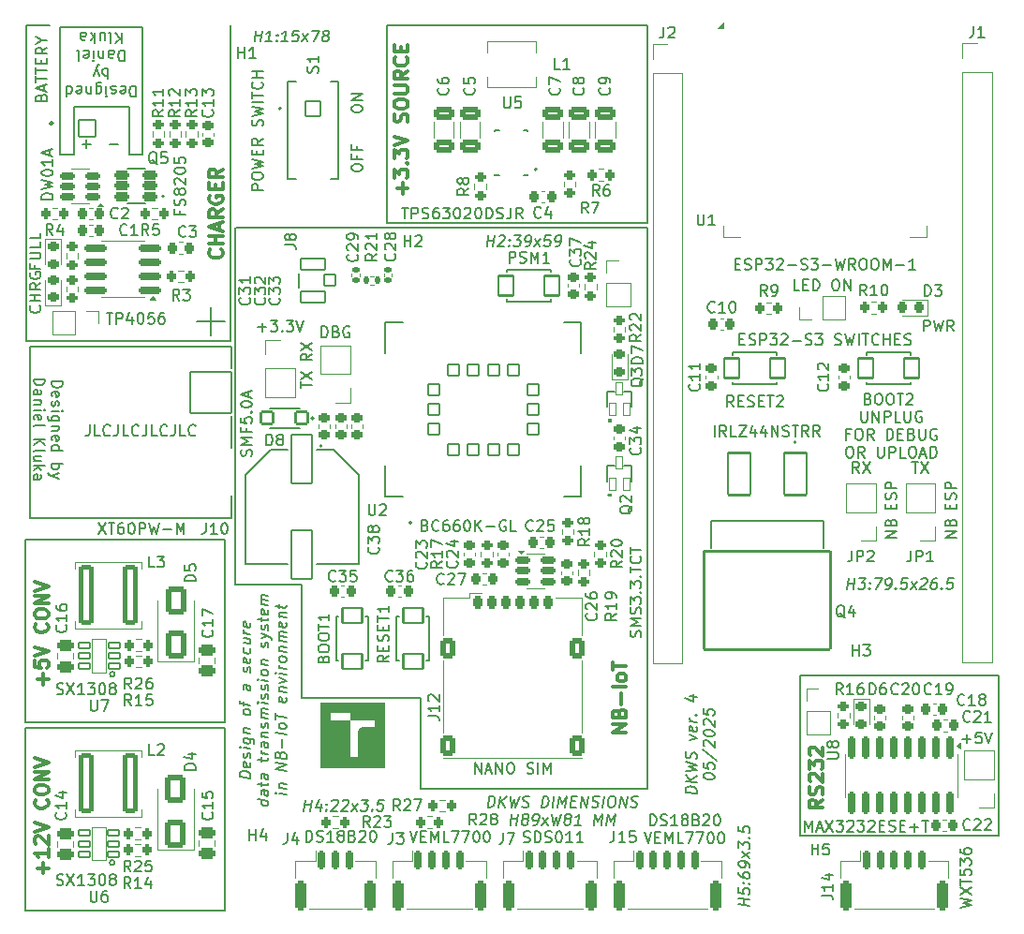
<source format=gbr>
%TF.GenerationSoftware,KiCad,Pcbnew,9.0.0*%
%TF.CreationDate,2025-05-21T17:06:58+02:00*%
%TF.ProjectId,DKWS_PCB,444b5753-5f50-4434-922e-6b696361645f,rev?*%
%TF.SameCoordinates,Original*%
%TF.FileFunction,Legend,Top*%
%TF.FilePolarity,Positive*%
%FSLAX46Y46*%
G04 Gerber Fmt 4.6, Leading zero omitted, Abs format (unit mm)*
G04 Created by KiCad (PCBNEW 9.0.0) date 2025-05-21 17:06:58*
%MOMM*%
%LPD*%
G01*
G04 APERTURE LIST*
G04 Aperture macros list*
%AMRoundRect*
0 Rectangle with rounded corners*
0 $1 Rounding radius*
0 $2 $3 $4 $5 $6 $7 $8 $9 X,Y pos of 4 corners*
0 Add a 4 corners polygon primitive as box body*
4,1,4,$2,$3,$4,$5,$6,$7,$8,$9,$2,$3,0*
0 Add four circle primitives for the rounded corners*
1,1,$1+$1,$2,$3*
1,1,$1+$1,$4,$5*
1,1,$1+$1,$6,$7*
1,1,$1+$1,$8,$9*
0 Add four rect primitives between the rounded corners*
20,1,$1+$1,$2,$3,$4,$5,0*
20,1,$1+$1,$4,$5,$6,$7,0*
20,1,$1+$1,$6,$7,$8,$9,0*
20,1,$1+$1,$8,$9,$2,$3,0*%
G04 Aperture macros list end*
%ADD10C,0.200000*%
%ADD11C,0.150000*%
%ADD12C,0.300000*%
%ADD13C,0.120000*%
%ADD14C,0.127000*%
%ADD15C,0.100000*%
%ADD16C,0.152400*%
%ADD17C,0.000000*%
%ADD18C,0.254000*%
%ADD19C,0.600000*%
%ADD20C,0.010000*%
%ADD21RoundRect,0.200000X0.275000X-0.200000X0.275000X0.200000X-0.275000X0.200000X-0.275000X-0.200000X0*%
%ADD22RoundRect,0.250000X-0.465000X-2.500000X0.465000X-2.500000X0.465000X2.500000X-0.465000X2.500000X0*%
%ADD23RoundRect,0.150000X-0.150000X-0.700000X0.150000X-0.700000X0.150000X0.700000X-0.150000X0.700000X0*%
%ADD24RoundRect,0.250000X-0.250000X-1.100000X0.250000X-1.100000X0.250000X1.100000X-0.250000X1.100000X0*%
%ADD25RoundRect,0.140000X0.170000X-0.140000X0.170000X0.140000X-0.170000X0.140000X-0.170000X-0.140000X0*%
%ADD26RoundRect,0.250000X0.650000X-0.325000X0.650000X0.325000X-0.650000X0.325000X-0.650000X-0.325000X0*%
%ADD27O,0.904000X2.704000*%
%ADD28O,2.704000X0.904000*%
%ADD29RoundRect,0.102000X0.500000X-0.500000X0.500000X0.500000X-0.500000X0.500000X-0.500000X-0.500000X0*%
%ADD30R,1.500000X0.900000*%
%ADD31R,0.900000X1.500000*%
%ADD32C,0.600000*%
%ADD33R,3.900000X3.900000*%
%ADD34RoundRect,0.225000X0.250000X-0.225000X0.250000X0.225000X-0.250000X0.225000X-0.250000X-0.225000X0*%
%ADD35R,1.700000X1.700000*%
%ADD36O,1.700000X1.700000*%
%ADD37RoundRect,0.135000X-0.135000X-0.185000X0.135000X-0.185000X0.135000X0.185000X-0.135000X0.185000X0*%
%ADD38RoundRect,0.200000X-0.275000X0.200000X-0.275000X-0.200000X0.275000X-0.200000X0.275000X0.200000X0*%
%ADD39RoundRect,0.150000X-0.512500X-0.150000X0.512500X-0.150000X0.512500X0.150000X-0.512500X0.150000X0*%
%ADD40C,0.800000*%
%ADD41C,5.000000*%
%ADD42RoundRect,0.218750X-0.256250X0.218750X-0.256250X-0.218750X0.256250X-0.218750X0.256250X0.218750X0*%
%ADD43RoundRect,0.225000X0.225000X0.250000X-0.225000X0.250000X-0.225000X-0.250000X0.225000X-0.250000X0*%
%ADD44R,1.350000X1.350000*%
%ADD45O,1.350000X1.350000*%
%ADD46RoundRect,0.102000X-0.654000X0.654000X-0.654000X-0.654000X0.654000X-0.654000X0.654000X0.654000X0*%
%ADD47C,1.512000*%
%ADD48O,2.664000X1.434000*%
%ADD49RoundRect,0.225000X-0.225000X-0.250000X0.225000X-0.250000X0.225000X0.250000X-0.225000X0.250000X0*%
%ADD50RoundRect,0.102000X0.500000X0.275000X-0.500000X0.275000X-0.500000X-0.275000X0.500000X-0.275000X0*%
%ADD51RoundRect,0.200000X-0.200000X-0.275000X0.200000X-0.275000X0.200000X0.275000X-0.200000X0.275000X0*%
%ADD52RoundRect,0.225000X-0.250000X0.225000X-0.250000X-0.225000X0.250000X-0.225000X0.250000X0.225000X0*%
%ADD53RoundRect,0.200000X0.200000X0.275000X-0.200000X0.275000X-0.200000X-0.275000X0.200000X-0.275000X0*%
%ADD54RoundRect,0.250000X0.650000X-1.000000X0.650000X1.000000X-0.650000X1.000000X-0.650000X-1.000000X0*%
%ADD55RoundRect,0.150000X0.512500X0.150000X-0.512500X0.150000X-0.512500X-0.150000X0.512500X-0.150000X0*%
%ADD56RoundRect,0.102000X0.540000X0.545000X-0.540000X0.545000X-0.540000X-0.545000X0.540000X-0.545000X0*%
%ADD57RoundRect,0.218750X0.218750X0.256250X-0.218750X0.256250X-0.218750X-0.256250X0.218750X-0.256250X0*%
%ADD58RoundRect,0.150000X-0.150000X0.825000X-0.150000X-0.825000X0.150000X-0.825000X0.150000X0.825000X0*%
%ADD59RoundRect,0.150000X0.825000X0.150000X-0.825000X0.150000X-0.825000X-0.150000X0.825000X-0.150000X0*%
%ADD60R,2.410000X3.300000*%
%ADD61RoundRect,0.218750X0.256250X-0.218750X0.256250X0.218750X-0.256250X0.218750X-0.256250X-0.218750X0*%
%ADD62RoundRect,0.102000X0.900000X-0.675000X0.900000X0.675000X-0.900000X0.675000X-0.900000X-0.675000X0*%
%ADD63RoundRect,0.102000X0.675000X0.900000X-0.675000X0.900000X-0.675000X-0.900000X0.675000X-0.900000X0*%
%ADD64RoundRect,0.198500X0.508500X0.198500X-0.508500X0.198500X-0.508500X-0.198500X0.508500X-0.198500X0*%
%ADD65RoundRect,0.045760X0.306240X-0.551240X0.306240X0.551240X-0.306240X0.551240X-0.306240X-0.551240X0*%
%ADD66RoundRect,0.102000X1.100000X-0.525000X1.100000X0.525000X-1.100000X0.525000X-1.100000X-0.525000X0*%
%ADD67RoundRect,0.102000X0.525000X-0.500000X0.525000X0.500000X-0.525000X0.500000X-0.525000X-0.500000X0*%
%ADD68C,1.712000*%
%ADD69RoundRect,0.102000X-0.754000X-0.754000X0.754000X-0.754000X0.754000X0.754000X-0.754000X0.754000X0*%
%ADD70RoundRect,0.102000X-1.040000X1.905000X-1.040000X-1.905000X1.040000X-1.905000X1.040000X1.905000X0*%
%ADD71RoundRect,0.102000X-5.715000X4.445000X-5.715000X-4.445000X5.715000X-4.445000X5.715000X4.445000X0*%
%ADD72RoundRect,0.250000X-0.475000X0.250000X-0.475000X-0.250000X0.475000X-0.250000X0.475000X0.250000X0*%
%ADD73C,0.804000*%
%ADD74RoundRect,0.102000X-0.950000X2.200000X-0.950000X-2.200000X0.950000X-2.200000X0.950000X2.200000X0*%
%ADD75RoundRect,0.102000X-0.675000X-0.900000X0.675000X-0.900000X0.675000X0.900000X-0.675000X0.900000X0*%
%ADD76R,1.150000X1.775000*%
%ADD77RoundRect,0.102000X1.858000X-1.858000X1.858000X1.858000X-1.858000X1.858000X-1.858000X-1.858000X0*%
%ADD78C,3.920000*%
%ADD79O,2.604000X1.404000*%
%ADD80RoundRect,0.225000X-0.225000X-0.375000X0.225000X-0.375000X0.225000X0.375000X-0.225000X0.375000X0*%
%ADD81RoundRect,0.250000X-0.400000X-0.650000X0.400000X-0.650000X0.400000X0.650000X-0.400000X0.650000X0*%
G04 APERTURE END LIST*
D10*
X43310775Y-109395263D02*
X42310775Y-109270263D01*
X42310775Y-109270263D02*
X42310775Y-109032167D01*
X42310775Y-109032167D02*
X42358394Y-108895263D01*
X42358394Y-108895263D02*
X42453632Y-108811929D01*
X42453632Y-108811929D02*
X42548870Y-108776215D01*
X42548870Y-108776215D02*
X42739346Y-108752406D01*
X42739346Y-108752406D02*
X42882203Y-108770263D01*
X42882203Y-108770263D02*
X43072679Y-108841691D01*
X43072679Y-108841691D02*
X43167917Y-108901215D01*
X43167917Y-108901215D02*
X43263156Y-109008358D01*
X43263156Y-109008358D02*
X43310775Y-109157167D01*
X43310775Y-109157167D02*
X43310775Y-109395263D01*
X43263156Y-108008358D02*
X43310775Y-108109548D01*
X43310775Y-108109548D02*
X43310775Y-108300025D01*
X43310775Y-108300025D02*
X43263156Y-108389310D01*
X43263156Y-108389310D02*
X43167917Y-108425025D01*
X43167917Y-108425025D02*
X42786965Y-108377406D01*
X42786965Y-108377406D02*
X42691727Y-108317882D01*
X42691727Y-108317882D02*
X42644108Y-108216691D01*
X42644108Y-108216691D02*
X42644108Y-108026215D01*
X42644108Y-108026215D02*
X42691727Y-107936929D01*
X42691727Y-107936929D02*
X42786965Y-107901215D01*
X42786965Y-107901215D02*
X42882203Y-107913120D01*
X42882203Y-107913120D02*
X42977441Y-108401215D01*
X43263156Y-107579786D02*
X43310775Y-107490501D01*
X43310775Y-107490501D02*
X43310775Y-107300024D01*
X43310775Y-107300024D02*
X43263156Y-107198834D01*
X43263156Y-107198834D02*
X43167917Y-107139310D01*
X43167917Y-107139310D02*
X43120298Y-107133358D01*
X43120298Y-107133358D02*
X43025060Y-107169072D01*
X43025060Y-107169072D02*
X42977441Y-107258358D01*
X42977441Y-107258358D02*
X42977441Y-107401215D01*
X42977441Y-107401215D02*
X42929822Y-107490501D01*
X42929822Y-107490501D02*
X42834584Y-107526215D01*
X42834584Y-107526215D02*
X42786965Y-107520263D01*
X42786965Y-107520263D02*
X42691727Y-107460739D01*
X42691727Y-107460739D02*
X42644108Y-107359548D01*
X42644108Y-107359548D02*
X42644108Y-107216691D01*
X42644108Y-107216691D02*
X42691727Y-107127405D01*
X43310775Y-106728596D02*
X42644108Y-106645262D01*
X42310775Y-106603596D02*
X42358394Y-106657167D01*
X42358394Y-106657167D02*
X42406013Y-106615500D01*
X42406013Y-106615500D02*
X42358394Y-106561929D01*
X42358394Y-106561929D02*
X42310775Y-106603596D01*
X42310775Y-106603596D02*
X42406013Y-106615500D01*
X42644108Y-105740501D02*
X43453632Y-105841691D01*
X43453632Y-105841691D02*
X43548870Y-105901215D01*
X43548870Y-105901215D02*
X43596489Y-105954787D01*
X43596489Y-105954787D02*
X43644108Y-106055977D01*
X43644108Y-106055977D02*
X43644108Y-106198834D01*
X43644108Y-106198834D02*
X43596489Y-106288120D01*
X43263156Y-105817882D02*
X43310775Y-105919072D01*
X43310775Y-105919072D02*
X43310775Y-106109549D01*
X43310775Y-106109549D02*
X43263156Y-106198834D01*
X43263156Y-106198834D02*
X43215536Y-106240501D01*
X43215536Y-106240501D02*
X43120298Y-106276215D01*
X43120298Y-106276215D02*
X42834584Y-106240501D01*
X42834584Y-106240501D02*
X42739346Y-106180977D01*
X42739346Y-106180977D02*
X42691727Y-106127406D01*
X42691727Y-106127406D02*
X42644108Y-106026215D01*
X42644108Y-106026215D02*
X42644108Y-105835739D01*
X42644108Y-105835739D02*
X42691727Y-105746453D01*
X42644108Y-105264310D02*
X43310775Y-105347644D01*
X42739346Y-105276215D02*
X42691727Y-105222644D01*
X42691727Y-105222644D02*
X42644108Y-105121453D01*
X42644108Y-105121453D02*
X42644108Y-104978596D01*
X42644108Y-104978596D02*
X42691727Y-104889310D01*
X42691727Y-104889310D02*
X42786965Y-104853596D01*
X42786965Y-104853596D02*
X43310775Y-104919072D01*
X43310775Y-103538120D02*
X43263156Y-103627405D01*
X43263156Y-103627405D02*
X43215536Y-103669072D01*
X43215536Y-103669072D02*
X43120298Y-103704786D01*
X43120298Y-103704786D02*
X42834584Y-103669072D01*
X42834584Y-103669072D02*
X42739346Y-103609548D01*
X42739346Y-103609548D02*
X42691727Y-103555977D01*
X42691727Y-103555977D02*
X42644108Y-103454786D01*
X42644108Y-103454786D02*
X42644108Y-103311929D01*
X42644108Y-103311929D02*
X42691727Y-103222643D01*
X42691727Y-103222643D02*
X42739346Y-103180977D01*
X42739346Y-103180977D02*
X42834584Y-103145262D01*
X42834584Y-103145262D02*
X43120298Y-103180977D01*
X43120298Y-103180977D02*
X43215536Y-103240500D01*
X43215536Y-103240500D02*
X43263156Y-103294072D01*
X43263156Y-103294072D02*
X43310775Y-103395262D01*
X43310775Y-103395262D02*
X43310775Y-103538120D01*
X42644108Y-102835738D02*
X42644108Y-102454786D01*
X43310775Y-102776215D02*
X42453632Y-102669072D01*
X42453632Y-102669072D02*
X42358394Y-102609548D01*
X42358394Y-102609548D02*
X42310775Y-102508358D01*
X42310775Y-102508358D02*
X42310775Y-102413119D01*
X43310775Y-101014309D02*
X42786965Y-100948833D01*
X42786965Y-100948833D02*
X42691727Y-100984547D01*
X42691727Y-100984547D02*
X42644108Y-101073833D01*
X42644108Y-101073833D02*
X42644108Y-101264309D01*
X42644108Y-101264309D02*
X42691727Y-101365500D01*
X43263156Y-101008357D02*
X43310775Y-101109547D01*
X43310775Y-101109547D02*
X43310775Y-101347643D01*
X43310775Y-101347643D02*
X43263156Y-101436928D01*
X43263156Y-101436928D02*
X43167917Y-101472643D01*
X43167917Y-101472643D02*
X43072679Y-101460738D01*
X43072679Y-101460738D02*
X42977441Y-101401214D01*
X42977441Y-101401214D02*
X42929822Y-101300024D01*
X42929822Y-101300024D02*
X42929822Y-101061928D01*
X42929822Y-101061928D02*
X42882203Y-100960738D01*
X43263156Y-99817880D02*
X43310775Y-99728595D01*
X43310775Y-99728595D02*
X43310775Y-99538118D01*
X43310775Y-99538118D02*
X43263156Y-99436928D01*
X43263156Y-99436928D02*
X43167917Y-99377404D01*
X43167917Y-99377404D02*
X43120298Y-99371452D01*
X43120298Y-99371452D02*
X43025060Y-99407166D01*
X43025060Y-99407166D02*
X42977441Y-99496452D01*
X42977441Y-99496452D02*
X42977441Y-99639309D01*
X42977441Y-99639309D02*
X42929822Y-99728595D01*
X42929822Y-99728595D02*
X42834584Y-99764309D01*
X42834584Y-99764309D02*
X42786965Y-99758357D01*
X42786965Y-99758357D02*
X42691727Y-99698833D01*
X42691727Y-99698833D02*
X42644108Y-99597642D01*
X42644108Y-99597642D02*
X42644108Y-99454785D01*
X42644108Y-99454785D02*
X42691727Y-99365499D01*
X43263156Y-98579785D02*
X43310775Y-98680975D01*
X43310775Y-98680975D02*
X43310775Y-98871452D01*
X43310775Y-98871452D02*
X43263156Y-98960737D01*
X43263156Y-98960737D02*
X43167917Y-98996452D01*
X43167917Y-98996452D02*
X42786965Y-98948833D01*
X42786965Y-98948833D02*
X42691727Y-98889309D01*
X42691727Y-98889309D02*
X42644108Y-98788118D01*
X42644108Y-98788118D02*
X42644108Y-98597642D01*
X42644108Y-98597642D02*
X42691727Y-98508356D01*
X42691727Y-98508356D02*
X42786965Y-98472642D01*
X42786965Y-98472642D02*
X42882203Y-98484547D01*
X42882203Y-98484547D02*
X42977441Y-98972642D01*
X43263156Y-97675023D02*
X43310775Y-97776213D01*
X43310775Y-97776213D02*
X43310775Y-97966690D01*
X43310775Y-97966690D02*
X43263156Y-98055975D01*
X43263156Y-98055975D02*
X43215536Y-98097642D01*
X43215536Y-98097642D02*
X43120298Y-98133356D01*
X43120298Y-98133356D02*
X42834584Y-98097642D01*
X42834584Y-98097642D02*
X42739346Y-98038118D01*
X42739346Y-98038118D02*
X42691727Y-97984547D01*
X42691727Y-97984547D02*
X42644108Y-97883356D01*
X42644108Y-97883356D02*
X42644108Y-97692880D01*
X42644108Y-97692880D02*
X42691727Y-97603594D01*
X42644108Y-96740499D02*
X43310775Y-96823832D01*
X42644108Y-97169070D02*
X43167917Y-97234547D01*
X43167917Y-97234547D02*
X43263156Y-97198832D01*
X43263156Y-97198832D02*
X43310775Y-97109547D01*
X43310775Y-97109547D02*
X43310775Y-96966689D01*
X43310775Y-96966689D02*
X43263156Y-96865499D01*
X43263156Y-96865499D02*
X43215536Y-96811927D01*
X43310775Y-96347642D02*
X42644108Y-96264308D01*
X42834584Y-96288118D02*
X42739346Y-96228594D01*
X42739346Y-96228594D02*
X42691727Y-96175023D01*
X42691727Y-96175023D02*
X42644108Y-96073832D01*
X42644108Y-96073832D02*
X42644108Y-95978594D01*
X43263156Y-95341689D02*
X43310775Y-95442879D01*
X43310775Y-95442879D02*
X43310775Y-95633356D01*
X43310775Y-95633356D02*
X43263156Y-95722641D01*
X43263156Y-95722641D02*
X43167917Y-95758356D01*
X43167917Y-95758356D02*
X42786965Y-95710737D01*
X42786965Y-95710737D02*
X42691727Y-95651213D01*
X42691727Y-95651213D02*
X42644108Y-95550022D01*
X42644108Y-95550022D02*
X42644108Y-95359546D01*
X42644108Y-95359546D02*
X42691727Y-95270260D01*
X42691727Y-95270260D02*
X42786965Y-95234546D01*
X42786965Y-95234546D02*
X42882203Y-95246451D01*
X42882203Y-95246451D02*
X42977441Y-95734546D01*
X44920719Y-111442881D02*
X43920719Y-111317881D01*
X44873100Y-111436929D02*
X44920719Y-111538119D01*
X44920719Y-111538119D02*
X44920719Y-111728596D01*
X44920719Y-111728596D02*
X44873100Y-111817881D01*
X44873100Y-111817881D02*
X44825480Y-111859548D01*
X44825480Y-111859548D02*
X44730242Y-111895262D01*
X44730242Y-111895262D02*
X44444528Y-111859548D01*
X44444528Y-111859548D02*
X44349290Y-111800024D01*
X44349290Y-111800024D02*
X44301671Y-111746453D01*
X44301671Y-111746453D02*
X44254052Y-111645262D01*
X44254052Y-111645262D02*
X44254052Y-111454786D01*
X44254052Y-111454786D02*
X44301671Y-111365500D01*
X44920719Y-110538119D02*
X44396909Y-110472643D01*
X44396909Y-110472643D02*
X44301671Y-110508357D01*
X44301671Y-110508357D02*
X44254052Y-110597643D01*
X44254052Y-110597643D02*
X44254052Y-110788119D01*
X44254052Y-110788119D02*
X44301671Y-110889310D01*
X44873100Y-110532167D02*
X44920719Y-110633357D01*
X44920719Y-110633357D02*
X44920719Y-110871453D01*
X44920719Y-110871453D02*
X44873100Y-110960738D01*
X44873100Y-110960738D02*
X44777861Y-110996453D01*
X44777861Y-110996453D02*
X44682623Y-110984548D01*
X44682623Y-110984548D02*
X44587385Y-110925024D01*
X44587385Y-110925024D02*
X44539766Y-110823834D01*
X44539766Y-110823834D02*
X44539766Y-110585738D01*
X44539766Y-110585738D02*
X44492147Y-110484548D01*
X44254052Y-110121452D02*
X44254052Y-109740500D01*
X43920719Y-109936929D02*
X44777861Y-110044072D01*
X44777861Y-110044072D02*
X44873100Y-110008357D01*
X44873100Y-110008357D02*
X44920719Y-109919072D01*
X44920719Y-109919072D02*
X44920719Y-109823833D01*
X44920719Y-109061928D02*
X44396909Y-108996452D01*
X44396909Y-108996452D02*
X44301671Y-109032166D01*
X44301671Y-109032166D02*
X44254052Y-109121452D01*
X44254052Y-109121452D02*
X44254052Y-109311928D01*
X44254052Y-109311928D02*
X44301671Y-109413119D01*
X44873100Y-109055976D02*
X44920719Y-109157166D01*
X44920719Y-109157166D02*
X44920719Y-109395262D01*
X44920719Y-109395262D02*
X44873100Y-109484547D01*
X44873100Y-109484547D02*
X44777861Y-109520262D01*
X44777861Y-109520262D02*
X44682623Y-109508357D01*
X44682623Y-109508357D02*
X44587385Y-109448833D01*
X44587385Y-109448833D02*
X44539766Y-109347643D01*
X44539766Y-109347643D02*
X44539766Y-109109547D01*
X44539766Y-109109547D02*
X44492147Y-109008357D01*
X44254052Y-107883356D02*
X44254052Y-107502404D01*
X43920719Y-107698833D02*
X44777861Y-107805976D01*
X44777861Y-107805976D02*
X44873100Y-107770261D01*
X44873100Y-107770261D02*
X44920719Y-107680976D01*
X44920719Y-107680976D02*
X44920719Y-107585737D01*
X44920719Y-107252404D02*
X44254052Y-107169070D01*
X44444528Y-107192880D02*
X44349290Y-107133356D01*
X44349290Y-107133356D02*
X44301671Y-107079785D01*
X44301671Y-107079785D02*
X44254052Y-106978594D01*
X44254052Y-106978594D02*
X44254052Y-106883356D01*
X44920719Y-106204784D02*
X44396909Y-106139308D01*
X44396909Y-106139308D02*
X44301671Y-106175022D01*
X44301671Y-106175022D02*
X44254052Y-106264308D01*
X44254052Y-106264308D02*
X44254052Y-106454784D01*
X44254052Y-106454784D02*
X44301671Y-106555975D01*
X44873100Y-106198832D02*
X44920719Y-106300022D01*
X44920719Y-106300022D02*
X44920719Y-106538118D01*
X44920719Y-106538118D02*
X44873100Y-106627403D01*
X44873100Y-106627403D02*
X44777861Y-106663118D01*
X44777861Y-106663118D02*
X44682623Y-106651213D01*
X44682623Y-106651213D02*
X44587385Y-106591689D01*
X44587385Y-106591689D02*
X44539766Y-106490499D01*
X44539766Y-106490499D02*
X44539766Y-106252403D01*
X44539766Y-106252403D02*
X44492147Y-106151213D01*
X44254052Y-105645260D02*
X44920719Y-105728594D01*
X44349290Y-105657165D02*
X44301671Y-105603594D01*
X44301671Y-105603594D02*
X44254052Y-105502403D01*
X44254052Y-105502403D02*
X44254052Y-105359546D01*
X44254052Y-105359546D02*
X44301671Y-105270260D01*
X44301671Y-105270260D02*
X44396909Y-105234546D01*
X44396909Y-105234546D02*
X44920719Y-105300022D01*
X44873100Y-104865498D02*
X44920719Y-104776213D01*
X44920719Y-104776213D02*
X44920719Y-104585736D01*
X44920719Y-104585736D02*
X44873100Y-104484546D01*
X44873100Y-104484546D02*
X44777861Y-104425022D01*
X44777861Y-104425022D02*
X44730242Y-104419070D01*
X44730242Y-104419070D02*
X44635004Y-104454784D01*
X44635004Y-104454784D02*
X44587385Y-104544070D01*
X44587385Y-104544070D02*
X44587385Y-104686927D01*
X44587385Y-104686927D02*
X44539766Y-104776213D01*
X44539766Y-104776213D02*
X44444528Y-104811927D01*
X44444528Y-104811927D02*
X44396909Y-104805975D01*
X44396909Y-104805975D02*
X44301671Y-104746451D01*
X44301671Y-104746451D02*
X44254052Y-104645260D01*
X44254052Y-104645260D02*
X44254052Y-104502403D01*
X44254052Y-104502403D02*
X44301671Y-104413117D01*
X44920719Y-104014308D02*
X44254052Y-103930974D01*
X44349290Y-103942879D02*
X44301671Y-103889308D01*
X44301671Y-103889308D02*
X44254052Y-103788117D01*
X44254052Y-103788117D02*
X44254052Y-103645260D01*
X44254052Y-103645260D02*
X44301671Y-103555974D01*
X44301671Y-103555974D02*
X44396909Y-103520260D01*
X44396909Y-103520260D02*
X44920719Y-103585736D01*
X44396909Y-103520260D02*
X44301671Y-103460736D01*
X44301671Y-103460736D02*
X44254052Y-103359546D01*
X44254052Y-103359546D02*
X44254052Y-103216689D01*
X44254052Y-103216689D02*
X44301671Y-103127403D01*
X44301671Y-103127403D02*
X44396909Y-103091689D01*
X44396909Y-103091689D02*
X44920719Y-103157165D01*
X44920719Y-102680975D02*
X44254052Y-102597641D01*
X43920719Y-102555975D02*
X43968338Y-102609546D01*
X43968338Y-102609546D02*
X44015957Y-102567879D01*
X44015957Y-102567879D02*
X43968338Y-102514308D01*
X43968338Y-102514308D02*
X43920719Y-102555975D01*
X43920719Y-102555975D02*
X44015957Y-102567879D01*
X44873100Y-102246451D02*
X44920719Y-102157166D01*
X44920719Y-102157166D02*
X44920719Y-101966689D01*
X44920719Y-101966689D02*
X44873100Y-101865499D01*
X44873100Y-101865499D02*
X44777861Y-101805975D01*
X44777861Y-101805975D02*
X44730242Y-101800023D01*
X44730242Y-101800023D02*
X44635004Y-101835737D01*
X44635004Y-101835737D02*
X44587385Y-101925023D01*
X44587385Y-101925023D02*
X44587385Y-102067880D01*
X44587385Y-102067880D02*
X44539766Y-102157166D01*
X44539766Y-102157166D02*
X44444528Y-102192880D01*
X44444528Y-102192880D02*
X44396909Y-102186928D01*
X44396909Y-102186928D02*
X44301671Y-102127404D01*
X44301671Y-102127404D02*
X44254052Y-102026213D01*
X44254052Y-102026213D02*
X44254052Y-101883356D01*
X44254052Y-101883356D02*
X44301671Y-101794070D01*
X44873100Y-101436927D02*
X44920719Y-101347642D01*
X44920719Y-101347642D02*
X44920719Y-101157165D01*
X44920719Y-101157165D02*
X44873100Y-101055975D01*
X44873100Y-101055975D02*
X44777861Y-100996451D01*
X44777861Y-100996451D02*
X44730242Y-100990499D01*
X44730242Y-100990499D02*
X44635004Y-101026213D01*
X44635004Y-101026213D02*
X44587385Y-101115499D01*
X44587385Y-101115499D02*
X44587385Y-101258356D01*
X44587385Y-101258356D02*
X44539766Y-101347642D01*
X44539766Y-101347642D02*
X44444528Y-101383356D01*
X44444528Y-101383356D02*
X44396909Y-101377404D01*
X44396909Y-101377404D02*
X44301671Y-101317880D01*
X44301671Y-101317880D02*
X44254052Y-101216689D01*
X44254052Y-101216689D02*
X44254052Y-101073832D01*
X44254052Y-101073832D02*
X44301671Y-100984546D01*
X44920719Y-100585737D02*
X44254052Y-100502403D01*
X43920719Y-100460737D02*
X43968338Y-100514308D01*
X43968338Y-100514308D02*
X44015957Y-100472641D01*
X44015957Y-100472641D02*
X43968338Y-100419070D01*
X43968338Y-100419070D02*
X43920719Y-100460737D01*
X43920719Y-100460737D02*
X44015957Y-100472641D01*
X44920719Y-99966690D02*
X44873100Y-100055975D01*
X44873100Y-100055975D02*
X44825480Y-100097642D01*
X44825480Y-100097642D02*
X44730242Y-100133356D01*
X44730242Y-100133356D02*
X44444528Y-100097642D01*
X44444528Y-100097642D02*
X44349290Y-100038118D01*
X44349290Y-100038118D02*
X44301671Y-99984547D01*
X44301671Y-99984547D02*
X44254052Y-99883356D01*
X44254052Y-99883356D02*
X44254052Y-99740499D01*
X44254052Y-99740499D02*
X44301671Y-99651213D01*
X44301671Y-99651213D02*
X44349290Y-99609547D01*
X44349290Y-99609547D02*
X44444528Y-99573832D01*
X44444528Y-99573832D02*
X44730242Y-99609547D01*
X44730242Y-99609547D02*
X44825480Y-99669070D01*
X44825480Y-99669070D02*
X44873100Y-99722642D01*
X44873100Y-99722642D02*
X44920719Y-99823832D01*
X44920719Y-99823832D02*
X44920719Y-99966690D01*
X44254052Y-99121451D02*
X44920719Y-99204785D01*
X44349290Y-99133356D02*
X44301671Y-99079785D01*
X44301671Y-99079785D02*
X44254052Y-98978594D01*
X44254052Y-98978594D02*
X44254052Y-98835737D01*
X44254052Y-98835737D02*
X44301671Y-98746451D01*
X44301671Y-98746451D02*
X44396909Y-98710737D01*
X44396909Y-98710737D02*
X44920719Y-98776213D01*
X44873100Y-97579784D02*
X44920719Y-97490499D01*
X44920719Y-97490499D02*
X44920719Y-97300022D01*
X44920719Y-97300022D02*
X44873100Y-97198832D01*
X44873100Y-97198832D02*
X44777861Y-97139308D01*
X44777861Y-97139308D02*
X44730242Y-97133356D01*
X44730242Y-97133356D02*
X44635004Y-97169070D01*
X44635004Y-97169070D02*
X44587385Y-97258356D01*
X44587385Y-97258356D02*
X44587385Y-97401213D01*
X44587385Y-97401213D02*
X44539766Y-97490499D01*
X44539766Y-97490499D02*
X44444528Y-97526213D01*
X44444528Y-97526213D02*
X44396909Y-97520261D01*
X44396909Y-97520261D02*
X44301671Y-97460737D01*
X44301671Y-97460737D02*
X44254052Y-97359546D01*
X44254052Y-97359546D02*
X44254052Y-97216689D01*
X44254052Y-97216689D02*
X44301671Y-97127403D01*
X44254052Y-96740498D02*
X44920719Y-96585737D01*
X44254052Y-96264308D02*
X44920719Y-96585737D01*
X44920719Y-96585737D02*
X45158814Y-96710737D01*
X45158814Y-96710737D02*
X45206433Y-96764308D01*
X45206433Y-96764308D02*
X45254052Y-96865498D01*
X44873100Y-96008355D02*
X44920719Y-95919070D01*
X44920719Y-95919070D02*
X44920719Y-95728593D01*
X44920719Y-95728593D02*
X44873100Y-95627403D01*
X44873100Y-95627403D02*
X44777861Y-95567879D01*
X44777861Y-95567879D02*
X44730242Y-95561927D01*
X44730242Y-95561927D02*
X44635004Y-95597641D01*
X44635004Y-95597641D02*
X44587385Y-95686927D01*
X44587385Y-95686927D02*
X44587385Y-95829784D01*
X44587385Y-95829784D02*
X44539766Y-95919070D01*
X44539766Y-95919070D02*
X44444528Y-95954784D01*
X44444528Y-95954784D02*
X44396909Y-95948832D01*
X44396909Y-95948832D02*
X44301671Y-95889308D01*
X44301671Y-95889308D02*
X44254052Y-95788117D01*
X44254052Y-95788117D02*
X44254052Y-95645260D01*
X44254052Y-95645260D02*
X44301671Y-95555974D01*
X44254052Y-95216688D02*
X44254052Y-94835736D01*
X43920719Y-95032165D02*
X44777861Y-95139308D01*
X44777861Y-95139308D02*
X44873100Y-95103593D01*
X44873100Y-95103593D02*
X44920719Y-95014308D01*
X44920719Y-95014308D02*
X44920719Y-94919069D01*
X44873100Y-94198831D02*
X44920719Y-94300021D01*
X44920719Y-94300021D02*
X44920719Y-94490498D01*
X44920719Y-94490498D02*
X44873100Y-94579783D01*
X44873100Y-94579783D02*
X44777861Y-94615498D01*
X44777861Y-94615498D02*
X44396909Y-94567879D01*
X44396909Y-94567879D02*
X44301671Y-94508355D01*
X44301671Y-94508355D02*
X44254052Y-94407164D01*
X44254052Y-94407164D02*
X44254052Y-94216688D01*
X44254052Y-94216688D02*
X44301671Y-94127402D01*
X44301671Y-94127402D02*
X44396909Y-94091688D01*
X44396909Y-94091688D02*
X44492147Y-94103593D01*
X44492147Y-94103593D02*
X44587385Y-94591688D01*
X44920719Y-93728593D02*
X44254052Y-93645259D01*
X44349290Y-93657164D02*
X44301671Y-93603593D01*
X44301671Y-93603593D02*
X44254052Y-93502402D01*
X44254052Y-93502402D02*
X44254052Y-93359545D01*
X44254052Y-93359545D02*
X44301671Y-93270259D01*
X44301671Y-93270259D02*
X44396909Y-93234545D01*
X44396909Y-93234545D02*
X44920719Y-93300021D01*
X44396909Y-93234545D02*
X44301671Y-93175021D01*
X44301671Y-93175021D02*
X44254052Y-93073831D01*
X44254052Y-93073831D02*
X44254052Y-92930974D01*
X44254052Y-92930974D02*
X44301671Y-92841688D01*
X44301671Y-92841688D02*
X44396909Y-92805974D01*
X44396909Y-92805974D02*
X44920719Y-92871450D01*
X46530663Y-110847643D02*
X45863996Y-110764309D01*
X45530663Y-110722643D02*
X45578282Y-110776214D01*
X45578282Y-110776214D02*
X45625901Y-110734547D01*
X45625901Y-110734547D02*
X45578282Y-110680976D01*
X45578282Y-110680976D02*
X45530663Y-110722643D01*
X45530663Y-110722643D02*
X45625901Y-110734547D01*
X45863996Y-110288119D02*
X46530663Y-110371453D01*
X45959234Y-110300024D02*
X45911615Y-110246453D01*
X45911615Y-110246453D02*
X45863996Y-110145262D01*
X45863996Y-110145262D02*
X45863996Y-110002405D01*
X45863996Y-110002405D02*
X45911615Y-109913119D01*
X45911615Y-109913119D02*
X46006853Y-109877405D01*
X46006853Y-109877405D02*
X46530663Y-109942881D01*
X46530663Y-108704786D02*
X45530663Y-108579786D01*
X45530663Y-108579786D02*
X46530663Y-108133357D01*
X46530663Y-108133357D02*
X45530663Y-108008357D01*
X46006853Y-107258357D02*
X46054472Y-107121452D01*
X46054472Y-107121452D02*
X46102091Y-107079786D01*
X46102091Y-107079786D02*
X46197329Y-107044071D01*
X46197329Y-107044071D02*
X46340186Y-107061929D01*
X46340186Y-107061929D02*
X46435424Y-107121452D01*
X46435424Y-107121452D02*
X46483044Y-107175024D01*
X46483044Y-107175024D02*
X46530663Y-107276214D01*
X46530663Y-107276214D02*
X46530663Y-107657167D01*
X46530663Y-107657167D02*
X45530663Y-107532167D01*
X45530663Y-107532167D02*
X45530663Y-107198833D01*
X45530663Y-107198833D02*
X45578282Y-107109548D01*
X45578282Y-107109548D02*
X45625901Y-107067881D01*
X45625901Y-107067881D02*
X45721139Y-107032167D01*
X45721139Y-107032167D02*
X45816377Y-107044071D01*
X45816377Y-107044071D02*
X45911615Y-107103595D01*
X45911615Y-107103595D02*
X45959234Y-107157167D01*
X45959234Y-107157167D02*
X46006853Y-107258357D01*
X46006853Y-107258357D02*
X46006853Y-107591690D01*
X46149710Y-106609548D02*
X46149710Y-105847643D01*
X46530663Y-105419072D02*
X45530663Y-105294072D01*
X46530663Y-104800025D02*
X46483044Y-104889310D01*
X46483044Y-104889310D02*
X46435424Y-104930977D01*
X46435424Y-104930977D02*
X46340186Y-104966691D01*
X46340186Y-104966691D02*
X46054472Y-104930977D01*
X46054472Y-104930977D02*
X45959234Y-104871453D01*
X45959234Y-104871453D02*
X45911615Y-104817882D01*
X45911615Y-104817882D02*
X45863996Y-104716691D01*
X45863996Y-104716691D02*
X45863996Y-104573834D01*
X45863996Y-104573834D02*
X45911615Y-104484548D01*
X45911615Y-104484548D02*
X45959234Y-104442882D01*
X45959234Y-104442882D02*
X46054472Y-104407167D01*
X46054472Y-104407167D02*
X46340186Y-104442882D01*
X46340186Y-104442882D02*
X46435424Y-104502405D01*
X46435424Y-104502405D02*
X46483044Y-104555977D01*
X46483044Y-104555977D02*
X46530663Y-104657167D01*
X46530663Y-104657167D02*
X46530663Y-104800025D01*
X45530663Y-104055977D02*
X45530663Y-103484548D01*
X46530663Y-103895263D02*
X45530663Y-103770263D01*
X46483044Y-102127405D02*
X46530663Y-102228595D01*
X46530663Y-102228595D02*
X46530663Y-102419072D01*
X46530663Y-102419072D02*
X46483044Y-102508357D01*
X46483044Y-102508357D02*
X46387805Y-102544072D01*
X46387805Y-102544072D02*
X46006853Y-102496453D01*
X46006853Y-102496453D02*
X45911615Y-102436929D01*
X45911615Y-102436929D02*
X45863996Y-102335738D01*
X45863996Y-102335738D02*
X45863996Y-102145262D01*
X45863996Y-102145262D02*
X45911615Y-102055976D01*
X45911615Y-102055976D02*
X46006853Y-102020262D01*
X46006853Y-102020262D02*
X46102091Y-102032167D01*
X46102091Y-102032167D02*
X46197329Y-102520262D01*
X45863996Y-101573833D02*
X46530663Y-101657167D01*
X45959234Y-101585738D02*
X45911615Y-101532167D01*
X45911615Y-101532167D02*
X45863996Y-101430976D01*
X45863996Y-101430976D02*
X45863996Y-101288119D01*
X45863996Y-101288119D02*
X45911615Y-101198833D01*
X45911615Y-101198833D02*
X46006853Y-101163119D01*
X46006853Y-101163119D02*
X46530663Y-101228595D01*
X45863996Y-100764309D02*
X46530663Y-100609548D01*
X46530663Y-100609548D02*
X45863996Y-100288119D01*
X46530663Y-99990500D02*
X45863996Y-99907166D01*
X45530663Y-99865500D02*
X45578282Y-99919071D01*
X45578282Y-99919071D02*
X45625901Y-99877404D01*
X45625901Y-99877404D02*
X45578282Y-99823833D01*
X45578282Y-99823833D02*
X45530663Y-99865500D01*
X45530663Y-99865500D02*
X45625901Y-99877404D01*
X46530663Y-99514310D02*
X45863996Y-99430976D01*
X46054472Y-99454786D02*
X45959234Y-99395262D01*
X45959234Y-99395262D02*
X45911615Y-99341691D01*
X45911615Y-99341691D02*
X45863996Y-99240500D01*
X45863996Y-99240500D02*
X45863996Y-99145262D01*
X46530663Y-98752405D02*
X46483044Y-98841690D01*
X46483044Y-98841690D02*
X46435424Y-98883357D01*
X46435424Y-98883357D02*
X46340186Y-98919071D01*
X46340186Y-98919071D02*
X46054472Y-98883357D01*
X46054472Y-98883357D02*
X45959234Y-98823833D01*
X45959234Y-98823833D02*
X45911615Y-98770262D01*
X45911615Y-98770262D02*
X45863996Y-98669071D01*
X45863996Y-98669071D02*
X45863996Y-98526214D01*
X45863996Y-98526214D02*
X45911615Y-98436928D01*
X45911615Y-98436928D02*
X45959234Y-98395262D01*
X45959234Y-98395262D02*
X46054472Y-98359547D01*
X46054472Y-98359547D02*
X46340186Y-98395262D01*
X46340186Y-98395262D02*
X46435424Y-98454785D01*
X46435424Y-98454785D02*
X46483044Y-98508357D01*
X46483044Y-98508357D02*
X46530663Y-98609547D01*
X46530663Y-98609547D02*
X46530663Y-98752405D01*
X45863996Y-97907166D02*
X46530663Y-97990500D01*
X45959234Y-97919071D02*
X45911615Y-97865500D01*
X45911615Y-97865500D02*
X45863996Y-97764309D01*
X45863996Y-97764309D02*
X45863996Y-97621452D01*
X45863996Y-97621452D02*
X45911615Y-97532166D01*
X45911615Y-97532166D02*
X46006853Y-97496452D01*
X46006853Y-97496452D02*
X46530663Y-97561928D01*
X46530663Y-97085738D02*
X45863996Y-97002404D01*
X45959234Y-97014309D02*
X45911615Y-96960738D01*
X45911615Y-96960738D02*
X45863996Y-96859547D01*
X45863996Y-96859547D02*
X45863996Y-96716690D01*
X45863996Y-96716690D02*
X45911615Y-96627404D01*
X45911615Y-96627404D02*
X46006853Y-96591690D01*
X46006853Y-96591690D02*
X46530663Y-96657166D01*
X46006853Y-96591690D02*
X45911615Y-96532166D01*
X45911615Y-96532166D02*
X45863996Y-96430976D01*
X45863996Y-96430976D02*
X45863996Y-96288119D01*
X45863996Y-96288119D02*
X45911615Y-96198833D01*
X45911615Y-96198833D02*
X46006853Y-96163119D01*
X46006853Y-96163119D02*
X46530663Y-96228595D01*
X46483044Y-95365500D02*
X46530663Y-95466690D01*
X46530663Y-95466690D02*
X46530663Y-95657167D01*
X46530663Y-95657167D02*
X46483044Y-95746452D01*
X46483044Y-95746452D02*
X46387805Y-95782167D01*
X46387805Y-95782167D02*
X46006853Y-95734548D01*
X46006853Y-95734548D02*
X45911615Y-95675024D01*
X45911615Y-95675024D02*
X45863996Y-95573833D01*
X45863996Y-95573833D02*
X45863996Y-95383357D01*
X45863996Y-95383357D02*
X45911615Y-95294071D01*
X45911615Y-95294071D02*
X46006853Y-95258357D01*
X46006853Y-95258357D02*
X46102091Y-95270262D01*
X46102091Y-95270262D02*
X46197329Y-95758357D01*
X45863996Y-94811928D02*
X46530663Y-94895262D01*
X45959234Y-94823833D02*
X45911615Y-94770262D01*
X45911615Y-94770262D02*
X45863996Y-94669071D01*
X45863996Y-94669071D02*
X45863996Y-94526214D01*
X45863996Y-94526214D02*
X45911615Y-94436928D01*
X45911615Y-94436928D02*
X46006853Y-94401214D01*
X46006853Y-94401214D02*
X46530663Y-94466690D01*
X45863996Y-94050023D02*
X45863996Y-93669071D01*
X45530663Y-93865500D02*
X46387805Y-93972643D01*
X46387805Y-93972643D02*
X46483044Y-93936928D01*
X46483044Y-93936928D02*
X46530663Y-93847643D01*
X46530663Y-93847643D02*
X46530663Y-93752404D01*
D11*
X98480405Y-76210375D02*
X98480405Y-77019898D01*
X98480405Y-77019898D02*
X98528024Y-77115136D01*
X98528024Y-77115136D02*
X98575643Y-77162756D01*
X98575643Y-77162756D02*
X98670881Y-77210375D01*
X98670881Y-77210375D02*
X98861357Y-77210375D01*
X98861357Y-77210375D02*
X98956595Y-77162756D01*
X98956595Y-77162756D02*
X99004214Y-77115136D01*
X99004214Y-77115136D02*
X99051833Y-77019898D01*
X99051833Y-77019898D02*
X99051833Y-76210375D01*
X99528024Y-77210375D02*
X99528024Y-76210375D01*
X99528024Y-76210375D02*
X100099452Y-77210375D01*
X100099452Y-77210375D02*
X100099452Y-76210375D01*
X100575643Y-77210375D02*
X100575643Y-76210375D01*
X100575643Y-76210375D02*
X100956595Y-76210375D01*
X100956595Y-76210375D02*
X101051833Y-76257994D01*
X101051833Y-76257994D02*
X101099452Y-76305613D01*
X101099452Y-76305613D02*
X101147071Y-76400851D01*
X101147071Y-76400851D02*
X101147071Y-76543708D01*
X101147071Y-76543708D02*
X101099452Y-76638946D01*
X101099452Y-76638946D02*
X101051833Y-76686565D01*
X101051833Y-76686565D02*
X100956595Y-76734184D01*
X100956595Y-76734184D02*
X100575643Y-76734184D01*
X102051833Y-77210375D02*
X101575643Y-77210375D01*
X101575643Y-77210375D02*
X101575643Y-76210375D01*
X102385167Y-76210375D02*
X102385167Y-77019898D01*
X102385167Y-77019898D02*
X102432786Y-77115136D01*
X102432786Y-77115136D02*
X102480405Y-77162756D01*
X102480405Y-77162756D02*
X102575643Y-77210375D01*
X102575643Y-77210375D02*
X102766119Y-77210375D01*
X102766119Y-77210375D02*
X102861357Y-77162756D01*
X102861357Y-77162756D02*
X102908976Y-77115136D01*
X102908976Y-77115136D02*
X102956595Y-77019898D01*
X102956595Y-77019898D02*
X102956595Y-76210375D01*
X103956595Y-76257994D02*
X103861357Y-76210375D01*
X103861357Y-76210375D02*
X103718500Y-76210375D01*
X103718500Y-76210375D02*
X103575643Y-76257994D01*
X103575643Y-76257994D02*
X103480405Y-76353232D01*
X103480405Y-76353232D02*
X103432786Y-76448470D01*
X103432786Y-76448470D02*
X103385167Y-76638946D01*
X103385167Y-76638946D02*
X103385167Y-76781803D01*
X103385167Y-76781803D02*
X103432786Y-76972279D01*
X103432786Y-76972279D02*
X103480405Y-77067517D01*
X103480405Y-77067517D02*
X103575643Y-77162756D01*
X103575643Y-77162756D02*
X103718500Y-77210375D01*
X103718500Y-77210375D02*
X103813738Y-77210375D01*
X103813738Y-77210375D02*
X103956595Y-77162756D01*
X103956595Y-77162756D02*
X104004214Y-77115136D01*
X104004214Y-77115136D02*
X104004214Y-76781803D01*
X104004214Y-76781803D02*
X103813738Y-76781803D01*
X97480404Y-78296509D02*
X97147071Y-78296509D01*
X97147071Y-78820319D02*
X97147071Y-77820319D01*
X97147071Y-77820319D02*
X97623261Y-77820319D01*
X98194690Y-77820319D02*
X98385166Y-77820319D01*
X98385166Y-77820319D02*
X98480404Y-77867938D01*
X98480404Y-77867938D02*
X98575642Y-77963176D01*
X98575642Y-77963176D02*
X98623261Y-78153652D01*
X98623261Y-78153652D02*
X98623261Y-78486985D01*
X98623261Y-78486985D02*
X98575642Y-78677461D01*
X98575642Y-78677461D02*
X98480404Y-78772700D01*
X98480404Y-78772700D02*
X98385166Y-78820319D01*
X98385166Y-78820319D02*
X98194690Y-78820319D01*
X98194690Y-78820319D02*
X98099452Y-78772700D01*
X98099452Y-78772700D02*
X98004214Y-78677461D01*
X98004214Y-78677461D02*
X97956595Y-78486985D01*
X97956595Y-78486985D02*
X97956595Y-78153652D01*
X97956595Y-78153652D02*
X98004214Y-77963176D01*
X98004214Y-77963176D02*
X98099452Y-77867938D01*
X98099452Y-77867938D02*
X98194690Y-77820319D01*
X99623261Y-78820319D02*
X99289928Y-78344128D01*
X99051833Y-78820319D02*
X99051833Y-77820319D01*
X99051833Y-77820319D02*
X99432785Y-77820319D01*
X99432785Y-77820319D02*
X99528023Y-77867938D01*
X99528023Y-77867938D02*
X99575642Y-77915557D01*
X99575642Y-77915557D02*
X99623261Y-78010795D01*
X99623261Y-78010795D02*
X99623261Y-78153652D01*
X99623261Y-78153652D02*
X99575642Y-78248890D01*
X99575642Y-78248890D02*
X99528023Y-78296509D01*
X99528023Y-78296509D02*
X99432785Y-78344128D01*
X99432785Y-78344128D02*
X99051833Y-78344128D01*
X100813738Y-78820319D02*
X100813738Y-77820319D01*
X100813738Y-77820319D02*
X101051833Y-77820319D01*
X101051833Y-77820319D02*
X101194690Y-77867938D01*
X101194690Y-77867938D02*
X101289928Y-77963176D01*
X101289928Y-77963176D02*
X101337547Y-78058414D01*
X101337547Y-78058414D02*
X101385166Y-78248890D01*
X101385166Y-78248890D02*
X101385166Y-78391747D01*
X101385166Y-78391747D02*
X101337547Y-78582223D01*
X101337547Y-78582223D02*
X101289928Y-78677461D01*
X101289928Y-78677461D02*
X101194690Y-78772700D01*
X101194690Y-78772700D02*
X101051833Y-78820319D01*
X101051833Y-78820319D02*
X100813738Y-78820319D01*
X101813738Y-78296509D02*
X102147071Y-78296509D01*
X102289928Y-78820319D02*
X101813738Y-78820319D01*
X101813738Y-78820319D02*
X101813738Y-77820319D01*
X101813738Y-77820319D02*
X102289928Y-77820319D01*
X103051833Y-78296509D02*
X103194690Y-78344128D01*
X103194690Y-78344128D02*
X103242309Y-78391747D01*
X103242309Y-78391747D02*
X103289928Y-78486985D01*
X103289928Y-78486985D02*
X103289928Y-78629842D01*
X103289928Y-78629842D02*
X103242309Y-78725080D01*
X103242309Y-78725080D02*
X103194690Y-78772700D01*
X103194690Y-78772700D02*
X103099452Y-78820319D01*
X103099452Y-78820319D02*
X102718500Y-78820319D01*
X102718500Y-78820319D02*
X102718500Y-77820319D01*
X102718500Y-77820319D02*
X103051833Y-77820319D01*
X103051833Y-77820319D02*
X103147071Y-77867938D01*
X103147071Y-77867938D02*
X103194690Y-77915557D01*
X103194690Y-77915557D02*
X103242309Y-78010795D01*
X103242309Y-78010795D02*
X103242309Y-78106033D01*
X103242309Y-78106033D02*
X103194690Y-78201271D01*
X103194690Y-78201271D02*
X103147071Y-78248890D01*
X103147071Y-78248890D02*
X103051833Y-78296509D01*
X103051833Y-78296509D02*
X102718500Y-78296509D01*
X103718500Y-77820319D02*
X103718500Y-78629842D01*
X103718500Y-78629842D02*
X103766119Y-78725080D01*
X103766119Y-78725080D02*
X103813738Y-78772700D01*
X103813738Y-78772700D02*
X103908976Y-78820319D01*
X103908976Y-78820319D02*
X104099452Y-78820319D01*
X104099452Y-78820319D02*
X104194690Y-78772700D01*
X104194690Y-78772700D02*
X104242309Y-78725080D01*
X104242309Y-78725080D02*
X104289928Y-78629842D01*
X104289928Y-78629842D02*
X104289928Y-77820319D01*
X105289928Y-77867938D02*
X105194690Y-77820319D01*
X105194690Y-77820319D02*
X105051833Y-77820319D01*
X105051833Y-77820319D02*
X104908976Y-77867938D01*
X104908976Y-77867938D02*
X104813738Y-77963176D01*
X104813738Y-77963176D02*
X104766119Y-78058414D01*
X104766119Y-78058414D02*
X104718500Y-78248890D01*
X104718500Y-78248890D02*
X104718500Y-78391747D01*
X104718500Y-78391747D02*
X104766119Y-78582223D01*
X104766119Y-78582223D02*
X104813738Y-78677461D01*
X104813738Y-78677461D02*
X104908976Y-78772700D01*
X104908976Y-78772700D02*
X105051833Y-78820319D01*
X105051833Y-78820319D02*
X105147071Y-78820319D01*
X105147071Y-78820319D02*
X105289928Y-78772700D01*
X105289928Y-78772700D02*
X105337547Y-78725080D01*
X105337547Y-78725080D02*
X105337547Y-78391747D01*
X105337547Y-78391747D02*
X105147071Y-78391747D01*
X97361357Y-79430263D02*
X97551833Y-79430263D01*
X97551833Y-79430263D02*
X97647071Y-79477882D01*
X97647071Y-79477882D02*
X97742309Y-79573120D01*
X97742309Y-79573120D02*
X97789928Y-79763596D01*
X97789928Y-79763596D02*
X97789928Y-80096929D01*
X97789928Y-80096929D02*
X97742309Y-80287405D01*
X97742309Y-80287405D02*
X97647071Y-80382644D01*
X97647071Y-80382644D02*
X97551833Y-80430263D01*
X97551833Y-80430263D02*
X97361357Y-80430263D01*
X97361357Y-80430263D02*
X97266119Y-80382644D01*
X97266119Y-80382644D02*
X97170881Y-80287405D01*
X97170881Y-80287405D02*
X97123262Y-80096929D01*
X97123262Y-80096929D02*
X97123262Y-79763596D01*
X97123262Y-79763596D02*
X97170881Y-79573120D01*
X97170881Y-79573120D02*
X97266119Y-79477882D01*
X97266119Y-79477882D02*
X97361357Y-79430263D01*
X98789928Y-80430263D02*
X98456595Y-79954072D01*
X98218500Y-80430263D02*
X98218500Y-79430263D01*
X98218500Y-79430263D02*
X98599452Y-79430263D01*
X98599452Y-79430263D02*
X98694690Y-79477882D01*
X98694690Y-79477882D02*
X98742309Y-79525501D01*
X98742309Y-79525501D02*
X98789928Y-79620739D01*
X98789928Y-79620739D02*
X98789928Y-79763596D01*
X98789928Y-79763596D02*
X98742309Y-79858834D01*
X98742309Y-79858834D02*
X98694690Y-79906453D01*
X98694690Y-79906453D02*
X98599452Y-79954072D01*
X98599452Y-79954072D02*
X98218500Y-79954072D01*
X99980405Y-79430263D02*
X99980405Y-80239786D01*
X99980405Y-80239786D02*
X100028024Y-80335024D01*
X100028024Y-80335024D02*
X100075643Y-80382644D01*
X100075643Y-80382644D02*
X100170881Y-80430263D01*
X100170881Y-80430263D02*
X100361357Y-80430263D01*
X100361357Y-80430263D02*
X100456595Y-80382644D01*
X100456595Y-80382644D02*
X100504214Y-80335024D01*
X100504214Y-80335024D02*
X100551833Y-80239786D01*
X100551833Y-80239786D02*
X100551833Y-79430263D01*
X101028024Y-80430263D02*
X101028024Y-79430263D01*
X101028024Y-79430263D02*
X101408976Y-79430263D01*
X101408976Y-79430263D02*
X101504214Y-79477882D01*
X101504214Y-79477882D02*
X101551833Y-79525501D01*
X101551833Y-79525501D02*
X101599452Y-79620739D01*
X101599452Y-79620739D02*
X101599452Y-79763596D01*
X101599452Y-79763596D02*
X101551833Y-79858834D01*
X101551833Y-79858834D02*
X101504214Y-79906453D01*
X101504214Y-79906453D02*
X101408976Y-79954072D01*
X101408976Y-79954072D02*
X101028024Y-79954072D01*
X102504214Y-80430263D02*
X102028024Y-80430263D01*
X102028024Y-80430263D02*
X102028024Y-79430263D01*
X103028024Y-79430263D02*
X103218500Y-79430263D01*
X103218500Y-79430263D02*
X103313738Y-79477882D01*
X103313738Y-79477882D02*
X103408976Y-79573120D01*
X103408976Y-79573120D02*
X103456595Y-79763596D01*
X103456595Y-79763596D02*
X103456595Y-80096929D01*
X103456595Y-80096929D02*
X103408976Y-80287405D01*
X103408976Y-80287405D02*
X103313738Y-80382644D01*
X103313738Y-80382644D02*
X103218500Y-80430263D01*
X103218500Y-80430263D02*
X103028024Y-80430263D01*
X103028024Y-80430263D02*
X102932786Y-80382644D01*
X102932786Y-80382644D02*
X102837548Y-80287405D01*
X102837548Y-80287405D02*
X102789929Y-80096929D01*
X102789929Y-80096929D02*
X102789929Y-79763596D01*
X102789929Y-79763596D02*
X102837548Y-79573120D01*
X102837548Y-79573120D02*
X102932786Y-79477882D01*
X102932786Y-79477882D02*
X103028024Y-79430263D01*
X103837548Y-80144548D02*
X104313738Y-80144548D01*
X103742310Y-80430263D02*
X104075643Y-79430263D01*
X104075643Y-79430263D02*
X104408976Y-80430263D01*
X104742310Y-80430263D02*
X104742310Y-79430263D01*
X104742310Y-79430263D02*
X104980405Y-79430263D01*
X104980405Y-79430263D02*
X105123262Y-79477882D01*
X105123262Y-79477882D02*
X105218500Y-79573120D01*
X105218500Y-79573120D02*
X105266119Y-79668358D01*
X105266119Y-79668358D02*
X105313738Y-79858834D01*
X105313738Y-79858834D02*
X105313738Y-80001691D01*
X105313738Y-80001691D02*
X105266119Y-80192167D01*
X105266119Y-80192167D02*
X105218500Y-80287405D01*
X105218500Y-80287405D02*
X105123262Y-80382644D01*
X105123262Y-80382644D02*
X104980405Y-80430263D01*
X104980405Y-80430263D02*
X104742310Y-80430263D01*
X87504214Y-69711509D02*
X87837547Y-69711509D01*
X87980404Y-70235319D02*
X87504214Y-70235319D01*
X87504214Y-70235319D02*
X87504214Y-69235319D01*
X87504214Y-69235319D02*
X87980404Y-69235319D01*
X88361357Y-70187700D02*
X88504214Y-70235319D01*
X88504214Y-70235319D02*
X88742309Y-70235319D01*
X88742309Y-70235319D02*
X88837547Y-70187700D01*
X88837547Y-70187700D02*
X88885166Y-70140080D01*
X88885166Y-70140080D02*
X88932785Y-70044842D01*
X88932785Y-70044842D02*
X88932785Y-69949604D01*
X88932785Y-69949604D02*
X88885166Y-69854366D01*
X88885166Y-69854366D02*
X88837547Y-69806747D01*
X88837547Y-69806747D02*
X88742309Y-69759128D01*
X88742309Y-69759128D02*
X88551833Y-69711509D01*
X88551833Y-69711509D02*
X88456595Y-69663890D01*
X88456595Y-69663890D02*
X88408976Y-69616271D01*
X88408976Y-69616271D02*
X88361357Y-69521033D01*
X88361357Y-69521033D02*
X88361357Y-69425795D01*
X88361357Y-69425795D02*
X88408976Y-69330557D01*
X88408976Y-69330557D02*
X88456595Y-69282938D01*
X88456595Y-69282938D02*
X88551833Y-69235319D01*
X88551833Y-69235319D02*
X88789928Y-69235319D01*
X88789928Y-69235319D02*
X88932785Y-69282938D01*
X89361357Y-70235319D02*
X89361357Y-69235319D01*
X89361357Y-69235319D02*
X89742309Y-69235319D01*
X89742309Y-69235319D02*
X89837547Y-69282938D01*
X89837547Y-69282938D02*
X89885166Y-69330557D01*
X89885166Y-69330557D02*
X89932785Y-69425795D01*
X89932785Y-69425795D02*
X89932785Y-69568652D01*
X89932785Y-69568652D02*
X89885166Y-69663890D01*
X89885166Y-69663890D02*
X89837547Y-69711509D01*
X89837547Y-69711509D02*
X89742309Y-69759128D01*
X89742309Y-69759128D02*
X89361357Y-69759128D01*
X90266119Y-69235319D02*
X90885166Y-69235319D01*
X90885166Y-69235319D02*
X90551833Y-69616271D01*
X90551833Y-69616271D02*
X90694690Y-69616271D01*
X90694690Y-69616271D02*
X90789928Y-69663890D01*
X90789928Y-69663890D02*
X90837547Y-69711509D01*
X90837547Y-69711509D02*
X90885166Y-69806747D01*
X90885166Y-69806747D02*
X90885166Y-70044842D01*
X90885166Y-70044842D02*
X90837547Y-70140080D01*
X90837547Y-70140080D02*
X90789928Y-70187700D01*
X90789928Y-70187700D02*
X90694690Y-70235319D01*
X90694690Y-70235319D02*
X90408976Y-70235319D01*
X90408976Y-70235319D02*
X90313738Y-70187700D01*
X90313738Y-70187700D02*
X90266119Y-70140080D01*
X91266119Y-69330557D02*
X91313738Y-69282938D01*
X91313738Y-69282938D02*
X91408976Y-69235319D01*
X91408976Y-69235319D02*
X91647071Y-69235319D01*
X91647071Y-69235319D02*
X91742309Y-69282938D01*
X91742309Y-69282938D02*
X91789928Y-69330557D01*
X91789928Y-69330557D02*
X91837547Y-69425795D01*
X91837547Y-69425795D02*
X91837547Y-69521033D01*
X91837547Y-69521033D02*
X91789928Y-69663890D01*
X91789928Y-69663890D02*
X91218500Y-70235319D01*
X91218500Y-70235319D02*
X91837547Y-70235319D01*
X92266119Y-69854366D02*
X93028024Y-69854366D01*
X93456595Y-70187700D02*
X93599452Y-70235319D01*
X93599452Y-70235319D02*
X93837547Y-70235319D01*
X93837547Y-70235319D02*
X93932785Y-70187700D01*
X93932785Y-70187700D02*
X93980404Y-70140080D01*
X93980404Y-70140080D02*
X94028023Y-70044842D01*
X94028023Y-70044842D02*
X94028023Y-69949604D01*
X94028023Y-69949604D02*
X93980404Y-69854366D01*
X93980404Y-69854366D02*
X93932785Y-69806747D01*
X93932785Y-69806747D02*
X93837547Y-69759128D01*
X93837547Y-69759128D02*
X93647071Y-69711509D01*
X93647071Y-69711509D02*
X93551833Y-69663890D01*
X93551833Y-69663890D02*
X93504214Y-69616271D01*
X93504214Y-69616271D02*
X93456595Y-69521033D01*
X93456595Y-69521033D02*
X93456595Y-69425795D01*
X93456595Y-69425795D02*
X93504214Y-69330557D01*
X93504214Y-69330557D02*
X93551833Y-69282938D01*
X93551833Y-69282938D02*
X93647071Y-69235319D01*
X93647071Y-69235319D02*
X93885166Y-69235319D01*
X93885166Y-69235319D02*
X94028023Y-69282938D01*
X94361357Y-69235319D02*
X94980404Y-69235319D01*
X94980404Y-69235319D02*
X94647071Y-69616271D01*
X94647071Y-69616271D02*
X94789928Y-69616271D01*
X94789928Y-69616271D02*
X94885166Y-69663890D01*
X94885166Y-69663890D02*
X94932785Y-69711509D01*
X94932785Y-69711509D02*
X94980404Y-69806747D01*
X94980404Y-69806747D02*
X94980404Y-70044842D01*
X94980404Y-70044842D02*
X94932785Y-70140080D01*
X94932785Y-70140080D02*
X94885166Y-70187700D01*
X94885166Y-70187700D02*
X94789928Y-70235319D01*
X94789928Y-70235319D02*
X94504214Y-70235319D01*
X94504214Y-70235319D02*
X94408976Y-70187700D01*
X94408976Y-70187700D02*
X94361357Y-70140080D01*
X96123262Y-70187700D02*
X96266119Y-70235319D01*
X96266119Y-70235319D02*
X96504214Y-70235319D01*
X96504214Y-70235319D02*
X96599452Y-70187700D01*
X96599452Y-70187700D02*
X96647071Y-70140080D01*
X96647071Y-70140080D02*
X96694690Y-70044842D01*
X96694690Y-70044842D02*
X96694690Y-69949604D01*
X96694690Y-69949604D02*
X96647071Y-69854366D01*
X96647071Y-69854366D02*
X96599452Y-69806747D01*
X96599452Y-69806747D02*
X96504214Y-69759128D01*
X96504214Y-69759128D02*
X96313738Y-69711509D01*
X96313738Y-69711509D02*
X96218500Y-69663890D01*
X96218500Y-69663890D02*
X96170881Y-69616271D01*
X96170881Y-69616271D02*
X96123262Y-69521033D01*
X96123262Y-69521033D02*
X96123262Y-69425795D01*
X96123262Y-69425795D02*
X96170881Y-69330557D01*
X96170881Y-69330557D02*
X96218500Y-69282938D01*
X96218500Y-69282938D02*
X96313738Y-69235319D01*
X96313738Y-69235319D02*
X96551833Y-69235319D01*
X96551833Y-69235319D02*
X96694690Y-69282938D01*
X97028024Y-69235319D02*
X97266119Y-70235319D01*
X97266119Y-70235319D02*
X97456595Y-69521033D01*
X97456595Y-69521033D02*
X97647071Y-70235319D01*
X97647071Y-70235319D02*
X97885167Y-69235319D01*
X98266119Y-70235319D02*
X98266119Y-69235319D01*
X98599452Y-69235319D02*
X99170880Y-69235319D01*
X98885166Y-70235319D02*
X98885166Y-69235319D01*
X100075642Y-70140080D02*
X100028023Y-70187700D01*
X100028023Y-70187700D02*
X99885166Y-70235319D01*
X99885166Y-70235319D02*
X99789928Y-70235319D01*
X99789928Y-70235319D02*
X99647071Y-70187700D01*
X99647071Y-70187700D02*
X99551833Y-70092461D01*
X99551833Y-70092461D02*
X99504214Y-69997223D01*
X99504214Y-69997223D02*
X99456595Y-69806747D01*
X99456595Y-69806747D02*
X99456595Y-69663890D01*
X99456595Y-69663890D02*
X99504214Y-69473414D01*
X99504214Y-69473414D02*
X99551833Y-69378176D01*
X99551833Y-69378176D02*
X99647071Y-69282938D01*
X99647071Y-69282938D02*
X99789928Y-69235319D01*
X99789928Y-69235319D02*
X99885166Y-69235319D01*
X99885166Y-69235319D02*
X100028023Y-69282938D01*
X100028023Y-69282938D02*
X100075642Y-69330557D01*
X100504214Y-70235319D02*
X100504214Y-69235319D01*
X100504214Y-69711509D02*
X101075642Y-69711509D01*
X101075642Y-70235319D02*
X101075642Y-69235319D01*
X101551833Y-69711509D02*
X101885166Y-69711509D01*
X102028023Y-70235319D02*
X101551833Y-70235319D01*
X101551833Y-70235319D02*
X101551833Y-69235319D01*
X101551833Y-69235319D02*
X102028023Y-69235319D01*
X102408976Y-70187700D02*
X102551833Y-70235319D01*
X102551833Y-70235319D02*
X102789928Y-70235319D01*
X102789928Y-70235319D02*
X102885166Y-70187700D01*
X102885166Y-70187700D02*
X102932785Y-70140080D01*
X102932785Y-70140080D02*
X102980404Y-70044842D01*
X102980404Y-70044842D02*
X102980404Y-69949604D01*
X102980404Y-69949604D02*
X102932785Y-69854366D01*
X102932785Y-69854366D02*
X102885166Y-69806747D01*
X102885166Y-69806747D02*
X102789928Y-69759128D01*
X102789928Y-69759128D02*
X102599452Y-69711509D01*
X102599452Y-69711509D02*
X102504214Y-69663890D01*
X102504214Y-69663890D02*
X102456595Y-69616271D01*
X102456595Y-69616271D02*
X102408976Y-69521033D01*
X102408976Y-69521033D02*
X102408976Y-69425795D01*
X102408976Y-69425795D02*
X102456595Y-69330557D01*
X102456595Y-69330557D02*
X102504214Y-69282938D01*
X102504214Y-69282938D02*
X102599452Y-69235319D01*
X102599452Y-69235319D02*
X102837547Y-69235319D01*
X102837547Y-69235319D02*
X102980404Y-69282938D01*
X48136428Y-112344819D02*
X48261428Y-111344819D01*
X48201905Y-111821009D02*
X48773333Y-111821009D01*
X48707857Y-112344819D02*
X48832857Y-111344819D01*
X49695952Y-111678152D02*
X49612619Y-112344819D01*
X49505476Y-111297200D02*
X49178095Y-112011485D01*
X49178095Y-112011485D02*
X49797143Y-112011485D01*
X50148333Y-112249580D02*
X50190000Y-112297200D01*
X50190000Y-112297200D02*
X50136428Y-112344819D01*
X50136428Y-112344819D02*
X50094762Y-112297200D01*
X50094762Y-112297200D02*
X50148333Y-112249580D01*
X50148333Y-112249580D02*
X50136428Y-112344819D01*
X50213809Y-111725771D02*
X50255476Y-111773390D01*
X50255476Y-111773390D02*
X50201905Y-111821009D01*
X50201905Y-111821009D02*
X50160238Y-111773390D01*
X50160238Y-111773390D02*
X50213809Y-111725771D01*
X50213809Y-111725771D02*
X50201905Y-111821009D01*
X50678095Y-111440057D02*
X50731666Y-111392438D01*
X50731666Y-111392438D02*
X50832856Y-111344819D01*
X50832856Y-111344819D02*
X51070952Y-111344819D01*
X51070952Y-111344819D02*
X51160237Y-111392438D01*
X51160237Y-111392438D02*
X51201904Y-111440057D01*
X51201904Y-111440057D02*
X51237618Y-111535295D01*
X51237618Y-111535295D02*
X51225714Y-111630533D01*
X51225714Y-111630533D02*
X51160237Y-111773390D01*
X51160237Y-111773390D02*
X50517380Y-112344819D01*
X50517380Y-112344819D02*
X51136428Y-112344819D01*
X51630476Y-111440057D02*
X51684047Y-111392438D01*
X51684047Y-111392438D02*
X51785237Y-111344819D01*
X51785237Y-111344819D02*
X52023333Y-111344819D01*
X52023333Y-111344819D02*
X52112618Y-111392438D01*
X52112618Y-111392438D02*
X52154285Y-111440057D01*
X52154285Y-111440057D02*
X52189999Y-111535295D01*
X52189999Y-111535295D02*
X52178095Y-111630533D01*
X52178095Y-111630533D02*
X52112618Y-111773390D01*
X52112618Y-111773390D02*
X51469761Y-112344819D01*
X51469761Y-112344819D02*
X52088809Y-112344819D01*
X52422142Y-112344819D02*
X53029285Y-111678152D01*
X52505476Y-111678152D02*
X52945952Y-112344819D01*
X53356666Y-111344819D02*
X53975714Y-111344819D01*
X53975714Y-111344819D02*
X53594762Y-111725771D01*
X53594762Y-111725771D02*
X53737619Y-111725771D01*
X53737619Y-111725771D02*
X53826904Y-111773390D01*
X53826904Y-111773390D02*
X53868571Y-111821009D01*
X53868571Y-111821009D02*
X53904285Y-111916247D01*
X53904285Y-111916247D02*
X53874523Y-112154342D01*
X53874523Y-112154342D02*
X53815000Y-112249580D01*
X53815000Y-112249580D02*
X53761428Y-112297200D01*
X53761428Y-112297200D02*
X53660238Y-112344819D01*
X53660238Y-112344819D02*
X53374523Y-112344819D01*
X53374523Y-112344819D02*
X53285238Y-112297200D01*
X53285238Y-112297200D02*
X53243571Y-112249580D01*
X54291190Y-112249580D02*
X54332857Y-112297200D01*
X54332857Y-112297200D02*
X54279285Y-112344819D01*
X54279285Y-112344819D02*
X54237619Y-112297200D01*
X54237619Y-112297200D02*
X54291190Y-112249580D01*
X54291190Y-112249580D02*
X54279285Y-112344819D01*
X55356666Y-111344819D02*
X54880475Y-111344819D01*
X54880475Y-111344819D02*
X54773333Y-111821009D01*
X54773333Y-111821009D02*
X54826904Y-111773390D01*
X54826904Y-111773390D02*
X54928094Y-111725771D01*
X54928094Y-111725771D02*
X55166190Y-111725771D01*
X55166190Y-111725771D02*
X55255475Y-111773390D01*
X55255475Y-111773390D02*
X55297142Y-111821009D01*
X55297142Y-111821009D02*
X55332856Y-111916247D01*
X55332856Y-111916247D02*
X55303094Y-112154342D01*
X55303094Y-112154342D02*
X55243571Y-112249580D01*
X55243571Y-112249580D02*
X55189999Y-112297200D01*
X55189999Y-112297200D02*
X55088809Y-112344819D01*
X55088809Y-112344819D02*
X54850713Y-112344819D01*
X54850713Y-112344819D02*
X54761428Y-112297200D01*
X54761428Y-112297200D02*
X54719761Y-112249580D01*
D10*
X41938500Y-91865500D02*
X41938500Y-59665500D01*
X58691000Y-102165500D02*
X47968500Y-102165500D01*
X22968500Y-87865500D02*
X40968500Y-87865500D01*
X40968500Y-104365500D01*
X22968500Y-104365500D01*
X22968500Y-87865500D01*
X55668500Y-41365500D02*
X79168500Y-41365500D01*
X79168500Y-59205500D01*
X55668500Y-59205500D01*
X55668500Y-41365500D01*
X92968500Y-100115500D02*
X110888500Y-100115500D01*
X110888500Y-114615500D01*
X92968500Y-114615500D01*
X92968500Y-100115500D01*
X41968500Y-59665500D02*
X79191000Y-59665500D01*
X47968500Y-102165500D02*
X47968500Y-91865500D01*
X23006000Y-41365500D02*
X25168500Y-41365500D01*
X23006000Y-41365500D02*
X23006000Y-69865500D01*
X79191000Y-59665500D02*
X79191000Y-110365500D01*
X41468500Y-41365500D02*
X41468500Y-69865500D01*
X41468500Y-69865500D02*
X23006000Y-69865500D01*
X58718500Y-110365500D02*
X79191000Y-110365500D01*
X22968500Y-104865500D02*
X40968500Y-104865500D01*
X40968500Y-121365500D01*
X22968500Y-121365500D01*
X22968500Y-104865500D01*
X47968500Y-91865500D02*
X41968500Y-91865500D01*
X58691000Y-110365500D02*
X58691000Y-102165500D01*
D11*
X44423319Y-56246451D02*
X43423319Y-56246451D01*
X43423319Y-56246451D02*
X43423319Y-55865499D01*
X43423319Y-55865499D02*
X43470938Y-55770261D01*
X43470938Y-55770261D02*
X43518557Y-55722642D01*
X43518557Y-55722642D02*
X43613795Y-55675023D01*
X43613795Y-55675023D02*
X43756652Y-55675023D01*
X43756652Y-55675023D02*
X43851890Y-55722642D01*
X43851890Y-55722642D02*
X43899509Y-55770261D01*
X43899509Y-55770261D02*
X43947128Y-55865499D01*
X43947128Y-55865499D02*
X43947128Y-56246451D01*
X43423319Y-55055975D02*
X43423319Y-54865499D01*
X43423319Y-54865499D02*
X43470938Y-54770261D01*
X43470938Y-54770261D02*
X43566176Y-54675023D01*
X43566176Y-54675023D02*
X43756652Y-54627404D01*
X43756652Y-54627404D02*
X44089985Y-54627404D01*
X44089985Y-54627404D02*
X44280461Y-54675023D01*
X44280461Y-54675023D02*
X44375700Y-54770261D01*
X44375700Y-54770261D02*
X44423319Y-54865499D01*
X44423319Y-54865499D02*
X44423319Y-55055975D01*
X44423319Y-55055975D02*
X44375700Y-55151213D01*
X44375700Y-55151213D02*
X44280461Y-55246451D01*
X44280461Y-55246451D02*
X44089985Y-55294070D01*
X44089985Y-55294070D02*
X43756652Y-55294070D01*
X43756652Y-55294070D02*
X43566176Y-55246451D01*
X43566176Y-55246451D02*
X43470938Y-55151213D01*
X43470938Y-55151213D02*
X43423319Y-55055975D01*
X43423319Y-54294070D02*
X44423319Y-54055975D01*
X44423319Y-54055975D02*
X43709033Y-53865499D01*
X43709033Y-53865499D02*
X44423319Y-53675023D01*
X44423319Y-53675023D02*
X43423319Y-53436928D01*
X43899509Y-53055975D02*
X43899509Y-52722642D01*
X44423319Y-52579785D02*
X44423319Y-53055975D01*
X44423319Y-53055975D02*
X43423319Y-53055975D01*
X43423319Y-53055975D02*
X43423319Y-52579785D01*
X44423319Y-51579785D02*
X43947128Y-51913118D01*
X44423319Y-52151213D02*
X43423319Y-52151213D01*
X43423319Y-52151213D02*
X43423319Y-51770261D01*
X43423319Y-51770261D02*
X43470938Y-51675023D01*
X43470938Y-51675023D02*
X43518557Y-51627404D01*
X43518557Y-51627404D02*
X43613795Y-51579785D01*
X43613795Y-51579785D02*
X43756652Y-51579785D01*
X43756652Y-51579785D02*
X43851890Y-51627404D01*
X43851890Y-51627404D02*
X43899509Y-51675023D01*
X43899509Y-51675023D02*
X43947128Y-51770261D01*
X43947128Y-51770261D02*
X43947128Y-52151213D01*
X44375700Y-50436927D02*
X44423319Y-50294070D01*
X44423319Y-50294070D02*
X44423319Y-50055975D01*
X44423319Y-50055975D02*
X44375700Y-49960737D01*
X44375700Y-49960737D02*
X44328080Y-49913118D01*
X44328080Y-49913118D02*
X44232842Y-49865499D01*
X44232842Y-49865499D02*
X44137604Y-49865499D01*
X44137604Y-49865499D02*
X44042366Y-49913118D01*
X44042366Y-49913118D02*
X43994747Y-49960737D01*
X43994747Y-49960737D02*
X43947128Y-50055975D01*
X43947128Y-50055975D02*
X43899509Y-50246451D01*
X43899509Y-50246451D02*
X43851890Y-50341689D01*
X43851890Y-50341689D02*
X43804271Y-50389308D01*
X43804271Y-50389308D02*
X43709033Y-50436927D01*
X43709033Y-50436927D02*
X43613795Y-50436927D01*
X43613795Y-50436927D02*
X43518557Y-50389308D01*
X43518557Y-50389308D02*
X43470938Y-50341689D01*
X43470938Y-50341689D02*
X43423319Y-50246451D01*
X43423319Y-50246451D02*
X43423319Y-50008356D01*
X43423319Y-50008356D02*
X43470938Y-49865499D01*
X43423319Y-49532165D02*
X44423319Y-49294070D01*
X44423319Y-49294070D02*
X43709033Y-49103594D01*
X43709033Y-49103594D02*
X44423319Y-48913118D01*
X44423319Y-48913118D02*
X43423319Y-48675023D01*
X44423319Y-48294070D02*
X43423319Y-48294070D01*
X43423319Y-47960737D02*
X43423319Y-47389309D01*
X44423319Y-47675023D02*
X43423319Y-47675023D01*
X44328080Y-46484547D02*
X44375700Y-46532166D01*
X44375700Y-46532166D02*
X44423319Y-46675023D01*
X44423319Y-46675023D02*
X44423319Y-46770261D01*
X44423319Y-46770261D02*
X44375700Y-46913118D01*
X44375700Y-46913118D02*
X44280461Y-47008356D01*
X44280461Y-47008356D02*
X44185223Y-47055975D01*
X44185223Y-47055975D02*
X43994747Y-47103594D01*
X43994747Y-47103594D02*
X43851890Y-47103594D01*
X43851890Y-47103594D02*
X43661414Y-47055975D01*
X43661414Y-47055975D02*
X43566176Y-47008356D01*
X43566176Y-47008356D02*
X43470938Y-46913118D01*
X43470938Y-46913118D02*
X43423319Y-46770261D01*
X43423319Y-46770261D02*
X43423319Y-46675023D01*
X43423319Y-46675023D02*
X43470938Y-46532166D01*
X43470938Y-46532166D02*
X43518557Y-46484547D01*
X44423319Y-46055975D02*
X43423319Y-46055975D01*
X43899509Y-46055975D02*
X43899509Y-45484547D01*
X44423319Y-45484547D02*
X43423319Y-45484547D01*
X107073319Y-87651213D02*
X106073319Y-87651213D01*
X106073319Y-87651213D02*
X107073319Y-87079785D01*
X107073319Y-87079785D02*
X106073319Y-87079785D01*
X106549509Y-86270261D02*
X106597128Y-86127404D01*
X106597128Y-86127404D02*
X106644747Y-86079785D01*
X106644747Y-86079785D02*
X106739985Y-86032166D01*
X106739985Y-86032166D02*
X106882842Y-86032166D01*
X106882842Y-86032166D02*
X106978080Y-86079785D01*
X106978080Y-86079785D02*
X107025700Y-86127404D01*
X107025700Y-86127404D02*
X107073319Y-86222642D01*
X107073319Y-86222642D02*
X107073319Y-86603594D01*
X107073319Y-86603594D02*
X106073319Y-86603594D01*
X106073319Y-86603594D02*
X106073319Y-86270261D01*
X106073319Y-86270261D02*
X106120938Y-86175023D01*
X106120938Y-86175023D02*
X106168557Y-86127404D01*
X106168557Y-86127404D02*
X106263795Y-86079785D01*
X106263795Y-86079785D02*
X106359033Y-86079785D01*
X106359033Y-86079785D02*
X106454271Y-86127404D01*
X106454271Y-86127404D02*
X106501890Y-86175023D01*
X106501890Y-86175023D02*
X106549509Y-86270261D01*
X106549509Y-86270261D02*
X106549509Y-86603594D01*
X104135167Y-68985319D02*
X104135167Y-67985319D01*
X104135167Y-67985319D02*
X104516119Y-67985319D01*
X104516119Y-67985319D02*
X104611357Y-68032938D01*
X104611357Y-68032938D02*
X104658976Y-68080557D01*
X104658976Y-68080557D02*
X104706595Y-68175795D01*
X104706595Y-68175795D02*
X104706595Y-68318652D01*
X104706595Y-68318652D02*
X104658976Y-68413890D01*
X104658976Y-68413890D02*
X104611357Y-68461509D01*
X104611357Y-68461509D02*
X104516119Y-68509128D01*
X104516119Y-68509128D02*
X104135167Y-68509128D01*
X105039929Y-67985319D02*
X105278024Y-68985319D01*
X105278024Y-68985319D02*
X105468500Y-68271033D01*
X105468500Y-68271033D02*
X105658976Y-68985319D01*
X105658976Y-68985319D02*
X105897072Y-67985319D01*
X106849452Y-68985319D02*
X106516119Y-68509128D01*
X106278024Y-68985319D02*
X106278024Y-67985319D01*
X106278024Y-67985319D02*
X106658976Y-67985319D01*
X106658976Y-67985319D02*
X106754214Y-68032938D01*
X106754214Y-68032938D02*
X106801833Y-68080557D01*
X106801833Y-68080557D02*
X106849452Y-68175795D01*
X106849452Y-68175795D02*
X106849452Y-68318652D01*
X106849452Y-68318652D02*
X106801833Y-68413890D01*
X106801833Y-68413890D02*
X106754214Y-68461509D01*
X106754214Y-68461509D02*
X106658976Y-68509128D01*
X106658976Y-68509128D02*
X106278024Y-68509128D01*
X48325643Y-115140319D02*
X48325643Y-114140319D01*
X48325643Y-114140319D02*
X48563738Y-114140319D01*
X48563738Y-114140319D02*
X48706595Y-114187938D01*
X48706595Y-114187938D02*
X48801833Y-114283176D01*
X48801833Y-114283176D02*
X48849452Y-114378414D01*
X48849452Y-114378414D02*
X48897071Y-114568890D01*
X48897071Y-114568890D02*
X48897071Y-114711747D01*
X48897071Y-114711747D02*
X48849452Y-114902223D01*
X48849452Y-114902223D02*
X48801833Y-114997461D01*
X48801833Y-114997461D02*
X48706595Y-115092700D01*
X48706595Y-115092700D02*
X48563738Y-115140319D01*
X48563738Y-115140319D02*
X48325643Y-115140319D01*
X49278024Y-115092700D02*
X49420881Y-115140319D01*
X49420881Y-115140319D02*
X49658976Y-115140319D01*
X49658976Y-115140319D02*
X49754214Y-115092700D01*
X49754214Y-115092700D02*
X49801833Y-115045080D01*
X49801833Y-115045080D02*
X49849452Y-114949842D01*
X49849452Y-114949842D02*
X49849452Y-114854604D01*
X49849452Y-114854604D02*
X49801833Y-114759366D01*
X49801833Y-114759366D02*
X49754214Y-114711747D01*
X49754214Y-114711747D02*
X49658976Y-114664128D01*
X49658976Y-114664128D02*
X49468500Y-114616509D01*
X49468500Y-114616509D02*
X49373262Y-114568890D01*
X49373262Y-114568890D02*
X49325643Y-114521271D01*
X49325643Y-114521271D02*
X49278024Y-114426033D01*
X49278024Y-114426033D02*
X49278024Y-114330795D01*
X49278024Y-114330795D02*
X49325643Y-114235557D01*
X49325643Y-114235557D02*
X49373262Y-114187938D01*
X49373262Y-114187938D02*
X49468500Y-114140319D01*
X49468500Y-114140319D02*
X49706595Y-114140319D01*
X49706595Y-114140319D02*
X49849452Y-114187938D01*
X50801833Y-115140319D02*
X50230405Y-115140319D01*
X50516119Y-115140319D02*
X50516119Y-114140319D01*
X50516119Y-114140319D02*
X50420881Y-114283176D01*
X50420881Y-114283176D02*
X50325643Y-114378414D01*
X50325643Y-114378414D02*
X50230405Y-114426033D01*
X51373262Y-114568890D02*
X51278024Y-114521271D01*
X51278024Y-114521271D02*
X51230405Y-114473652D01*
X51230405Y-114473652D02*
X51182786Y-114378414D01*
X51182786Y-114378414D02*
X51182786Y-114330795D01*
X51182786Y-114330795D02*
X51230405Y-114235557D01*
X51230405Y-114235557D02*
X51278024Y-114187938D01*
X51278024Y-114187938D02*
X51373262Y-114140319D01*
X51373262Y-114140319D02*
X51563738Y-114140319D01*
X51563738Y-114140319D02*
X51658976Y-114187938D01*
X51658976Y-114187938D02*
X51706595Y-114235557D01*
X51706595Y-114235557D02*
X51754214Y-114330795D01*
X51754214Y-114330795D02*
X51754214Y-114378414D01*
X51754214Y-114378414D02*
X51706595Y-114473652D01*
X51706595Y-114473652D02*
X51658976Y-114521271D01*
X51658976Y-114521271D02*
X51563738Y-114568890D01*
X51563738Y-114568890D02*
X51373262Y-114568890D01*
X51373262Y-114568890D02*
X51278024Y-114616509D01*
X51278024Y-114616509D02*
X51230405Y-114664128D01*
X51230405Y-114664128D02*
X51182786Y-114759366D01*
X51182786Y-114759366D02*
X51182786Y-114949842D01*
X51182786Y-114949842D02*
X51230405Y-115045080D01*
X51230405Y-115045080D02*
X51278024Y-115092700D01*
X51278024Y-115092700D02*
X51373262Y-115140319D01*
X51373262Y-115140319D02*
X51563738Y-115140319D01*
X51563738Y-115140319D02*
X51658976Y-115092700D01*
X51658976Y-115092700D02*
X51706595Y-115045080D01*
X51706595Y-115045080D02*
X51754214Y-114949842D01*
X51754214Y-114949842D02*
X51754214Y-114759366D01*
X51754214Y-114759366D02*
X51706595Y-114664128D01*
X51706595Y-114664128D02*
X51658976Y-114616509D01*
X51658976Y-114616509D02*
X51563738Y-114568890D01*
X52516119Y-114616509D02*
X52658976Y-114664128D01*
X52658976Y-114664128D02*
X52706595Y-114711747D01*
X52706595Y-114711747D02*
X52754214Y-114806985D01*
X52754214Y-114806985D02*
X52754214Y-114949842D01*
X52754214Y-114949842D02*
X52706595Y-115045080D01*
X52706595Y-115045080D02*
X52658976Y-115092700D01*
X52658976Y-115092700D02*
X52563738Y-115140319D01*
X52563738Y-115140319D02*
X52182786Y-115140319D01*
X52182786Y-115140319D02*
X52182786Y-114140319D01*
X52182786Y-114140319D02*
X52516119Y-114140319D01*
X52516119Y-114140319D02*
X52611357Y-114187938D01*
X52611357Y-114187938D02*
X52658976Y-114235557D01*
X52658976Y-114235557D02*
X52706595Y-114330795D01*
X52706595Y-114330795D02*
X52706595Y-114426033D01*
X52706595Y-114426033D02*
X52658976Y-114521271D01*
X52658976Y-114521271D02*
X52611357Y-114568890D01*
X52611357Y-114568890D02*
X52516119Y-114616509D01*
X52516119Y-114616509D02*
X52182786Y-114616509D01*
X53135167Y-114235557D02*
X53182786Y-114187938D01*
X53182786Y-114187938D02*
X53278024Y-114140319D01*
X53278024Y-114140319D02*
X53516119Y-114140319D01*
X53516119Y-114140319D02*
X53611357Y-114187938D01*
X53611357Y-114187938D02*
X53658976Y-114235557D01*
X53658976Y-114235557D02*
X53706595Y-114330795D01*
X53706595Y-114330795D02*
X53706595Y-114426033D01*
X53706595Y-114426033D02*
X53658976Y-114568890D01*
X53658976Y-114568890D02*
X53087548Y-115140319D01*
X53087548Y-115140319D02*
X53706595Y-115140319D01*
X54325643Y-114140319D02*
X54420881Y-114140319D01*
X54420881Y-114140319D02*
X54516119Y-114187938D01*
X54516119Y-114187938D02*
X54563738Y-114235557D01*
X54563738Y-114235557D02*
X54611357Y-114330795D01*
X54611357Y-114330795D02*
X54658976Y-114521271D01*
X54658976Y-114521271D02*
X54658976Y-114759366D01*
X54658976Y-114759366D02*
X54611357Y-114949842D01*
X54611357Y-114949842D02*
X54563738Y-115045080D01*
X54563738Y-115045080D02*
X54516119Y-115092700D01*
X54516119Y-115092700D02*
X54420881Y-115140319D01*
X54420881Y-115140319D02*
X54325643Y-115140319D01*
X54325643Y-115140319D02*
X54230405Y-115092700D01*
X54230405Y-115092700D02*
X54182786Y-115045080D01*
X54182786Y-115045080D02*
X54135167Y-114949842D01*
X54135167Y-114949842D02*
X54087548Y-114759366D01*
X54087548Y-114759366D02*
X54087548Y-114521271D01*
X54087548Y-114521271D02*
X54135167Y-114330795D01*
X54135167Y-114330795D02*
X54182786Y-114235557D01*
X54182786Y-114235557D02*
X54230405Y-114187938D01*
X54230405Y-114187938D02*
X54325643Y-114140319D01*
X64653023Y-61320319D02*
X64778023Y-60320319D01*
X64718500Y-60796509D02*
X65289928Y-60796509D01*
X65224452Y-61320319D02*
X65349452Y-60320319D01*
X65766119Y-60415557D02*
X65819690Y-60367938D01*
X65819690Y-60367938D02*
X65920880Y-60320319D01*
X65920880Y-60320319D02*
X66158976Y-60320319D01*
X66158976Y-60320319D02*
X66248261Y-60367938D01*
X66248261Y-60367938D02*
X66289928Y-60415557D01*
X66289928Y-60415557D02*
X66325642Y-60510795D01*
X66325642Y-60510795D02*
X66313738Y-60606033D01*
X66313738Y-60606033D02*
X66248261Y-60748890D01*
X66248261Y-60748890D02*
X65605404Y-61320319D01*
X65605404Y-61320319D02*
X66224452Y-61320319D01*
X66664928Y-61225080D02*
X66706595Y-61272700D01*
X66706595Y-61272700D02*
X66653023Y-61320319D01*
X66653023Y-61320319D02*
X66611357Y-61272700D01*
X66611357Y-61272700D02*
X66664928Y-61225080D01*
X66664928Y-61225080D02*
X66653023Y-61320319D01*
X66730404Y-60701271D02*
X66772071Y-60748890D01*
X66772071Y-60748890D02*
X66718500Y-60796509D01*
X66718500Y-60796509D02*
X66676833Y-60748890D01*
X66676833Y-60748890D02*
X66730404Y-60701271D01*
X66730404Y-60701271D02*
X66718500Y-60796509D01*
X67158975Y-60320319D02*
X67778023Y-60320319D01*
X67778023Y-60320319D02*
X67397071Y-60701271D01*
X67397071Y-60701271D02*
X67539928Y-60701271D01*
X67539928Y-60701271D02*
X67629213Y-60748890D01*
X67629213Y-60748890D02*
X67670880Y-60796509D01*
X67670880Y-60796509D02*
X67706594Y-60891747D01*
X67706594Y-60891747D02*
X67676832Y-61129842D01*
X67676832Y-61129842D02*
X67617309Y-61225080D01*
X67617309Y-61225080D02*
X67563737Y-61272700D01*
X67563737Y-61272700D02*
X67462547Y-61320319D01*
X67462547Y-61320319D02*
X67176832Y-61320319D01*
X67176832Y-61320319D02*
X67087547Y-61272700D01*
X67087547Y-61272700D02*
X67045880Y-61225080D01*
X68129213Y-61320319D02*
X68319690Y-61320319D01*
X68319690Y-61320319D02*
X68420880Y-61272700D01*
X68420880Y-61272700D02*
X68474452Y-61225080D01*
X68474452Y-61225080D02*
X68587547Y-61082223D01*
X68587547Y-61082223D02*
X68658975Y-60891747D01*
X68658975Y-60891747D02*
X68706594Y-60510795D01*
X68706594Y-60510795D02*
X68670880Y-60415557D01*
X68670880Y-60415557D02*
X68629213Y-60367938D01*
X68629213Y-60367938D02*
X68539928Y-60320319D01*
X68539928Y-60320319D02*
X68349452Y-60320319D01*
X68349452Y-60320319D02*
X68248261Y-60367938D01*
X68248261Y-60367938D02*
X68194690Y-60415557D01*
X68194690Y-60415557D02*
X68135166Y-60510795D01*
X68135166Y-60510795D02*
X68105404Y-60748890D01*
X68105404Y-60748890D02*
X68141118Y-60844128D01*
X68141118Y-60844128D02*
X68182785Y-60891747D01*
X68182785Y-60891747D02*
X68272071Y-60939366D01*
X68272071Y-60939366D02*
X68462547Y-60939366D01*
X68462547Y-60939366D02*
X68563737Y-60891747D01*
X68563737Y-60891747D02*
X68617309Y-60844128D01*
X68617309Y-60844128D02*
X68676832Y-60748890D01*
X68938737Y-61320319D02*
X69545880Y-60653652D01*
X69022071Y-60653652D02*
X69462547Y-61320319D01*
X70444690Y-60320319D02*
X69968499Y-60320319D01*
X69968499Y-60320319D02*
X69861357Y-60796509D01*
X69861357Y-60796509D02*
X69914928Y-60748890D01*
X69914928Y-60748890D02*
X70016118Y-60701271D01*
X70016118Y-60701271D02*
X70254214Y-60701271D01*
X70254214Y-60701271D02*
X70343499Y-60748890D01*
X70343499Y-60748890D02*
X70385166Y-60796509D01*
X70385166Y-60796509D02*
X70420880Y-60891747D01*
X70420880Y-60891747D02*
X70391118Y-61129842D01*
X70391118Y-61129842D02*
X70331595Y-61225080D01*
X70331595Y-61225080D02*
X70278023Y-61272700D01*
X70278023Y-61272700D02*
X70176833Y-61320319D01*
X70176833Y-61320319D02*
X69938737Y-61320319D01*
X69938737Y-61320319D02*
X69849452Y-61272700D01*
X69849452Y-61272700D02*
X69807785Y-61225080D01*
X70843499Y-61320319D02*
X71033976Y-61320319D01*
X71033976Y-61320319D02*
X71135166Y-61272700D01*
X71135166Y-61272700D02*
X71188738Y-61225080D01*
X71188738Y-61225080D02*
X71301833Y-61082223D01*
X71301833Y-61082223D02*
X71373261Y-60891747D01*
X71373261Y-60891747D02*
X71420880Y-60510795D01*
X71420880Y-60510795D02*
X71385166Y-60415557D01*
X71385166Y-60415557D02*
X71343499Y-60367938D01*
X71343499Y-60367938D02*
X71254214Y-60320319D01*
X71254214Y-60320319D02*
X71063738Y-60320319D01*
X71063738Y-60320319D02*
X70962547Y-60367938D01*
X70962547Y-60367938D02*
X70908976Y-60415557D01*
X70908976Y-60415557D02*
X70849452Y-60510795D01*
X70849452Y-60510795D02*
X70819690Y-60748890D01*
X70819690Y-60748890D02*
X70855404Y-60844128D01*
X70855404Y-60844128D02*
X70897071Y-60891747D01*
X70897071Y-60891747D02*
X70986357Y-60939366D01*
X70986357Y-60939366D02*
X71176833Y-60939366D01*
X71176833Y-60939366D02*
X71278023Y-60891747D01*
X71278023Y-60891747D02*
X71331595Y-60844128D01*
X71331595Y-60844128D02*
X71391118Y-60748890D01*
X106549509Y-85055975D02*
X106549509Y-84722642D01*
X107073319Y-84579785D02*
X107073319Y-85055975D01*
X107073319Y-85055975D02*
X106073319Y-85055975D01*
X106073319Y-85055975D02*
X106073319Y-84579785D01*
X107025700Y-84198832D02*
X107073319Y-84055975D01*
X107073319Y-84055975D02*
X107073319Y-83817880D01*
X107073319Y-83817880D02*
X107025700Y-83722642D01*
X107025700Y-83722642D02*
X106978080Y-83675023D01*
X106978080Y-83675023D02*
X106882842Y-83627404D01*
X106882842Y-83627404D02*
X106787604Y-83627404D01*
X106787604Y-83627404D02*
X106692366Y-83675023D01*
X106692366Y-83675023D02*
X106644747Y-83722642D01*
X106644747Y-83722642D02*
X106597128Y-83817880D01*
X106597128Y-83817880D02*
X106549509Y-84008356D01*
X106549509Y-84008356D02*
X106501890Y-84103594D01*
X106501890Y-84103594D02*
X106454271Y-84151213D01*
X106454271Y-84151213D02*
X106359033Y-84198832D01*
X106359033Y-84198832D02*
X106263795Y-84198832D01*
X106263795Y-84198832D02*
X106168557Y-84151213D01*
X106168557Y-84151213D02*
X106120938Y-84103594D01*
X106120938Y-84103594D02*
X106073319Y-84008356D01*
X106073319Y-84008356D02*
X106073319Y-83770261D01*
X106073319Y-83770261D02*
X106120938Y-83627404D01*
X107073319Y-83198832D02*
X106073319Y-83198832D01*
X106073319Y-83198832D02*
X106073319Y-82817880D01*
X106073319Y-82817880D02*
X106120938Y-82722642D01*
X106120938Y-82722642D02*
X106168557Y-82675023D01*
X106168557Y-82675023D02*
X106263795Y-82627404D01*
X106263795Y-82627404D02*
X106406652Y-82627404D01*
X106406652Y-82627404D02*
X106501890Y-82675023D01*
X106501890Y-82675023D02*
X106549509Y-82722642D01*
X106549509Y-82722642D02*
X106597128Y-82817880D01*
X106597128Y-82817880D02*
X106597128Y-83198832D01*
X47838319Y-74127404D02*
X47838319Y-73555976D01*
X48838319Y-73841690D02*
X47838319Y-73841690D01*
X47838319Y-73317880D02*
X48838319Y-72651214D01*
X47838319Y-72651214D02*
X48838319Y-73317880D01*
X24399509Y-47865500D02*
X24447128Y-47722643D01*
X24447128Y-47722643D02*
X24494747Y-47675024D01*
X24494747Y-47675024D02*
X24589985Y-47627405D01*
X24589985Y-47627405D02*
X24732842Y-47627405D01*
X24732842Y-47627405D02*
X24828080Y-47675024D01*
X24828080Y-47675024D02*
X24875700Y-47722643D01*
X24875700Y-47722643D02*
X24923319Y-47817881D01*
X24923319Y-47817881D02*
X24923319Y-48198833D01*
X24923319Y-48198833D02*
X23923319Y-48198833D01*
X23923319Y-48198833D02*
X23923319Y-47865500D01*
X23923319Y-47865500D02*
X23970938Y-47770262D01*
X23970938Y-47770262D02*
X24018557Y-47722643D01*
X24018557Y-47722643D02*
X24113795Y-47675024D01*
X24113795Y-47675024D02*
X24209033Y-47675024D01*
X24209033Y-47675024D02*
X24304271Y-47722643D01*
X24304271Y-47722643D02*
X24351890Y-47770262D01*
X24351890Y-47770262D02*
X24399509Y-47865500D01*
X24399509Y-47865500D02*
X24399509Y-48198833D01*
X24637604Y-47246452D02*
X24637604Y-46770262D01*
X24923319Y-47341690D02*
X23923319Y-47008357D01*
X23923319Y-47008357D02*
X24923319Y-46675024D01*
X23923319Y-46484547D02*
X23923319Y-45913119D01*
X24923319Y-46198833D02*
X23923319Y-46198833D01*
X23923319Y-45722642D02*
X23923319Y-45151214D01*
X24923319Y-45436928D02*
X23923319Y-45436928D01*
X24399509Y-44817880D02*
X24399509Y-44484547D01*
X24923319Y-44341690D02*
X24923319Y-44817880D01*
X24923319Y-44817880D02*
X23923319Y-44817880D01*
X23923319Y-44817880D02*
X23923319Y-44341690D01*
X24923319Y-43341690D02*
X24447128Y-43675023D01*
X24923319Y-43913118D02*
X23923319Y-43913118D01*
X23923319Y-43913118D02*
X23923319Y-43532166D01*
X23923319Y-43532166D02*
X23970938Y-43436928D01*
X23970938Y-43436928D02*
X24018557Y-43389309D01*
X24018557Y-43389309D02*
X24113795Y-43341690D01*
X24113795Y-43341690D02*
X24256652Y-43341690D01*
X24256652Y-43341690D02*
X24351890Y-43389309D01*
X24351890Y-43389309D02*
X24399509Y-43436928D01*
X24399509Y-43436928D02*
X24447128Y-43532166D01*
X24447128Y-43532166D02*
X24447128Y-43913118D01*
X24447128Y-42722642D02*
X24923319Y-42722642D01*
X23923319Y-43055975D02*
X24447128Y-42722642D01*
X24447128Y-42722642D02*
X23923319Y-42389309D01*
X101149509Y-85055975D02*
X101149509Y-84722642D01*
X101673319Y-84579785D02*
X101673319Y-85055975D01*
X101673319Y-85055975D02*
X100673319Y-85055975D01*
X100673319Y-85055975D02*
X100673319Y-84579785D01*
X101625700Y-84198832D02*
X101673319Y-84055975D01*
X101673319Y-84055975D02*
X101673319Y-83817880D01*
X101673319Y-83817880D02*
X101625700Y-83722642D01*
X101625700Y-83722642D02*
X101578080Y-83675023D01*
X101578080Y-83675023D02*
X101482842Y-83627404D01*
X101482842Y-83627404D02*
X101387604Y-83627404D01*
X101387604Y-83627404D02*
X101292366Y-83675023D01*
X101292366Y-83675023D02*
X101244747Y-83722642D01*
X101244747Y-83722642D02*
X101197128Y-83817880D01*
X101197128Y-83817880D02*
X101149509Y-84008356D01*
X101149509Y-84008356D02*
X101101890Y-84103594D01*
X101101890Y-84103594D02*
X101054271Y-84151213D01*
X101054271Y-84151213D02*
X100959033Y-84198832D01*
X100959033Y-84198832D02*
X100863795Y-84198832D01*
X100863795Y-84198832D02*
X100768557Y-84151213D01*
X100768557Y-84151213D02*
X100720938Y-84103594D01*
X100720938Y-84103594D02*
X100673319Y-84008356D01*
X100673319Y-84008356D02*
X100673319Y-83770261D01*
X100673319Y-83770261D02*
X100720938Y-83627404D01*
X101673319Y-83198832D02*
X100673319Y-83198832D01*
X100673319Y-83198832D02*
X100673319Y-82817880D01*
X100673319Y-82817880D02*
X100720938Y-82722642D01*
X100720938Y-82722642D02*
X100768557Y-82675023D01*
X100768557Y-82675023D02*
X100863795Y-82627404D01*
X100863795Y-82627404D02*
X101006652Y-82627404D01*
X101006652Y-82627404D02*
X101101890Y-82675023D01*
X101101890Y-82675023D02*
X101149509Y-82722642D01*
X101149509Y-82722642D02*
X101197128Y-82817880D01*
X101197128Y-82817880D02*
X101197128Y-83198832D01*
X88423319Y-120919071D02*
X87423319Y-120794071D01*
X87899509Y-120853594D02*
X87899509Y-120282166D01*
X88423319Y-120347642D02*
X87423319Y-120222642D01*
X87423319Y-119270261D02*
X87423319Y-119746452D01*
X87423319Y-119746452D02*
X87899509Y-119853595D01*
X87899509Y-119853595D02*
X87851890Y-119800023D01*
X87851890Y-119800023D02*
X87804271Y-119698833D01*
X87804271Y-119698833D02*
X87804271Y-119460737D01*
X87804271Y-119460737D02*
X87851890Y-119371452D01*
X87851890Y-119371452D02*
X87899509Y-119329785D01*
X87899509Y-119329785D02*
X87994747Y-119294071D01*
X87994747Y-119294071D02*
X88232842Y-119323833D01*
X88232842Y-119323833D02*
X88328080Y-119383356D01*
X88328080Y-119383356D02*
X88375700Y-119436928D01*
X88375700Y-119436928D02*
X88423319Y-119538118D01*
X88423319Y-119538118D02*
X88423319Y-119776214D01*
X88423319Y-119776214D02*
X88375700Y-119865499D01*
X88375700Y-119865499D02*
X88328080Y-119907166D01*
X88328080Y-118907166D02*
X88375700Y-118865499D01*
X88375700Y-118865499D02*
X88423319Y-118919071D01*
X88423319Y-118919071D02*
X88375700Y-118960737D01*
X88375700Y-118960737D02*
X88328080Y-118907166D01*
X88328080Y-118907166D02*
X88423319Y-118919071D01*
X87804271Y-118841690D02*
X87851890Y-118800023D01*
X87851890Y-118800023D02*
X87899509Y-118853594D01*
X87899509Y-118853594D02*
X87851890Y-118895261D01*
X87851890Y-118895261D02*
X87804271Y-118841690D01*
X87804271Y-118841690D02*
X87899509Y-118853594D01*
X87423319Y-117889309D02*
X87423319Y-118079785D01*
X87423319Y-118079785D02*
X87470938Y-118180976D01*
X87470938Y-118180976D02*
X87518557Y-118234547D01*
X87518557Y-118234547D02*
X87661414Y-118347643D01*
X87661414Y-118347643D02*
X87851890Y-118419071D01*
X87851890Y-118419071D02*
X88232842Y-118466690D01*
X88232842Y-118466690D02*
X88328080Y-118430976D01*
X88328080Y-118430976D02*
X88375700Y-118389309D01*
X88375700Y-118389309D02*
X88423319Y-118300024D01*
X88423319Y-118300024D02*
X88423319Y-118109547D01*
X88423319Y-118109547D02*
X88375700Y-118008357D01*
X88375700Y-118008357D02*
X88328080Y-117954785D01*
X88328080Y-117954785D02*
X88232842Y-117895262D01*
X88232842Y-117895262D02*
X87994747Y-117865500D01*
X87994747Y-117865500D02*
X87899509Y-117901214D01*
X87899509Y-117901214D02*
X87851890Y-117942881D01*
X87851890Y-117942881D02*
X87804271Y-118032166D01*
X87804271Y-118032166D02*
X87804271Y-118222643D01*
X87804271Y-118222643D02*
X87851890Y-118323833D01*
X87851890Y-118323833D02*
X87899509Y-118377404D01*
X87899509Y-118377404D02*
X87994747Y-118436928D01*
X88423319Y-117442881D02*
X88423319Y-117252404D01*
X88423319Y-117252404D02*
X88375700Y-117151214D01*
X88375700Y-117151214D02*
X88328080Y-117097643D01*
X88328080Y-117097643D02*
X88185223Y-116984547D01*
X88185223Y-116984547D02*
X87994747Y-116913119D01*
X87994747Y-116913119D02*
X87613795Y-116865500D01*
X87613795Y-116865500D02*
X87518557Y-116901214D01*
X87518557Y-116901214D02*
X87470938Y-116942881D01*
X87470938Y-116942881D02*
X87423319Y-117032166D01*
X87423319Y-117032166D02*
X87423319Y-117222643D01*
X87423319Y-117222643D02*
X87470938Y-117323833D01*
X87470938Y-117323833D02*
X87518557Y-117377404D01*
X87518557Y-117377404D02*
X87613795Y-117436928D01*
X87613795Y-117436928D02*
X87851890Y-117466690D01*
X87851890Y-117466690D02*
X87947128Y-117430976D01*
X87947128Y-117430976D02*
X87994747Y-117389309D01*
X87994747Y-117389309D02*
X88042366Y-117300023D01*
X88042366Y-117300023D02*
X88042366Y-117109547D01*
X88042366Y-117109547D02*
X87994747Y-117008357D01*
X87994747Y-117008357D02*
X87947128Y-116954785D01*
X87947128Y-116954785D02*
X87851890Y-116895262D01*
X88423319Y-116633357D02*
X87756652Y-116026214D01*
X87756652Y-116550023D02*
X88423319Y-116109547D01*
X87423319Y-115698833D02*
X87423319Y-115079785D01*
X87423319Y-115079785D02*
X87804271Y-115460738D01*
X87804271Y-115460738D02*
X87804271Y-115317880D01*
X87804271Y-115317880D02*
X87851890Y-115228595D01*
X87851890Y-115228595D02*
X87899509Y-115186928D01*
X87899509Y-115186928D02*
X87994747Y-115151214D01*
X87994747Y-115151214D02*
X88232842Y-115180976D01*
X88232842Y-115180976D02*
X88328080Y-115240499D01*
X88328080Y-115240499D02*
X88375700Y-115294071D01*
X88375700Y-115294071D02*
X88423319Y-115395261D01*
X88423319Y-115395261D02*
X88423319Y-115680976D01*
X88423319Y-115680976D02*
X88375700Y-115770261D01*
X88375700Y-115770261D02*
X88328080Y-115811928D01*
X88328080Y-114764309D02*
X88375700Y-114722642D01*
X88375700Y-114722642D02*
X88423319Y-114776214D01*
X88423319Y-114776214D02*
X88375700Y-114817880D01*
X88375700Y-114817880D02*
X88328080Y-114764309D01*
X88328080Y-114764309D02*
X88423319Y-114776214D01*
X87423319Y-113698833D02*
X87423319Y-114175024D01*
X87423319Y-114175024D02*
X87899509Y-114282167D01*
X87899509Y-114282167D02*
X87851890Y-114228595D01*
X87851890Y-114228595D02*
X87804271Y-114127405D01*
X87804271Y-114127405D02*
X87804271Y-113889309D01*
X87804271Y-113889309D02*
X87851890Y-113800024D01*
X87851890Y-113800024D02*
X87899509Y-113758357D01*
X87899509Y-113758357D02*
X87994747Y-113722643D01*
X87994747Y-113722643D02*
X88232842Y-113752405D01*
X88232842Y-113752405D02*
X88328080Y-113811928D01*
X88328080Y-113811928D02*
X88375700Y-113865500D01*
X88375700Y-113865500D02*
X88423319Y-113966690D01*
X88423319Y-113966690D02*
X88423319Y-114204786D01*
X88423319Y-114204786D02*
X88375700Y-114294071D01*
X88375700Y-114294071D02*
X88328080Y-114335738D01*
X30587548Y-52076866D02*
X31349453Y-52076866D01*
X97224452Y-92320319D02*
X97349452Y-91320319D01*
X97289929Y-91796509D02*
X97861357Y-91796509D01*
X97795881Y-92320319D02*
X97920881Y-91320319D01*
X98301833Y-91320319D02*
X98920881Y-91320319D01*
X98920881Y-91320319D02*
X98539929Y-91701271D01*
X98539929Y-91701271D02*
X98682786Y-91701271D01*
X98682786Y-91701271D02*
X98772071Y-91748890D01*
X98772071Y-91748890D02*
X98813738Y-91796509D01*
X98813738Y-91796509D02*
X98849452Y-91891747D01*
X98849452Y-91891747D02*
X98819690Y-92129842D01*
X98819690Y-92129842D02*
X98760167Y-92225080D01*
X98760167Y-92225080D02*
X98706595Y-92272700D01*
X98706595Y-92272700D02*
X98605405Y-92320319D01*
X98605405Y-92320319D02*
X98319690Y-92320319D01*
X98319690Y-92320319D02*
X98230405Y-92272700D01*
X98230405Y-92272700D02*
X98188738Y-92225080D01*
X99236357Y-92225080D02*
X99278024Y-92272700D01*
X99278024Y-92272700D02*
X99224452Y-92320319D01*
X99224452Y-92320319D02*
X99182786Y-92272700D01*
X99182786Y-92272700D02*
X99236357Y-92225080D01*
X99236357Y-92225080D02*
X99224452Y-92320319D01*
X99301833Y-91701271D02*
X99343500Y-91748890D01*
X99343500Y-91748890D02*
X99289929Y-91796509D01*
X99289929Y-91796509D02*
X99248262Y-91748890D01*
X99248262Y-91748890D02*
X99301833Y-91701271D01*
X99301833Y-91701271D02*
X99289929Y-91796509D01*
X99730404Y-91320319D02*
X100397071Y-91320319D01*
X100397071Y-91320319D02*
X99843500Y-92320319D01*
X100700642Y-92320319D02*
X100891119Y-92320319D01*
X100891119Y-92320319D02*
X100992309Y-92272700D01*
X100992309Y-92272700D02*
X101045881Y-92225080D01*
X101045881Y-92225080D02*
X101158976Y-92082223D01*
X101158976Y-92082223D02*
X101230404Y-91891747D01*
X101230404Y-91891747D02*
X101278023Y-91510795D01*
X101278023Y-91510795D02*
X101242309Y-91415557D01*
X101242309Y-91415557D02*
X101200642Y-91367938D01*
X101200642Y-91367938D02*
X101111357Y-91320319D01*
X101111357Y-91320319D02*
X100920881Y-91320319D01*
X100920881Y-91320319D02*
X100819690Y-91367938D01*
X100819690Y-91367938D02*
X100766119Y-91415557D01*
X100766119Y-91415557D02*
X100706595Y-91510795D01*
X100706595Y-91510795D02*
X100676833Y-91748890D01*
X100676833Y-91748890D02*
X100712547Y-91844128D01*
X100712547Y-91844128D02*
X100754214Y-91891747D01*
X100754214Y-91891747D02*
X100843500Y-91939366D01*
X100843500Y-91939366D02*
X101033976Y-91939366D01*
X101033976Y-91939366D02*
X101135166Y-91891747D01*
X101135166Y-91891747D02*
X101188738Y-91844128D01*
X101188738Y-91844128D02*
X101248261Y-91748890D01*
X101617309Y-92225080D02*
X101658976Y-92272700D01*
X101658976Y-92272700D02*
X101605404Y-92320319D01*
X101605404Y-92320319D02*
X101563738Y-92272700D01*
X101563738Y-92272700D02*
X101617309Y-92225080D01*
X101617309Y-92225080D02*
X101605404Y-92320319D01*
X102682785Y-91320319D02*
X102206594Y-91320319D01*
X102206594Y-91320319D02*
X102099452Y-91796509D01*
X102099452Y-91796509D02*
X102153023Y-91748890D01*
X102153023Y-91748890D02*
X102254213Y-91701271D01*
X102254213Y-91701271D02*
X102492309Y-91701271D01*
X102492309Y-91701271D02*
X102581594Y-91748890D01*
X102581594Y-91748890D02*
X102623261Y-91796509D01*
X102623261Y-91796509D02*
X102658975Y-91891747D01*
X102658975Y-91891747D02*
X102629213Y-92129842D01*
X102629213Y-92129842D02*
X102569690Y-92225080D01*
X102569690Y-92225080D02*
X102516118Y-92272700D01*
X102516118Y-92272700D02*
X102414928Y-92320319D01*
X102414928Y-92320319D02*
X102176832Y-92320319D01*
X102176832Y-92320319D02*
X102087547Y-92272700D01*
X102087547Y-92272700D02*
X102045880Y-92225080D01*
X102938737Y-92320319D02*
X103545880Y-91653652D01*
X103022071Y-91653652D02*
X103462547Y-92320319D01*
X103908976Y-91415557D02*
X103962547Y-91367938D01*
X103962547Y-91367938D02*
X104063737Y-91320319D01*
X104063737Y-91320319D02*
X104301833Y-91320319D01*
X104301833Y-91320319D02*
X104391118Y-91367938D01*
X104391118Y-91367938D02*
X104432785Y-91415557D01*
X104432785Y-91415557D02*
X104468499Y-91510795D01*
X104468499Y-91510795D02*
X104456595Y-91606033D01*
X104456595Y-91606033D02*
X104391118Y-91748890D01*
X104391118Y-91748890D02*
X103748261Y-92320319D01*
X103748261Y-92320319D02*
X104367309Y-92320319D01*
X105349452Y-91320319D02*
X105158976Y-91320319D01*
X105158976Y-91320319D02*
X105057785Y-91367938D01*
X105057785Y-91367938D02*
X105004214Y-91415557D01*
X105004214Y-91415557D02*
X104891118Y-91558414D01*
X104891118Y-91558414D02*
X104819690Y-91748890D01*
X104819690Y-91748890D02*
X104772071Y-92129842D01*
X104772071Y-92129842D02*
X104807785Y-92225080D01*
X104807785Y-92225080D02*
X104849452Y-92272700D01*
X104849452Y-92272700D02*
X104938738Y-92320319D01*
X104938738Y-92320319D02*
X105129214Y-92320319D01*
X105129214Y-92320319D02*
X105230404Y-92272700D01*
X105230404Y-92272700D02*
X105283976Y-92225080D01*
X105283976Y-92225080D02*
X105343499Y-92129842D01*
X105343499Y-92129842D02*
X105373261Y-91891747D01*
X105373261Y-91891747D02*
X105337547Y-91796509D01*
X105337547Y-91796509D02*
X105295880Y-91748890D01*
X105295880Y-91748890D02*
X105206595Y-91701271D01*
X105206595Y-91701271D02*
X105016118Y-91701271D01*
X105016118Y-91701271D02*
X104914928Y-91748890D01*
X104914928Y-91748890D02*
X104861357Y-91796509D01*
X104861357Y-91796509D02*
X104801833Y-91891747D01*
X105760166Y-92225080D02*
X105801833Y-92272700D01*
X105801833Y-92272700D02*
X105748261Y-92320319D01*
X105748261Y-92320319D02*
X105706595Y-92272700D01*
X105706595Y-92272700D02*
X105760166Y-92225080D01*
X105760166Y-92225080D02*
X105748261Y-92320319D01*
X106825642Y-91320319D02*
X106349451Y-91320319D01*
X106349451Y-91320319D02*
X106242309Y-91796509D01*
X106242309Y-91796509D02*
X106295880Y-91748890D01*
X106295880Y-91748890D02*
X106397070Y-91701271D01*
X106397070Y-91701271D02*
X106635166Y-91701271D01*
X106635166Y-91701271D02*
X106724451Y-91748890D01*
X106724451Y-91748890D02*
X106766118Y-91796509D01*
X106766118Y-91796509D02*
X106801832Y-91891747D01*
X106801832Y-91891747D02*
X106772070Y-92129842D01*
X106772070Y-92129842D02*
X106712547Y-92225080D01*
X106712547Y-92225080D02*
X106658975Y-92272700D01*
X106658975Y-92272700D02*
X106557785Y-92320319D01*
X106557785Y-92320319D02*
X106319689Y-92320319D01*
X106319689Y-92320319D02*
X106230404Y-92272700D01*
X106230404Y-92272700D02*
X106188737Y-92225080D01*
X25318652Y-73532166D02*
X26318652Y-73532166D01*
X26318652Y-73532166D02*
X26318652Y-73770261D01*
X26318652Y-73770261D02*
X26271033Y-73913118D01*
X26271033Y-73913118D02*
X26175795Y-74008356D01*
X26175795Y-74008356D02*
X26080557Y-74055975D01*
X26080557Y-74055975D02*
X25890081Y-74103594D01*
X25890081Y-74103594D02*
X25747224Y-74103594D01*
X25747224Y-74103594D02*
X25556748Y-74055975D01*
X25556748Y-74055975D02*
X25461510Y-74008356D01*
X25461510Y-74008356D02*
X25366272Y-73913118D01*
X25366272Y-73913118D02*
X25318652Y-73770261D01*
X25318652Y-73770261D02*
X25318652Y-73532166D01*
X25366272Y-74913118D02*
X25318652Y-74817880D01*
X25318652Y-74817880D02*
X25318652Y-74627404D01*
X25318652Y-74627404D02*
X25366272Y-74532166D01*
X25366272Y-74532166D02*
X25461510Y-74484547D01*
X25461510Y-74484547D02*
X25842462Y-74484547D01*
X25842462Y-74484547D02*
X25937700Y-74532166D01*
X25937700Y-74532166D02*
X25985319Y-74627404D01*
X25985319Y-74627404D02*
X25985319Y-74817880D01*
X25985319Y-74817880D02*
X25937700Y-74913118D01*
X25937700Y-74913118D02*
X25842462Y-74960737D01*
X25842462Y-74960737D02*
X25747224Y-74960737D01*
X25747224Y-74960737D02*
X25651986Y-74484547D01*
X25366272Y-75341690D02*
X25318652Y-75436928D01*
X25318652Y-75436928D02*
X25318652Y-75627404D01*
X25318652Y-75627404D02*
X25366272Y-75722642D01*
X25366272Y-75722642D02*
X25461510Y-75770261D01*
X25461510Y-75770261D02*
X25509129Y-75770261D01*
X25509129Y-75770261D02*
X25604367Y-75722642D01*
X25604367Y-75722642D02*
X25651986Y-75627404D01*
X25651986Y-75627404D02*
X25651986Y-75484547D01*
X25651986Y-75484547D02*
X25699605Y-75389309D01*
X25699605Y-75389309D02*
X25794843Y-75341690D01*
X25794843Y-75341690D02*
X25842462Y-75341690D01*
X25842462Y-75341690D02*
X25937700Y-75389309D01*
X25937700Y-75389309D02*
X25985319Y-75484547D01*
X25985319Y-75484547D02*
X25985319Y-75627404D01*
X25985319Y-75627404D02*
X25937700Y-75722642D01*
X25318652Y-76198833D02*
X25985319Y-76198833D01*
X26318652Y-76198833D02*
X26271033Y-76151214D01*
X26271033Y-76151214D02*
X26223414Y-76198833D01*
X26223414Y-76198833D02*
X26271033Y-76246452D01*
X26271033Y-76246452D02*
X26318652Y-76198833D01*
X26318652Y-76198833D02*
X26223414Y-76198833D01*
X25985319Y-77103594D02*
X25175795Y-77103594D01*
X25175795Y-77103594D02*
X25080557Y-77055975D01*
X25080557Y-77055975D02*
X25032938Y-77008356D01*
X25032938Y-77008356D02*
X24985319Y-76913118D01*
X24985319Y-76913118D02*
X24985319Y-76770261D01*
X24985319Y-76770261D02*
X25032938Y-76675023D01*
X25366272Y-77103594D02*
X25318652Y-77008356D01*
X25318652Y-77008356D02*
X25318652Y-76817880D01*
X25318652Y-76817880D02*
X25366272Y-76722642D01*
X25366272Y-76722642D02*
X25413891Y-76675023D01*
X25413891Y-76675023D02*
X25509129Y-76627404D01*
X25509129Y-76627404D02*
X25794843Y-76627404D01*
X25794843Y-76627404D02*
X25890081Y-76675023D01*
X25890081Y-76675023D02*
X25937700Y-76722642D01*
X25937700Y-76722642D02*
X25985319Y-76817880D01*
X25985319Y-76817880D02*
X25985319Y-77008356D01*
X25985319Y-77008356D02*
X25937700Y-77103594D01*
X25985319Y-77579785D02*
X25318652Y-77579785D01*
X25890081Y-77579785D02*
X25937700Y-77627404D01*
X25937700Y-77627404D02*
X25985319Y-77722642D01*
X25985319Y-77722642D02*
X25985319Y-77865499D01*
X25985319Y-77865499D02*
X25937700Y-77960737D01*
X25937700Y-77960737D02*
X25842462Y-78008356D01*
X25842462Y-78008356D02*
X25318652Y-78008356D01*
X25366272Y-78865499D02*
X25318652Y-78770261D01*
X25318652Y-78770261D02*
X25318652Y-78579785D01*
X25318652Y-78579785D02*
X25366272Y-78484547D01*
X25366272Y-78484547D02*
X25461510Y-78436928D01*
X25461510Y-78436928D02*
X25842462Y-78436928D01*
X25842462Y-78436928D02*
X25937700Y-78484547D01*
X25937700Y-78484547D02*
X25985319Y-78579785D01*
X25985319Y-78579785D02*
X25985319Y-78770261D01*
X25985319Y-78770261D02*
X25937700Y-78865499D01*
X25937700Y-78865499D02*
X25842462Y-78913118D01*
X25842462Y-78913118D02*
X25747224Y-78913118D01*
X25747224Y-78913118D02*
X25651986Y-78436928D01*
X25318652Y-79770261D02*
X26318652Y-79770261D01*
X25366272Y-79770261D02*
X25318652Y-79675023D01*
X25318652Y-79675023D02*
X25318652Y-79484547D01*
X25318652Y-79484547D02*
X25366272Y-79389309D01*
X25366272Y-79389309D02*
X25413891Y-79341690D01*
X25413891Y-79341690D02*
X25509129Y-79294071D01*
X25509129Y-79294071D02*
X25794843Y-79294071D01*
X25794843Y-79294071D02*
X25890081Y-79341690D01*
X25890081Y-79341690D02*
X25937700Y-79389309D01*
X25937700Y-79389309D02*
X25985319Y-79484547D01*
X25985319Y-79484547D02*
X25985319Y-79675023D01*
X25985319Y-79675023D02*
X25937700Y-79770261D01*
X25318652Y-81008357D02*
X26318652Y-81008357D01*
X25937700Y-81008357D02*
X25985319Y-81103595D01*
X25985319Y-81103595D02*
X25985319Y-81294071D01*
X25985319Y-81294071D02*
X25937700Y-81389309D01*
X25937700Y-81389309D02*
X25890081Y-81436928D01*
X25890081Y-81436928D02*
X25794843Y-81484547D01*
X25794843Y-81484547D02*
X25509129Y-81484547D01*
X25509129Y-81484547D02*
X25413891Y-81436928D01*
X25413891Y-81436928D02*
X25366272Y-81389309D01*
X25366272Y-81389309D02*
X25318652Y-81294071D01*
X25318652Y-81294071D02*
X25318652Y-81103595D01*
X25318652Y-81103595D02*
X25366272Y-81008357D01*
X25985319Y-81817881D02*
X25318652Y-82055976D01*
X25985319Y-82294071D02*
X25318652Y-82055976D01*
X25318652Y-82055976D02*
X25080557Y-81960738D01*
X25080557Y-81960738D02*
X25032938Y-81913119D01*
X25032938Y-81913119D02*
X24985319Y-81817881D01*
X23708708Y-73317880D02*
X24708708Y-73317880D01*
X24708708Y-73317880D02*
X24708708Y-73555975D01*
X24708708Y-73555975D02*
X24661089Y-73698832D01*
X24661089Y-73698832D02*
X24565851Y-73794070D01*
X24565851Y-73794070D02*
X24470613Y-73841689D01*
X24470613Y-73841689D02*
X24280137Y-73889308D01*
X24280137Y-73889308D02*
X24137280Y-73889308D01*
X24137280Y-73889308D02*
X23946804Y-73841689D01*
X23946804Y-73841689D02*
X23851566Y-73794070D01*
X23851566Y-73794070D02*
X23756328Y-73698832D01*
X23756328Y-73698832D02*
X23708708Y-73555975D01*
X23708708Y-73555975D02*
X23708708Y-73317880D01*
X23708708Y-74746451D02*
X24232518Y-74746451D01*
X24232518Y-74746451D02*
X24327756Y-74698832D01*
X24327756Y-74698832D02*
X24375375Y-74603594D01*
X24375375Y-74603594D02*
X24375375Y-74413118D01*
X24375375Y-74413118D02*
X24327756Y-74317880D01*
X23756328Y-74746451D02*
X23708708Y-74651213D01*
X23708708Y-74651213D02*
X23708708Y-74413118D01*
X23708708Y-74413118D02*
X23756328Y-74317880D01*
X23756328Y-74317880D02*
X23851566Y-74270261D01*
X23851566Y-74270261D02*
X23946804Y-74270261D01*
X23946804Y-74270261D02*
X24042042Y-74317880D01*
X24042042Y-74317880D02*
X24089661Y-74413118D01*
X24089661Y-74413118D02*
X24089661Y-74651213D01*
X24089661Y-74651213D02*
X24137280Y-74746451D01*
X24375375Y-75222642D02*
X23708708Y-75222642D01*
X24280137Y-75222642D02*
X24327756Y-75270261D01*
X24327756Y-75270261D02*
X24375375Y-75365499D01*
X24375375Y-75365499D02*
X24375375Y-75508356D01*
X24375375Y-75508356D02*
X24327756Y-75603594D01*
X24327756Y-75603594D02*
X24232518Y-75651213D01*
X24232518Y-75651213D02*
X23708708Y-75651213D01*
X23708708Y-76127404D02*
X24375375Y-76127404D01*
X24708708Y-76127404D02*
X24661089Y-76079785D01*
X24661089Y-76079785D02*
X24613470Y-76127404D01*
X24613470Y-76127404D02*
X24661089Y-76175023D01*
X24661089Y-76175023D02*
X24708708Y-76127404D01*
X24708708Y-76127404D02*
X24613470Y-76127404D01*
X23756328Y-76984546D02*
X23708708Y-76889308D01*
X23708708Y-76889308D02*
X23708708Y-76698832D01*
X23708708Y-76698832D02*
X23756328Y-76603594D01*
X23756328Y-76603594D02*
X23851566Y-76555975D01*
X23851566Y-76555975D02*
X24232518Y-76555975D01*
X24232518Y-76555975D02*
X24327756Y-76603594D01*
X24327756Y-76603594D02*
X24375375Y-76698832D01*
X24375375Y-76698832D02*
X24375375Y-76889308D01*
X24375375Y-76889308D02*
X24327756Y-76984546D01*
X24327756Y-76984546D02*
X24232518Y-77032165D01*
X24232518Y-77032165D02*
X24137280Y-77032165D01*
X24137280Y-77032165D02*
X24042042Y-76555975D01*
X23708708Y-77603594D02*
X23756328Y-77508356D01*
X23756328Y-77508356D02*
X23851566Y-77460737D01*
X23851566Y-77460737D02*
X24708708Y-77460737D01*
X23708708Y-78746452D02*
X24708708Y-78746452D01*
X23708708Y-79317880D02*
X24280137Y-78889309D01*
X24708708Y-79317880D02*
X24137280Y-78746452D01*
X23708708Y-79889309D02*
X23756328Y-79794071D01*
X23756328Y-79794071D02*
X23851566Y-79746452D01*
X23851566Y-79746452D02*
X24708708Y-79746452D01*
X24375375Y-80698833D02*
X23708708Y-80698833D01*
X24375375Y-80270262D02*
X23851566Y-80270262D01*
X23851566Y-80270262D02*
X23756328Y-80317881D01*
X23756328Y-80317881D02*
X23708708Y-80413119D01*
X23708708Y-80413119D02*
X23708708Y-80555976D01*
X23708708Y-80555976D02*
X23756328Y-80651214D01*
X23756328Y-80651214D02*
X23803947Y-80698833D01*
X23708708Y-81175024D02*
X24708708Y-81175024D01*
X24089661Y-81270262D02*
X23708708Y-81555976D01*
X24375375Y-81555976D02*
X23994423Y-81175024D01*
X23708708Y-82413119D02*
X24232518Y-82413119D01*
X24232518Y-82413119D02*
X24327756Y-82365500D01*
X24327756Y-82365500D02*
X24375375Y-82270262D01*
X24375375Y-82270262D02*
X24375375Y-82079786D01*
X24375375Y-82079786D02*
X24327756Y-81984548D01*
X23756328Y-82413119D02*
X23708708Y-82317881D01*
X23708708Y-82317881D02*
X23708708Y-82079786D01*
X23708708Y-82079786D02*
X23756328Y-81984548D01*
X23756328Y-81984548D02*
X23851566Y-81936929D01*
X23851566Y-81936929D02*
X23946804Y-81936929D01*
X23946804Y-81936929D02*
X24042042Y-81984548D01*
X24042042Y-81984548D02*
X24089661Y-82079786D01*
X24089661Y-82079786D02*
X24089661Y-82317881D01*
X24089661Y-82317881D02*
X24137280Y-82413119D01*
X48838319Y-71032166D02*
X48362128Y-71365499D01*
X48838319Y-71603594D02*
X47838319Y-71603594D01*
X47838319Y-71603594D02*
X47838319Y-71222642D01*
X47838319Y-71222642D02*
X47885938Y-71127404D01*
X47885938Y-71127404D02*
X47933557Y-71079785D01*
X47933557Y-71079785D02*
X48028795Y-71032166D01*
X48028795Y-71032166D02*
X48171652Y-71032166D01*
X48171652Y-71032166D02*
X48266890Y-71079785D01*
X48266890Y-71079785D02*
X48314509Y-71127404D01*
X48314509Y-71127404D02*
X48362128Y-71222642D01*
X48362128Y-71222642D02*
X48362128Y-71603594D01*
X47838319Y-70698832D02*
X48838319Y-70032166D01*
X47838319Y-70032166D02*
X48838319Y-70698832D01*
X32932847Y-46825596D02*
X32932847Y-47825596D01*
X32932847Y-47825596D02*
X32694752Y-47825596D01*
X32694752Y-47825596D02*
X32551895Y-47777977D01*
X32551895Y-47777977D02*
X32456657Y-47682739D01*
X32456657Y-47682739D02*
X32409038Y-47587501D01*
X32409038Y-47587501D02*
X32361419Y-47397025D01*
X32361419Y-47397025D02*
X32361419Y-47254168D01*
X32361419Y-47254168D02*
X32409038Y-47063692D01*
X32409038Y-47063692D02*
X32456657Y-46968454D01*
X32456657Y-46968454D02*
X32551895Y-46873216D01*
X32551895Y-46873216D02*
X32694752Y-46825596D01*
X32694752Y-46825596D02*
X32932847Y-46825596D01*
X31551895Y-46873216D02*
X31647133Y-46825596D01*
X31647133Y-46825596D02*
X31837609Y-46825596D01*
X31837609Y-46825596D02*
X31932847Y-46873216D01*
X31932847Y-46873216D02*
X31980466Y-46968454D01*
X31980466Y-46968454D02*
X31980466Y-47349406D01*
X31980466Y-47349406D02*
X31932847Y-47444644D01*
X31932847Y-47444644D02*
X31837609Y-47492263D01*
X31837609Y-47492263D02*
X31647133Y-47492263D01*
X31647133Y-47492263D02*
X31551895Y-47444644D01*
X31551895Y-47444644D02*
X31504276Y-47349406D01*
X31504276Y-47349406D02*
X31504276Y-47254168D01*
X31504276Y-47254168D02*
X31980466Y-47158930D01*
X31123323Y-46873216D02*
X31028085Y-46825596D01*
X31028085Y-46825596D02*
X30837609Y-46825596D01*
X30837609Y-46825596D02*
X30742371Y-46873216D01*
X30742371Y-46873216D02*
X30694752Y-46968454D01*
X30694752Y-46968454D02*
X30694752Y-47016073D01*
X30694752Y-47016073D02*
X30742371Y-47111311D01*
X30742371Y-47111311D02*
X30837609Y-47158930D01*
X30837609Y-47158930D02*
X30980466Y-47158930D01*
X30980466Y-47158930D02*
X31075704Y-47206549D01*
X31075704Y-47206549D02*
X31123323Y-47301787D01*
X31123323Y-47301787D02*
X31123323Y-47349406D01*
X31123323Y-47349406D02*
X31075704Y-47444644D01*
X31075704Y-47444644D02*
X30980466Y-47492263D01*
X30980466Y-47492263D02*
X30837609Y-47492263D01*
X30837609Y-47492263D02*
X30742371Y-47444644D01*
X30266180Y-46825596D02*
X30266180Y-47492263D01*
X30266180Y-47825596D02*
X30313799Y-47777977D01*
X30313799Y-47777977D02*
X30266180Y-47730358D01*
X30266180Y-47730358D02*
X30218561Y-47777977D01*
X30218561Y-47777977D02*
X30266180Y-47825596D01*
X30266180Y-47825596D02*
X30266180Y-47730358D01*
X29361419Y-47492263D02*
X29361419Y-46682739D01*
X29361419Y-46682739D02*
X29409038Y-46587501D01*
X29409038Y-46587501D02*
X29456657Y-46539882D01*
X29456657Y-46539882D02*
X29551895Y-46492263D01*
X29551895Y-46492263D02*
X29694752Y-46492263D01*
X29694752Y-46492263D02*
X29789990Y-46539882D01*
X29361419Y-46873216D02*
X29456657Y-46825596D01*
X29456657Y-46825596D02*
X29647133Y-46825596D01*
X29647133Y-46825596D02*
X29742371Y-46873216D01*
X29742371Y-46873216D02*
X29789990Y-46920835D01*
X29789990Y-46920835D02*
X29837609Y-47016073D01*
X29837609Y-47016073D02*
X29837609Y-47301787D01*
X29837609Y-47301787D02*
X29789990Y-47397025D01*
X29789990Y-47397025D02*
X29742371Y-47444644D01*
X29742371Y-47444644D02*
X29647133Y-47492263D01*
X29647133Y-47492263D02*
X29456657Y-47492263D01*
X29456657Y-47492263D02*
X29361419Y-47444644D01*
X28885228Y-47492263D02*
X28885228Y-46825596D01*
X28885228Y-47397025D02*
X28837609Y-47444644D01*
X28837609Y-47444644D02*
X28742371Y-47492263D01*
X28742371Y-47492263D02*
X28599514Y-47492263D01*
X28599514Y-47492263D02*
X28504276Y-47444644D01*
X28504276Y-47444644D02*
X28456657Y-47349406D01*
X28456657Y-47349406D02*
X28456657Y-46825596D01*
X27599514Y-46873216D02*
X27694752Y-46825596D01*
X27694752Y-46825596D02*
X27885228Y-46825596D01*
X27885228Y-46825596D02*
X27980466Y-46873216D01*
X27980466Y-46873216D02*
X28028085Y-46968454D01*
X28028085Y-46968454D02*
X28028085Y-47349406D01*
X28028085Y-47349406D02*
X27980466Y-47444644D01*
X27980466Y-47444644D02*
X27885228Y-47492263D01*
X27885228Y-47492263D02*
X27694752Y-47492263D01*
X27694752Y-47492263D02*
X27599514Y-47444644D01*
X27599514Y-47444644D02*
X27551895Y-47349406D01*
X27551895Y-47349406D02*
X27551895Y-47254168D01*
X27551895Y-47254168D02*
X28028085Y-47158930D01*
X26694752Y-46825596D02*
X26694752Y-47825596D01*
X26694752Y-46873216D02*
X26789990Y-46825596D01*
X26789990Y-46825596D02*
X26980466Y-46825596D01*
X26980466Y-46825596D02*
X27075704Y-46873216D01*
X27075704Y-46873216D02*
X27123323Y-46920835D01*
X27123323Y-46920835D02*
X27170942Y-47016073D01*
X27170942Y-47016073D02*
X27170942Y-47301787D01*
X27170942Y-47301787D02*
X27123323Y-47397025D01*
X27123323Y-47397025D02*
X27075704Y-47444644D01*
X27075704Y-47444644D02*
X26980466Y-47492263D01*
X26980466Y-47492263D02*
X26789990Y-47492263D01*
X26789990Y-47492263D02*
X26694752Y-47444644D01*
X30409037Y-45215652D02*
X30409037Y-46215652D01*
X30409037Y-45834700D02*
X30313799Y-45882319D01*
X30313799Y-45882319D02*
X30123323Y-45882319D01*
X30123323Y-45882319D02*
X30028085Y-45834700D01*
X30028085Y-45834700D02*
X29980466Y-45787081D01*
X29980466Y-45787081D02*
X29932847Y-45691843D01*
X29932847Y-45691843D02*
X29932847Y-45406129D01*
X29932847Y-45406129D02*
X29980466Y-45310891D01*
X29980466Y-45310891D02*
X30028085Y-45263272D01*
X30028085Y-45263272D02*
X30123323Y-45215652D01*
X30123323Y-45215652D02*
X30313799Y-45215652D01*
X30313799Y-45215652D02*
X30409037Y-45263272D01*
X29599513Y-45882319D02*
X29361418Y-45215652D01*
X29123323Y-45882319D02*
X29361418Y-45215652D01*
X29361418Y-45215652D02*
X29456656Y-44977557D01*
X29456656Y-44977557D02*
X29504275Y-44929938D01*
X29504275Y-44929938D02*
X29599513Y-44882319D01*
X31909037Y-43605708D02*
X31909037Y-44605708D01*
X31909037Y-44605708D02*
X31670942Y-44605708D01*
X31670942Y-44605708D02*
X31528085Y-44558089D01*
X31528085Y-44558089D02*
X31432847Y-44462851D01*
X31432847Y-44462851D02*
X31385228Y-44367613D01*
X31385228Y-44367613D02*
X31337609Y-44177137D01*
X31337609Y-44177137D02*
X31337609Y-44034280D01*
X31337609Y-44034280D02*
X31385228Y-43843804D01*
X31385228Y-43843804D02*
X31432847Y-43748566D01*
X31432847Y-43748566D02*
X31528085Y-43653328D01*
X31528085Y-43653328D02*
X31670942Y-43605708D01*
X31670942Y-43605708D02*
X31909037Y-43605708D01*
X30480466Y-43605708D02*
X30480466Y-44129518D01*
X30480466Y-44129518D02*
X30528085Y-44224756D01*
X30528085Y-44224756D02*
X30623323Y-44272375D01*
X30623323Y-44272375D02*
X30813799Y-44272375D01*
X30813799Y-44272375D02*
X30909037Y-44224756D01*
X30480466Y-43653328D02*
X30575704Y-43605708D01*
X30575704Y-43605708D02*
X30813799Y-43605708D01*
X30813799Y-43605708D02*
X30909037Y-43653328D01*
X30909037Y-43653328D02*
X30956656Y-43748566D01*
X30956656Y-43748566D02*
X30956656Y-43843804D01*
X30956656Y-43843804D02*
X30909037Y-43939042D01*
X30909037Y-43939042D02*
X30813799Y-43986661D01*
X30813799Y-43986661D02*
X30575704Y-43986661D01*
X30575704Y-43986661D02*
X30480466Y-44034280D01*
X30004275Y-44272375D02*
X30004275Y-43605708D01*
X30004275Y-44177137D02*
X29956656Y-44224756D01*
X29956656Y-44224756D02*
X29861418Y-44272375D01*
X29861418Y-44272375D02*
X29718561Y-44272375D01*
X29718561Y-44272375D02*
X29623323Y-44224756D01*
X29623323Y-44224756D02*
X29575704Y-44129518D01*
X29575704Y-44129518D02*
X29575704Y-43605708D01*
X29099513Y-43605708D02*
X29099513Y-44272375D01*
X29099513Y-44605708D02*
X29147132Y-44558089D01*
X29147132Y-44558089D02*
X29099513Y-44510470D01*
X29099513Y-44510470D02*
X29051894Y-44558089D01*
X29051894Y-44558089D02*
X29099513Y-44605708D01*
X29099513Y-44605708D02*
X29099513Y-44510470D01*
X28242371Y-43653328D02*
X28337609Y-43605708D01*
X28337609Y-43605708D02*
X28528085Y-43605708D01*
X28528085Y-43605708D02*
X28623323Y-43653328D01*
X28623323Y-43653328D02*
X28670942Y-43748566D01*
X28670942Y-43748566D02*
X28670942Y-44129518D01*
X28670942Y-44129518D02*
X28623323Y-44224756D01*
X28623323Y-44224756D02*
X28528085Y-44272375D01*
X28528085Y-44272375D02*
X28337609Y-44272375D01*
X28337609Y-44272375D02*
X28242371Y-44224756D01*
X28242371Y-44224756D02*
X28194752Y-44129518D01*
X28194752Y-44129518D02*
X28194752Y-44034280D01*
X28194752Y-44034280D02*
X28670942Y-43939042D01*
X27623323Y-43605708D02*
X27718561Y-43653328D01*
X27718561Y-43653328D02*
X27766180Y-43748566D01*
X27766180Y-43748566D02*
X27766180Y-44605708D01*
X31647133Y-41995764D02*
X31647133Y-42995764D01*
X31075705Y-41995764D02*
X31504276Y-42567193D01*
X31075705Y-42995764D02*
X31647133Y-42424336D01*
X30504276Y-41995764D02*
X30599514Y-42043384D01*
X30599514Y-42043384D02*
X30647133Y-42138622D01*
X30647133Y-42138622D02*
X30647133Y-42995764D01*
X29694752Y-42662431D02*
X29694752Y-41995764D01*
X30123323Y-42662431D02*
X30123323Y-42138622D01*
X30123323Y-42138622D02*
X30075704Y-42043384D01*
X30075704Y-42043384D02*
X29980466Y-41995764D01*
X29980466Y-41995764D02*
X29837609Y-41995764D01*
X29837609Y-41995764D02*
X29742371Y-42043384D01*
X29742371Y-42043384D02*
X29694752Y-42091003D01*
X29218561Y-41995764D02*
X29218561Y-42995764D01*
X29123323Y-42376717D02*
X28837609Y-41995764D01*
X28837609Y-42662431D02*
X29218561Y-42281479D01*
X27980466Y-41995764D02*
X27980466Y-42519574D01*
X27980466Y-42519574D02*
X28028085Y-42614812D01*
X28028085Y-42614812D02*
X28123323Y-42662431D01*
X28123323Y-42662431D02*
X28313799Y-42662431D01*
X28313799Y-42662431D02*
X28409037Y-42614812D01*
X27980466Y-42043384D02*
X28075704Y-41995764D01*
X28075704Y-41995764D02*
X28313799Y-41995764D01*
X28313799Y-41995764D02*
X28409037Y-42043384D01*
X28409037Y-42043384D02*
X28456656Y-42138622D01*
X28456656Y-42138622D02*
X28456656Y-42233860D01*
X28456656Y-42233860D02*
X28409037Y-42329098D01*
X28409037Y-42329098D02*
X28313799Y-42376717D01*
X28313799Y-42376717D02*
X28075704Y-42376717D01*
X28075704Y-42376717D02*
X27980466Y-42424336D01*
D12*
X24554983Y-118014309D02*
X24554983Y-117061929D01*
X25031173Y-117538119D02*
X24078792Y-117538119D01*
X25031173Y-115811929D02*
X25031173Y-116526214D01*
X25031173Y-116169071D02*
X23781173Y-116169071D01*
X23781173Y-116169071D02*
X23959745Y-116288119D01*
X23959745Y-116288119D02*
X24078792Y-116407167D01*
X24078792Y-116407167D02*
X24138316Y-116526214D01*
X23900221Y-115335738D02*
X23840697Y-115276214D01*
X23840697Y-115276214D02*
X23781173Y-115157167D01*
X23781173Y-115157167D02*
X23781173Y-114859548D01*
X23781173Y-114859548D02*
X23840697Y-114740500D01*
X23840697Y-114740500D02*
X23900221Y-114680976D01*
X23900221Y-114680976D02*
X24019269Y-114621453D01*
X24019269Y-114621453D02*
X24138316Y-114621453D01*
X24138316Y-114621453D02*
X24316888Y-114680976D01*
X24316888Y-114680976D02*
X25031173Y-115395262D01*
X25031173Y-115395262D02*
X25031173Y-114621453D01*
X23781173Y-114264310D02*
X25031173Y-113847643D01*
X25031173Y-113847643D02*
X23781173Y-113430977D01*
X24912126Y-111347643D02*
X24971650Y-111407167D01*
X24971650Y-111407167D02*
X25031173Y-111585738D01*
X25031173Y-111585738D02*
X25031173Y-111704786D01*
X25031173Y-111704786D02*
X24971650Y-111883357D01*
X24971650Y-111883357D02*
X24852602Y-112002405D01*
X24852602Y-112002405D02*
X24733554Y-112061928D01*
X24733554Y-112061928D02*
X24495459Y-112121452D01*
X24495459Y-112121452D02*
X24316888Y-112121452D01*
X24316888Y-112121452D02*
X24078792Y-112061928D01*
X24078792Y-112061928D02*
X23959745Y-112002405D01*
X23959745Y-112002405D02*
X23840697Y-111883357D01*
X23840697Y-111883357D02*
X23781173Y-111704786D01*
X23781173Y-111704786D02*
X23781173Y-111585738D01*
X23781173Y-111585738D02*
X23840697Y-111407167D01*
X23840697Y-111407167D02*
X23900221Y-111347643D01*
X23781173Y-110573833D02*
X23781173Y-110335738D01*
X23781173Y-110335738D02*
X23840697Y-110216690D01*
X23840697Y-110216690D02*
X23959745Y-110097643D01*
X23959745Y-110097643D02*
X24197840Y-110038119D01*
X24197840Y-110038119D02*
X24614507Y-110038119D01*
X24614507Y-110038119D02*
X24852602Y-110097643D01*
X24852602Y-110097643D02*
X24971650Y-110216690D01*
X24971650Y-110216690D02*
X25031173Y-110335738D01*
X25031173Y-110335738D02*
X25031173Y-110573833D01*
X25031173Y-110573833D02*
X24971650Y-110692881D01*
X24971650Y-110692881D02*
X24852602Y-110811928D01*
X24852602Y-110811928D02*
X24614507Y-110871452D01*
X24614507Y-110871452D02*
X24197840Y-110871452D01*
X24197840Y-110871452D02*
X23959745Y-110811928D01*
X23959745Y-110811928D02*
X23840697Y-110692881D01*
X23840697Y-110692881D02*
X23781173Y-110573833D01*
X25031173Y-109502404D02*
X23781173Y-109502404D01*
X23781173Y-109502404D02*
X25031173Y-108788119D01*
X25031173Y-108788119D02*
X23781173Y-108788119D01*
X23781173Y-108371452D02*
X25031173Y-107954785D01*
X25031173Y-107954785D02*
X23781173Y-107538119D01*
D11*
X24243080Y-66697285D02*
X24290700Y-66744904D01*
X24290700Y-66744904D02*
X24338319Y-66887761D01*
X24338319Y-66887761D02*
X24338319Y-66982999D01*
X24338319Y-66982999D02*
X24290700Y-67125856D01*
X24290700Y-67125856D02*
X24195461Y-67221094D01*
X24195461Y-67221094D02*
X24100223Y-67268713D01*
X24100223Y-67268713D02*
X23909747Y-67316332D01*
X23909747Y-67316332D02*
X23766890Y-67316332D01*
X23766890Y-67316332D02*
X23576414Y-67268713D01*
X23576414Y-67268713D02*
X23481176Y-67221094D01*
X23481176Y-67221094D02*
X23385938Y-67125856D01*
X23385938Y-67125856D02*
X23338319Y-66982999D01*
X23338319Y-66982999D02*
X23338319Y-66887761D01*
X23338319Y-66887761D02*
X23385938Y-66744904D01*
X23385938Y-66744904D02*
X23433557Y-66697285D01*
X24338319Y-66268713D02*
X23338319Y-66268713D01*
X23814509Y-66268713D02*
X23814509Y-65697285D01*
X24338319Y-65697285D02*
X23338319Y-65697285D01*
X24338319Y-64649666D02*
X23862128Y-64982999D01*
X24338319Y-65221094D02*
X23338319Y-65221094D01*
X23338319Y-65221094D02*
X23338319Y-64840142D01*
X23338319Y-64840142D02*
X23385938Y-64744904D01*
X23385938Y-64744904D02*
X23433557Y-64697285D01*
X23433557Y-64697285D02*
X23528795Y-64649666D01*
X23528795Y-64649666D02*
X23671652Y-64649666D01*
X23671652Y-64649666D02*
X23766890Y-64697285D01*
X23766890Y-64697285D02*
X23814509Y-64744904D01*
X23814509Y-64744904D02*
X23862128Y-64840142D01*
X23862128Y-64840142D02*
X23862128Y-65221094D01*
X23385938Y-63697285D02*
X23338319Y-63792523D01*
X23338319Y-63792523D02*
X23338319Y-63935380D01*
X23338319Y-63935380D02*
X23385938Y-64078237D01*
X23385938Y-64078237D02*
X23481176Y-64173475D01*
X23481176Y-64173475D02*
X23576414Y-64221094D01*
X23576414Y-64221094D02*
X23766890Y-64268713D01*
X23766890Y-64268713D02*
X23909747Y-64268713D01*
X23909747Y-64268713D02*
X24100223Y-64221094D01*
X24100223Y-64221094D02*
X24195461Y-64173475D01*
X24195461Y-64173475D02*
X24290700Y-64078237D01*
X24290700Y-64078237D02*
X24338319Y-63935380D01*
X24338319Y-63935380D02*
X24338319Y-63840142D01*
X24338319Y-63840142D02*
X24290700Y-63697285D01*
X24290700Y-63697285D02*
X24243080Y-63649666D01*
X24243080Y-63649666D02*
X23909747Y-63649666D01*
X23909747Y-63649666D02*
X23909747Y-63840142D01*
D12*
X40680876Y-61609547D02*
X40740400Y-61669071D01*
X40740400Y-61669071D02*
X40799923Y-61847642D01*
X40799923Y-61847642D02*
X40799923Y-61966690D01*
X40799923Y-61966690D02*
X40740400Y-62145261D01*
X40740400Y-62145261D02*
X40621352Y-62264309D01*
X40621352Y-62264309D02*
X40502304Y-62323832D01*
X40502304Y-62323832D02*
X40264209Y-62383356D01*
X40264209Y-62383356D02*
X40085638Y-62383356D01*
X40085638Y-62383356D02*
X39847542Y-62323832D01*
X39847542Y-62323832D02*
X39728495Y-62264309D01*
X39728495Y-62264309D02*
X39609447Y-62145261D01*
X39609447Y-62145261D02*
X39549923Y-61966690D01*
X39549923Y-61966690D02*
X39549923Y-61847642D01*
X39549923Y-61847642D02*
X39609447Y-61669071D01*
X39609447Y-61669071D02*
X39668971Y-61609547D01*
X40799923Y-61073832D02*
X39549923Y-61073832D01*
X40145161Y-61073832D02*
X40145161Y-60359547D01*
X40799923Y-60359547D02*
X39549923Y-60359547D01*
X40442780Y-59823832D02*
X40442780Y-59228594D01*
X40799923Y-59942880D02*
X39549923Y-59526213D01*
X39549923Y-59526213D02*
X40799923Y-59109547D01*
X40799923Y-57978594D02*
X40204685Y-58395260D01*
X40799923Y-58692879D02*
X39549923Y-58692879D01*
X39549923Y-58692879D02*
X39549923Y-58216689D01*
X39549923Y-58216689D02*
X39609447Y-58097641D01*
X39609447Y-58097641D02*
X39668971Y-58038118D01*
X39668971Y-58038118D02*
X39788019Y-57978594D01*
X39788019Y-57978594D02*
X39966590Y-57978594D01*
X39966590Y-57978594D02*
X40085638Y-58038118D01*
X40085638Y-58038118D02*
X40145161Y-58097641D01*
X40145161Y-58097641D02*
X40204685Y-58216689D01*
X40204685Y-58216689D02*
X40204685Y-58692879D01*
X39609447Y-56788118D02*
X39549923Y-56907165D01*
X39549923Y-56907165D02*
X39549923Y-57085737D01*
X39549923Y-57085737D02*
X39609447Y-57264308D01*
X39609447Y-57264308D02*
X39728495Y-57383356D01*
X39728495Y-57383356D02*
X39847542Y-57442879D01*
X39847542Y-57442879D02*
X40085638Y-57502403D01*
X40085638Y-57502403D02*
X40264209Y-57502403D01*
X40264209Y-57502403D02*
X40502304Y-57442879D01*
X40502304Y-57442879D02*
X40621352Y-57383356D01*
X40621352Y-57383356D02*
X40740400Y-57264308D01*
X40740400Y-57264308D02*
X40799923Y-57085737D01*
X40799923Y-57085737D02*
X40799923Y-56966689D01*
X40799923Y-56966689D02*
X40740400Y-56788118D01*
X40740400Y-56788118D02*
X40680876Y-56728594D01*
X40680876Y-56728594D02*
X40264209Y-56728594D01*
X40264209Y-56728594D02*
X40264209Y-56966689D01*
X40145161Y-56192879D02*
X40145161Y-55776213D01*
X40799923Y-55597641D02*
X40799923Y-56192879D01*
X40799923Y-56192879D02*
X39549923Y-56192879D01*
X39549923Y-56192879D02*
X39549923Y-55597641D01*
X40799923Y-54347642D02*
X40204685Y-54764308D01*
X40799923Y-55061927D02*
X39549923Y-55061927D01*
X39549923Y-55061927D02*
X39549923Y-54585737D01*
X39549923Y-54585737D02*
X39609447Y-54466689D01*
X39609447Y-54466689D02*
X39668971Y-54407166D01*
X39668971Y-54407166D02*
X39788019Y-54347642D01*
X39788019Y-54347642D02*
X39966590Y-54347642D01*
X39966590Y-54347642D02*
X40085638Y-54407166D01*
X40085638Y-54407166D02*
X40145161Y-54466689D01*
X40145161Y-54466689D02*
X40204685Y-54585737D01*
X40204685Y-54585737D02*
X40204685Y-55061927D01*
X77253673Y-105260737D02*
X76003673Y-105260737D01*
X76003673Y-105260737D02*
X77253673Y-104546452D01*
X77253673Y-104546452D02*
X76003673Y-104546452D01*
X76598911Y-103534547D02*
X76658435Y-103355975D01*
X76658435Y-103355975D02*
X76717959Y-103296452D01*
X76717959Y-103296452D02*
X76837007Y-103236928D01*
X76837007Y-103236928D02*
X77015578Y-103236928D01*
X77015578Y-103236928D02*
X77134626Y-103296452D01*
X77134626Y-103296452D02*
X77194150Y-103355975D01*
X77194150Y-103355975D02*
X77253673Y-103475023D01*
X77253673Y-103475023D02*
X77253673Y-103951213D01*
X77253673Y-103951213D02*
X76003673Y-103951213D01*
X76003673Y-103951213D02*
X76003673Y-103534547D01*
X76003673Y-103534547D02*
X76063197Y-103415499D01*
X76063197Y-103415499D02*
X76122721Y-103355975D01*
X76122721Y-103355975D02*
X76241769Y-103296452D01*
X76241769Y-103296452D02*
X76360816Y-103296452D01*
X76360816Y-103296452D02*
X76479864Y-103355975D01*
X76479864Y-103355975D02*
X76539388Y-103415499D01*
X76539388Y-103415499D02*
X76598911Y-103534547D01*
X76598911Y-103534547D02*
X76598911Y-103951213D01*
X76777483Y-102701213D02*
X76777483Y-101748833D01*
X77253673Y-101153594D02*
X76003673Y-101153594D01*
X77253673Y-100379785D02*
X77194150Y-100498833D01*
X77194150Y-100498833D02*
X77134626Y-100558356D01*
X77134626Y-100558356D02*
X77015578Y-100617880D01*
X77015578Y-100617880D02*
X76658435Y-100617880D01*
X76658435Y-100617880D02*
X76539388Y-100558356D01*
X76539388Y-100558356D02*
X76479864Y-100498833D01*
X76479864Y-100498833D02*
X76420340Y-100379785D01*
X76420340Y-100379785D02*
X76420340Y-100201214D01*
X76420340Y-100201214D02*
X76479864Y-100082166D01*
X76479864Y-100082166D02*
X76539388Y-100022642D01*
X76539388Y-100022642D02*
X76658435Y-99963118D01*
X76658435Y-99963118D02*
X77015578Y-99963118D01*
X77015578Y-99963118D02*
X77134626Y-100022642D01*
X77134626Y-100022642D02*
X77194150Y-100082166D01*
X77194150Y-100082166D02*
X77253673Y-100201214D01*
X77253673Y-100201214D02*
X77253673Y-100379785D01*
X76003673Y-99605976D02*
X76003673Y-98891690D01*
X77253673Y-99248833D02*
X76003673Y-99248833D01*
D11*
X43653023Y-42820319D02*
X43778023Y-41820319D01*
X43718500Y-42296509D02*
X44289928Y-42296509D01*
X44224452Y-42820319D02*
X44349452Y-41820319D01*
X45224452Y-42820319D02*
X44653023Y-42820319D01*
X44938738Y-42820319D02*
X45063738Y-41820319D01*
X45063738Y-41820319D02*
X44950642Y-41963176D01*
X44950642Y-41963176D02*
X44843500Y-42058414D01*
X44843500Y-42058414D02*
X44742309Y-42106033D01*
X45664928Y-42725080D02*
X45706595Y-42772700D01*
X45706595Y-42772700D02*
X45653023Y-42820319D01*
X45653023Y-42820319D02*
X45611357Y-42772700D01*
X45611357Y-42772700D02*
X45664928Y-42725080D01*
X45664928Y-42725080D02*
X45653023Y-42820319D01*
X45730404Y-42201271D02*
X45772071Y-42248890D01*
X45772071Y-42248890D02*
X45718500Y-42296509D01*
X45718500Y-42296509D02*
X45676833Y-42248890D01*
X45676833Y-42248890D02*
X45730404Y-42201271D01*
X45730404Y-42201271D02*
X45718500Y-42296509D01*
X46653023Y-42820319D02*
X46081594Y-42820319D01*
X46367309Y-42820319D02*
X46492309Y-41820319D01*
X46492309Y-41820319D02*
X46379213Y-41963176D01*
X46379213Y-41963176D02*
X46272071Y-42058414D01*
X46272071Y-42058414D02*
X46170880Y-42106033D01*
X47682785Y-41820319D02*
X47206594Y-41820319D01*
X47206594Y-41820319D02*
X47099452Y-42296509D01*
X47099452Y-42296509D02*
X47153023Y-42248890D01*
X47153023Y-42248890D02*
X47254213Y-42201271D01*
X47254213Y-42201271D02*
X47492309Y-42201271D01*
X47492309Y-42201271D02*
X47581594Y-42248890D01*
X47581594Y-42248890D02*
X47623261Y-42296509D01*
X47623261Y-42296509D02*
X47658975Y-42391747D01*
X47658975Y-42391747D02*
X47629213Y-42629842D01*
X47629213Y-42629842D02*
X47569690Y-42725080D01*
X47569690Y-42725080D02*
X47516118Y-42772700D01*
X47516118Y-42772700D02*
X47414928Y-42820319D01*
X47414928Y-42820319D02*
X47176832Y-42820319D01*
X47176832Y-42820319D02*
X47087547Y-42772700D01*
X47087547Y-42772700D02*
X47045880Y-42725080D01*
X47938737Y-42820319D02*
X48545880Y-42153652D01*
X48022071Y-42153652D02*
X48462547Y-42820319D01*
X48873261Y-41820319D02*
X49539928Y-41820319D01*
X49539928Y-41820319D02*
X48986357Y-42820319D01*
X50010166Y-42248890D02*
X49920880Y-42201271D01*
X49920880Y-42201271D02*
X49879214Y-42153652D01*
X49879214Y-42153652D02*
X49843499Y-42058414D01*
X49843499Y-42058414D02*
X49849452Y-42010795D01*
X49849452Y-42010795D02*
X49908976Y-41915557D01*
X49908976Y-41915557D02*
X49962547Y-41867938D01*
X49962547Y-41867938D02*
X50063738Y-41820319D01*
X50063738Y-41820319D02*
X50254214Y-41820319D01*
X50254214Y-41820319D02*
X50343499Y-41867938D01*
X50343499Y-41867938D02*
X50385166Y-41915557D01*
X50385166Y-41915557D02*
X50420880Y-42010795D01*
X50420880Y-42010795D02*
X50414928Y-42058414D01*
X50414928Y-42058414D02*
X50355404Y-42153652D01*
X50355404Y-42153652D02*
X50301833Y-42201271D01*
X50301833Y-42201271D02*
X50200642Y-42248890D01*
X50200642Y-42248890D02*
X50010166Y-42248890D01*
X50010166Y-42248890D02*
X49908976Y-42296509D01*
X49908976Y-42296509D02*
X49855404Y-42344128D01*
X49855404Y-42344128D02*
X49795880Y-42439366D01*
X49795880Y-42439366D02*
X49772071Y-42629842D01*
X49772071Y-42629842D02*
X49807785Y-42725080D01*
X49807785Y-42725080D02*
X49849452Y-42772700D01*
X49849452Y-42772700D02*
X49938738Y-42820319D01*
X49938738Y-42820319D02*
X50129214Y-42820319D01*
X50129214Y-42820319D02*
X50230404Y-42772700D01*
X50230404Y-42772700D02*
X50283976Y-42725080D01*
X50283976Y-42725080D02*
X50343499Y-42629842D01*
X50343499Y-42629842D02*
X50367309Y-42439366D01*
X50367309Y-42439366D02*
X50331595Y-42344128D01*
X50331595Y-42344128D02*
X50289928Y-42296509D01*
X50289928Y-42296509D02*
X50200642Y-42248890D01*
D12*
X24554983Y-100919071D02*
X24554983Y-99966691D01*
X25031173Y-100442881D02*
X24078792Y-100442881D01*
X23781173Y-98776214D02*
X23781173Y-99371452D01*
X23781173Y-99371452D02*
X24376411Y-99430976D01*
X24376411Y-99430976D02*
X24316888Y-99371452D01*
X24316888Y-99371452D02*
X24257364Y-99252405D01*
X24257364Y-99252405D02*
X24257364Y-98954786D01*
X24257364Y-98954786D02*
X24316888Y-98835738D01*
X24316888Y-98835738D02*
X24376411Y-98776214D01*
X24376411Y-98776214D02*
X24495459Y-98716691D01*
X24495459Y-98716691D02*
X24793078Y-98716691D01*
X24793078Y-98716691D02*
X24912126Y-98776214D01*
X24912126Y-98776214D02*
X24971650Y-98835738D01*
X24971650Y-98835738D02*
X25031173Y-98954786D01*
X25031173Y-98954786D02*
X25031173Y-99252405D01*
X25031173Y-99252405D02*
X24971650Y-99371452D01*
X24971650Y-99371452D02*
X24912126Y-99430976D01*
X23781173Y-98359548D02*
X25031173Y-97942881D01*
X25031173Y-97942881D02*
X23781173Y-97526215D01*
X24912126Y-95442881D02*
X24971650Y-95502405D01*
X24971650Y-95502405D02*
X25031173Y-95680976D01*
X25031173Y-95680976D02*
X25031173Y-95800024D01*
X25031173Y-95800024D02*
X24971650Y-95978595D01*
X24971650Y-95978595D02*
X24852602Y-96097643D01*
X24852602Y-96097643D02*
X24733554Y-96157166D01*
X24733554Y-96157166D02*
X24495459Y-96216690D01*
X24495459Y-96216690D02*
X24316888Y-96216690D01*
X24316888Y-96216690D02*
X24078792Y-96157166D01*
X24078792Y-96157166D02*
X23959745Y-96097643D01*
X23959745Y-96097643D02*
X23840697Y-95978595D01*
X23840697Y-95978595D02*
X23781173Y-95800024D01*
X23781173Y-95800024D02*
X23781173Y-95680976D01*
X23781173Y-95680976D02*
X23840697Y-95502405D01*
X23840697Y-95502405D02*
X23900221Y-95442881D01*
X23781173Y-94669071D02*
X23781173Y-94430976D01*
X23781173Y-94430976D02*
X23840697Y-94311928D01*
X23840697Y-94311928D02*
X23959745Y-94192881D01*
X23959745Y-94192881D02*
X24197840Y-94133357D01*
X24197840Y-94133357D02*
X24614507Y-94133357D01*
X24614507Y-94133357D02*
X24852602Y-94192881D01*
X24852602Y-94192881D02*
X24971650Y-94311928D01*
X24971650Y-94311928D02*
X25031173Y-94430976D01*
X25031173Y-94430976D02*
X25031173Y-94669071D01*
X25031173Y-94669071D02*
X24971650Y-94788119D01*
X24971650Y-94788119D02*
X24852602Y-94907166D01*
X24852602Y-94907166D02*
X24614507Y-94966690D01*
X24614507Y-94966690D02*
X24197840Y-94966690D01*
X24197840Y-94966690D02*
X23959745Y-94907166D01*
X23959745Y-94907166D02*
X23840697Y-94788119D01*
X23840697Y-94788119D02*
X23781173Y-94669071D01*
X25031173Y-93597642D02*
X23781173Y-93597642D01*
X23781173Y-93597642D02*
X25031173Y-92883357D01*
X25031173Y-92883357D02*
X23781173Y-92883357D01*
X23781173Y-92466690D02*
X25031173Y-92050023D01*
X25031173Y-92050023D02*
X23781173Y-91633357D01*
D11*
X107423319Y-121079785D02*
X108423319Y-120841690D01*
X108423319Y-120841690D02*
X107709033Y-120651214D01*
X107709033Y-120651214D02*
X108423319Y-120460738D01*
X108423319Y-120460738D02*
X107423319Y-120222643D01*
X107423319Y-119936928D02*
X108423319Y-119270262D01*
X107423319Y-119270262D02*
X108423319Y-119936928D01*
X107423319Y-119032166D02*
X107423319Y-118460738D01*
X108423319Y-118746452D02*
X107423319Y-118746452D01*
X107423319Y-117651214D02*
X107423319Y-118127404D01*
X107423319Y-118127404D02*
X107899509Y-118175023D01*
X107899509Y-118175023D02*
X107851890Y-118127404D01*
X107851890Y-118127404D02*
X107804271Y-118032166D01*
X107804271Y-118032166D02*
X107804271Y-117794071D01*
X107804271Y-117794071D02*
X107851890Y-117698833D01*
X107851890Y-117698833D02*
X107899509Y-117651214D01*
X107899509Y-117651214D02*
X107994747Y-117603595D01*
X107994747Y-117603595D02*
X108232842Y-117603595D01*
X108232842Y-117603595D02*
X108328080Y-117651214D01*
X108328080Y-117651214D02*
X108375700Y-117698833D01*
X108375700Y-117698833D02*
X108423319Y-117794071D01*
X108423319Y-117794071D02*
X108423319Y-118032166D01*
X108423319Y-118032166D02*
X108375700Y-118127404D01*
X108375700Y-118127404D02*
X108328080Y-118175023D01*
X107423319Y-117270261D02*
X107423319Y-116651214D01*
X107423319Y-116651214D02*
X107804271Y-116984547D01*
X107804271Y-116984547D02*
X107804271Y-116841690D01*
X107804271Y-116841690D02*
X107851890Y-116746452D01*
X107851890Y-116746452D02*
X107899509Y-116698833D01*
X107899509Y-116698833D02*
X107994747Y-116651214D01*
X107994747Y-116651214D02*
X108232842Y-116651214D01*
X108232842Y-116651214D02*
X108328080Y-116698833D01*
X108328080Y-116698833D02*
X108375700Y-116746452D01*
X108375700Y-116746452D02*
X108423319Y-116841690D01*
X108423319Y-116841690D02*
X108423319Y-117127404D01*
X108423319Y-117127404D02*
X108375700Y-117222642D01*
X108375700Y-117222642D02*
X108328080Y-117270261D01*
X107423319Y-115794071D02*
X107423319Y-115984547D01*
X107423319Y-115984547D02*
X107470938Y-116079785D01*
X107470938Y-116079785D02*
X107518557Y-116127404D01*
X107518557Y-116127404D02*
X107661414Y-116222642D01*
X107661414Y-116222642D02*
X107851890Y-116270261D01*
X107851890Y-116270261D02*
X108232842Y-116270261D01*
X108232842Y-116270261D02*
X108328080Y-116222642D01*
X108328080Y-116222642D02*
X108375700Y-116175023D01*
X108375700Y-116175023D02*
X108423319Y-116079785D01*
X108423319Y-116079785D02*
X108423319Y-115889309D01*
X108423319Y-115889309D02*
X108375700Y-115794071D01*
X108375700Y-115794071D02*
X108328080Y-115746452D01*
X108328080Y-115746452D02*
X108232842Y-115698833D01*
X108232842Y-115698833D02*
X107994747Y-115698833D01*
X107994747Y-115698833D02*
X107899509Y-115746452D01*
X107899509Y-115746452D02*
X107851890Y-115794071D01*
X107851890Y-115794071D02*
X107804271Y-115889309D01*
X107804271Y-115889309D02*
X107804271Y-116079785D01*
X107804271Y-116079785D02*
X107851890Y-116175023D01*
X107851890Y-116175023D02*
X107899509Y-116222642D01*
X107899509Y-116222642D02*
X107994747Y-116270261D01*
D10*
X83615747Y-110776214D02*
X82615747Y-110651214D01*
X82615747Y-110651214D02*
X82615747Y-110413118D01*
X82615747Y-110413118D02*
X82663366Y-110276214D01*
X82663366Y-110276214D02*
X82758604Y-110192880D01*
X82758604Y-110192880D02*
X82853842Y-110157166D01*
X82853842Y-110157166D02*
X83044318Y-110133357D01*
X83044318Y-110133357D02*
X83187175Y-110151214D01*
X83187175Y-110151214D02*
X83377651Y-110222642D01*
X83377651Y-110222642D02*
X83472889Y-110282166D01*
X83472889Y-110282166D02*
X83568128Y-110389309D01*
X83568128Y-110389309D02*
X83615747Y-110538118D01*
X83615747Y-110538118D02*
X83615747Y-110776214D01*
X83615747Y-109776214D02*
X82615747Y-109651214D01*
X83615747Y-109204785D02*
X83044318Y-109561928D01*
X82615747Y-109079785D02*
X83187175Y-109722642D01*
X82615747Y-108746452D02*
X83615747Y-108633357D01*
X83615747Y-108633357D02*
X82901461Y-108353595D01*
X82901461Y-108353595D02*
X83615747Y-108252404D01*
X83615747Y-108252404D02*
X82615747Y-107889309D01*
X83568128Y-107675023D02*
X83615747Y-107538119D01*
X83615747Y-107538119D02*
X83615747Y-107300023D01*
X83615747Y-107300023D02*
X83568128Y-107198833D01*
X83568128Y-107198833D02*
X83520508Y-107145261D01*
X83520508Y-107145261D02*
X83425270Y-107085738D01*
X83425270Y-107085738D02*
X83330032Y-107073833D01*
X83330032Y-107073833D02*
X83234794Y-107109547D01*
X83234794Y-107109547D02*
X83187175Y-107151214D01*
X83187175Y-107151214D02*
X83139556Y-107240500D01*
X83139556Y-107240500D02*
X83091937Y-107425023D01*
X83091937Y-107425023D02*
X83044318Y-107514309D01*
X83044318Y-107514309D02*
X82996699Y-107555976D01*
X82996699Y-107555976D02*
X82901461Y-107591690D01*
X82901461Y-107591690D02*
X82806223Y-107579785D01*
X82806223Y-107579785D02*
X82710985Y-107520261D01*
X82710985Y-107520261D02*
X82663366Y-107466690D01*
X82663366Y-107466690D02*
X82615747Y-107365500D01*
X82615747Y-107365500D02*
X82615747Y-107127404D01*
X82615747Y-107127404D02*
X82663366Y-106990500D01*
X82949080Y-105930975D02*
X83615747Y-105776214D01*
X83615747Y-105776214D02*
X82949080Y-105454785D01*
X83568128Y-104770261D02*
X83615747Y-104871451D01*
X83615747Y-104871451D02*
X83615747Y-105061928D01*
X83615747Y-105061928D02*
X83568128Y-105151213D01*
X83568128Y-105151213D02*
X83472889Y-105186928D01*
X83472889Y-105186928D02*
X83091937Y-105139309D01*
X83091937Y-105139309D02*
X82996699Y-105079785D01*
X82996699Y-105079785D02*
X82949080Y-104978594D01*
X82949080Y-104978594D02*
X82949080Y-104788118D01*
X82949080Y-104788118D02*
X82996699Y-104698832D01*
X82996699Y-104698832D02*
X83091937Y-104663118D01*
X83091937Y-104663118D02*
X83187175Y-104675023D01*
X83187175Y-104675023D02*
X83282413Y-105163118D01*
X83615747Y-104300023D02*
X82949080Y-104216689D01*
X83139556Y-104240499D02*
X83044318Y-104180975D01*
X83044318Y-104180975D02*
X82996699Y-104127404D01*
X82996699Y-104127404D02*
X82949080Y-104026213D01*
X82949080Y-104026213D02*
X82949080Y-103930975D01*
X83520508Y-103669070D02*
X83568128Y-103627403D01*
X83568128Y-103627403D02*
X83615747Y-103680975D01*
X83615747Y-103680975D02*
X83568128Y-103722641D01*
X83568128Y-103722641D02*
X83520508Y-103669070D01*
X83520508Y-103669070D02*
X83615747Y-103680975D01*
X82949080Y-101930975D02*
X83615747Y-102014308D01*
X82568128Y-102121451D02*
X83282413Y-102448832D01*
X83282413Y-102448832D02*
X83282413Y-101829784D01*
X84225691Y-109198832D02*
X84225691Y-109103594D01*
X84225691Y-109103594D02*
X84273310Y-109014309D01*
X84273310Y-109014309D02*
X84320929Y-108972642D01*
X84320929Y-108972642D02*
X84416167Y-108936928D01*
X84416167Y-108936928D02*
X84606643Y-108913118D01*
X84606643Y-108913118D02*
X84844738Y-108942880D01*
X84844738Y-108942880D02*
X85035214Y-109014309D01*
X85035214Y-109014309D02*
X85130452Y-109073832D01*
X85130452Y-109073832D02*
X85178072Y-109127404D01*
X85178072Y-109127404D02*
X85225691Y-109228594D01*
X85225691Y-109228594D02*
X85225691Y-109323832D01*
X85225691Y-109323832D02*
X85178072Y-109413118D01*
X85178072Y-109413118D02*
X85130452Y-109454785D01*
X85130452Y-109454785D02*
X85035214Y-109490499D01*
X85035214Y-109490499D02*
X84844738Y-109514309D01*
X84844738Y-109514309D02*
X84606643Y-109484547D01*
X84606643Y-109484547D02*
X84416167Y-109413118D01*
X84416167Y-109413118D02*
X84320929Y-109353594D01*
X84320929Y-109353594D02*
X84273310Y-109300023D01*
X84273310Y-109300023D02*
X84225691Y-109198832D01*
X84225691Y-107960737D02*
X84225691Y-108436928D01*
X84225691Y-108436928D02*
X84701881Y-108544071D01*
X84701881Y-108544071D02*
X84654262Y-108490499D01*
X84654262Y-108490499D02*
X84606643Y-108389309D01*
X84606643Y-108389309D02*
X84606643Y-108151213D01*
X84606643Y-108151213D02*
X84654262Y-108061928D01*
X84654262Y-108061928D02*
X84701881Y-108020261D01*
X84701881Y-108020261D02*
X84797119Y-107984547D01*
X84797119Y-107984547D02*
X85035214Y-108014309D01*
X85035214Y-108014309D02*
X85130452Y-108073832D01*
X85130452Y-108073832D02*
X85178072Y-108127404D01*
X85178072Y-108127404D02*
X85225691Y-108228594D01*
X85225691Y-108228594D02*
X85225691Y-108466690D01*
X85225691Y-108466690D02*
X85178072Y-108555975D01*
X85178072Y-108555975D02*
X85130452Y-108597642D01*
X84178072Y-106764309D02*
X85463786Y-107782166D01*
X84320929Y-106496451D02*
X84273310Y-106442880D01*
X84273310Y-106442880D02*
X84225691Y-106341690D01*
X84225691Y-106341690D02*
X84225691Y-106103594D01*
X84225691Y-106103594D02*
X84273310Y-106014309D01*
X84273310Y-106014309D02*
X84320929Y-105972642D01*
X84320929Y-105972642D02*
X84416167Y-105936928D01*
X84416167Y-105936928D02*
X84511405Y-105948832D01*
X84511405Y-105948832D02*
X84654262Y-106014309D01*
X84654262Y-106014309D02*
X85225691Y-106657166D01*
X85225691Y-106657166D02*
X85225691Y-106038118D01*
X84225691Y-105294070D02*
X84225691Y-105198832D01*
X84225691Y-105198832D02*
X84273310Y-105109547D01*
X84273310Y-105109547D02*
X84320929Y-105067880D01*
X84320929Y-105067880D02*
X84416167Y-105032166D01*
X84416167Y-105032166D02*
X84606643Y-105008356D01*
X84606643Y-105008356D02*
X84844738Y-105038118D01*
X84844738Y-105038118D02*
X85035214Y-105109547D01*
X85035214Y-105109547D02*
X85130452Y-105169070D01*
X85130452Y-105169070D02*
X85178072Y-105222642D01*
X85178072Y-105222642D02*
X85225691Y-105323832D01*
X85225691Y-105323832D02*
X85225691Y-105419070D01*
X85225691Y-105419070D02*
X85178072Y-105508356D01*
X85178072Y-105508356D02*
X85130452Y-105550023D01*
X85130452Y-105550023D02*
X85035214Y-105585737D01*
X85035214Y-105585737D02*
X84844738Y-105609547D01*
X84844738Y-105609547D02*
X84606643Y-105579785D01*
X84606643Y-105579785D02*
X84416167Y-105508356D01*
X84416167Y-105508356D02*
X84320929Y-105448832D01*
X84320929Y-105448832D02*
X84273310Y-105395261D01*
X84273310Y-105395261D02*
X84225691Y-105294070D01*
X84320929Y-104591689D02*
X84273310Y-104538118D01*
X84273310Y-104538118D02*
X84225691Y-104436928D01*
X84225691Y-104436928D02*
X84225691Y-104198832D01*
X84225691Y-104198832D02*
X84273310Y-104109547D01*
X84273310Y-104109547D02*
X84320929Y-104067880D01*
X84320929Y-104067880D02*
X84416167Y-104032166D01*
X84416167Y-104032166D02*
X84511405Y-104044070D01*
X84511405Y-104044070D02*
X84654262Y-104109547D01*
X84654262Y-104109547D02*
X85225691Y-104752404D01*
X85225691Y-104752404D02*
X85225691Y-104133356D01*
X84225691Y-103103594D02*
X84225691Y-103579785D01*
X84225691Y-103579785D02*
X84701881Y-103686928D01*
X84701881Y-103686928D02*
X84654262Y-103633356D01*
X84654262Y-103633356D02*
X84606643Y-103532166D01*
X84606643Y-103532166D02*
X84606643Y-103294070D01*
X84606643Y-103294070D02*
X84654262Y-103204785D01*
X84654262Y-103204785D02*
X84701881Y-103163118D01*
X84701881Y-103163118D02*
X84797119Y-103127404D01*
X84797119Y-103127404D02*
X85035214Y-103157166D01*
X85035214Y-103157166D02*
X85130452Y-103216689D01*
X85130452Y-103216689D02*
X85178072Y-103270261D01*
X85178072Y-103270261D02*
X85225691Y-103371451D01*
X85225691Y-103371451D02*
X85225691Y-103609547D01*
X85225691Y-103609547D02*
X85178072Y-103698832D01*
X85178072Y-103698832D02*
X85130452Y-103740499D01*
D11*
X101673319Y-87651213D02*
X100673319Y-87651213D01*
X100673319Y-87651213D02*
X101673319Y-87079785D01*
X101673319Y-87079785D02*
X100673319Y-87079785D01*
X101149509Y-86270261D02*
X101197128Y-86127404D01*
X101197128Y-86127404D02*
X101244747Y-86079785D01*
X101244747Y-86079785D02*
X101339985Y-86032166D01*
X101339985Y-86032166D02*
X101482842Y-86032166D01*
X101482842Y-86032166D02*
X101578080Y-86079785D01*
X101578080Y-86079785D02*
X101625700Y-86127404D01*
X101625700Y-86127404D02*
X101673319Y-86222642D01*
X101673319Y-86222642D02*
X101673319Y-86603594D01*
X101673319Y-86603594D02*
X100673319Y-86603594D01*
X100673319Y-86603594D02*
X100673319Y-86270261D01*
X100673319Y-86270261D02*
X100720938Y-86175023D01*
X100720938Y-86175023D02*
X100768557Y-86127404D01*
X100768557Y-86127404D02*
X100863795Y-86079785D01*
X100863795Y-86079785D02*
X100959033Y-86079785D01*
X100959033Y-86079785D02*
X101054271Y-86127404D01*
X101054271Y-86127404D02*
X101101890Y-86175023D01*
X101101890Y-86175023D02*
X101149509Y-86270261D01*
X101149509Y-86270261D02*
X101149509Y-86603594D01*
X52423319Y-54317880D02*
X52423319Y-54127404D01*
X52423319Y-54127404D02*
X52470938Y-54032166D01*
X52470938Y-54032166D02*
X52566176Y-53936928D01*
X52566176Y-53936928D02*
X52756652Y-53889309D01*
X52756652Y-53889309D02*
X53089985Y-53889309D01*
X53089985Y-53889309D02*
X53280461Y-53936928D01*
X53280461Y-53936928D02*
X53375700Y-54032166D01*
X53375700Y-54032166D02*
X53423319Y-54127404D01*
X53423319Y-54127404D02*
X53423319Y-54317880D01*
X53423319Y-54317880D02*
X53375700Y-54413118D01*
X53375700Y-54413118D02*
X53280461Y-54508356D01*
X53280461Y-54508356D02*
X53089985Y-54555975D01*
X53089985Y-54555975D02*
X52756652Y-54555975D01*
X52756652Y-54555975D02*
X52566176Y-54508356D01*
X52566176Y-54508356D02*
X52470938Y-54413118D01*
X52470938Y-54413118D02*
X52423319Y-54317880D01*
X52899509Y-53127404D02*
X52899509Y-53460737D01*
X53423319Y-53460737D02*
X52423319Y-53460737D01*
X52423319Y-53460737D02*
X52423319Y-52984547D01*
X52899509Y-52270261D02*
X52899509Y-52603594D01*
X53423319Y-52603594D02*
X52423319Y-52603594D01*
X52423319Y-52603594D02*
X52423319Y-52127404D01*
X52423319Y-48984547D02*
X52423319Y-48794071D01*
X52423319Y-48794071D02*
X52470938Y-48698833D01*
X52470938Y-48698833D02*
X52566176Y-48603595D01*
X52566176Y-48603595D02*
X52756652Y-48555976D01*
X52756652Y-48555976D02*
X53089985Y-48555976D01*
X53089985Y-48555976D02*
X53280461Y-48603595D01*
X53280461Y-48603595D02*
X53375700Y-48698833D01*
X53375700Y-48698833D02*
X53423319Y-48794071D01*
X53423319Y-48794071D02*
X53423319Y-48984547D01*
X53423319Y-48984547D02*
X53375700Y-49079785D01*
X53375700Y-49079785D02*
X53280461Y-49175023D01*
X53280461Y-49175023D02*
X53089985Y-49222642D01*
X53089985Y-49222642D02*
X52756652Y-49222642D01*
X52756652Y-49222642D02*
X52566176Y-49175023D01*
X52566176Y-49175023D02*
X52470938Y-49079785D01*
X52470938Y-49079785D02*
X52423319Y-48984547D01*
X53423319Y-48127404D02*
X52423319Y-48127404D01*
X52423319Y-48127404D02*
X53423319Y-47555976D01*
X53423319Y-47555976D02*
X52423319Y-47555976D01*
X64748262Y-112015347D02*
X64873262Y-111015347D01*
X64873262Y-111015347D02*
X65111358Y-111015347D01*
X65111358Y-111015347D02*
X65248262Y-111062966D01*
X65248262Y-111062966D02*
X65331596Y-111158204D01*
X65331596Y-111158204D02*
X65367310Y-111253442D01*
X65367310Y-111253442D02*
X65391120Y-111443918D01*
X65391120Y-111443918D02*
X65373262Y-111586775D01*
X65373262Y-111586775D02*
X65301834Y-111777251D01*
X65301834Y-111777251D02*
X65242310Y-111872489D01*
X65242310Y-111872489D02*
X65135167Y-111967728D01*
X65135167Y-111967728D02*
X64986358Y-112015347D01*
X64986358Y-112015347D02*
X64748262Y-112015347D01*
X65748262Y-112015347D02*
X65873262Y-111015347D01*
X66319691Y-112015347D02*
X65962548Y-111443918D01*
X66444691Y-111015347D02*
X65801834Y-111586775D01*
X66778024Y-111015347D02*
X66891120Y-112015347D01*
X66891120Y-112015347D02*
X67170881Y-111301061D01*
X67170881Y-111301061D02*
X67272072Y-112015347D01*
X67272072Y-112015347D02*
X67635167Y-111015347D01*
X67849453Y-111967728D02*
X67986357Y-112015347D01*
X67986357Y-112015347D02*
X68224453Y-112015347D01*
X68224453Y-112015347D02*
X68325643Y-111967728D01*
X68325643Y-111967728D02*
X68379215Y-111920108D01*
X68379215Y-111920108D02*
X68438738Y-111824870D01*
X68438738Y-111824870D02*
X68450643Y-111729632D01*
X68450643Y-111729632D02*
X68414929Y-111634394D01*
X68414929Y-111634394D02*
X68373262Y-111586775D01*
X68373262Y-111586775D02*
X68283977Y-111539156D01*
X68283977Y-111539156D02*
X68099453Y-111491537D01*
X68099453Y-111491537D02*
X68010167Y-111443918D01*
X68010167Y-111443918D02*
X67968500Y-111396299D01*
X67968500Y-111396299D02*
X67932786Y-111301061D01*
X67932786Y-111301061D02*
X67944691Y-111205823D01*
X67944691Y-111205823D02*
X68004215Y-111110585D01*
X68004215Y-111110585D02*
X68057786Y-111062966D01*
X68057786Y-111062966D02*
X68158977Y-111015347D01*
X68158977Y-111015347D02*
X68397072Y-111015347D01*
X68397072Y-111015347D02*
X68533977Y-111062966D01*
X69605405Y-112015347D02*
X69730405Y-111015347D01*
X69730405Y-111015347D02*
X69968501Y-111015347D01*
X69968501Y-111015347D02*
X70105405Y-111062966D01*
X70105405Y-111062966D02*
X70188739Y-111158204D01*
X70188739Y-111158204D02*
X70224453Y-111253442D01*
X70224453Y-111253442D02*
X70248263Y-111443918D01*
X70248263Y-111443918D02*
X70230405Y-111586775D01*
X70230405Y-111586775D02*
X70158977Y-111777251D01*
X70158977Y-111777251D02*
X70099453Y-111872489D01*
X70099453Y-111872489D02*
X69992310Y-111967728D01*
X69992310Y-111967728D02*
X69843501Y-112015347D01*
X69843501Y-112015347D02*
X69605405Y-112015347D01*
X70605405Y-112015347D02*
X70730405Y-111015347D01*
X71081595Y-112015347D02*
X71206595Y-111015347D01*
X71206595Y-111015347D02*
X71450643Y-111729632D01*
X71450643Y-111729632D02*
X71873262Y-111015347D01*
X71873262Y-111015347D02*
X71748262Y-112015347D01*
X72289929Y-111491537D02*
X72623262Y-111491537D01*
X72700643Y-112015347D02*
X72224452Y-112015347D01*
X72224452Y-112015347D02*
X72349452Y-111015347D01*
X72349452Y-111015347D02*
X72825643Y-111015347D01*
X73129214Y-112015347D02*
X73254214Y-111015347D01*
X73254214Y-111015347D02*
X73700643Y-112015347D01*
X73700643Y-112015347D02*
X73825643Y-111015347D01*
X74135167Y-111967728D02*
X74272071Y-112015347D01*
X74272071Y-112015347D02*
X74510167Y-112015347D01*
X74510167Y-112015347D02*
X74611357Y-111967728D01*
X74611357Y-111967728D02*
X74664929Y-111920108D01*
X74664929Y-111920108D02*
X74724452Y-111824870D01*
X74724452Y-111824870D02*
X74736357Y-111729632D01*
X74736357Y-111729632D02*
X74700643Y-111634394D01*
X74700643Y-111634394D02*
X74658976Y-111586775D01*
X74658976Y-111586775D02*
X74569691Y-111539156D01*
X74569691Y-111539156D02*
X74385167Y-111491537D01*
X74385167Y-111491537D02*
X74295881Y-111443918D01*
X74295881Y-111443918D02*
X74254214Y-111396299D01*
X74254214Y-111396299D02*
X74218500Y-111301061D01*
X74218500Y-111301061D02*
X74230405Y-111205823D01*
X74230405Y-111205823D02*
X74289929Y-111110585D01*
X74289929Y-111110585D02*
X74343500Y-111062966D01*
X74343500Y-111062966D02*
X74444691Y-111015347D01*
X74444691Y-111015347D02*
X74682786Y-111015347D01*
X74682786Y-111015347D02*
X74819691Y-111062966D01*
X75129214Y-112015347D02*
X75254214Y-111015347D01*
X75920881Y-111015347D02*
X76111357Y-111015347D01*
X76111357Y-111015347D02*
X76200642Y-111062966D01*
X76200642Y-111062966D02*
X76283976Y-111158204D01*
X76283976Y-111158204D02*
X76307785Y-111348680D01*
X76307785Y-111348680D02*
X76266119Y-111682013D01*
X76266119Y-111682013D02*
X76194690Y-111872489D01*
X76194690Y-111872489D02*
X76087547Y-111967728D01*
X76087547Y-111967728D02*
X75986357Y-112015347D01*
X75986357Y-112015347D02*
X75795881Y-112015347D01*
X75795881Y-112015347D02*
X75706595Y-111967728D01*
X75706595Y-111967728D02*
X75623262Y-111872489D01*
X75623262Y-111872489D02*
X75599452Y-111682013D01*
X75599452Y-111682013D02*
X75641119Y-111348680D01*
X75641119Y-111348680D02*
X75712547Y-111158204D01*
X75712547Y-111158204D02*
X75819690Y-111062966D01*
X75819690Y-111062966D02*
X75920881Y-111015347D01*
X76653023Y-112015347D02*
X76778023Y-111015347D01*
X76778023Y-111015347D02*
X77224452Y-112015347D01*
X77224452Y-112015347D02*
X77349452Y-111015347D01*
X77658976Y-111967728D02*
X77795880Y-112015347D01*
X77795880Y-112015347D02*
X78033976Y-112015347D01*
X78033976Y-112015347D02*
X78135166Y-111967728D01*
X78135166Y-111967728D02*
X78188738Y-111920108D01*
X78188738Y-111920108D02*
X78248261Y-111824870D01*
X78248261Y-111824870D02*
X78260166Y-111729632D01*
X78260166Y-111729632D02*
X78224452Y-111634394D01*
X78224452Y-111634394D02*
X78182785Y-111586775D01*
X78182785Y-111586775D02*
X78093500Y-111539156D01*
X78093500Y-111539156D02*
X77908976Y-111491537D01*
X77908976Y-111491537D02*
X77819690Y-111443918D01*
X77819690Y-111443918D02*
X77778023Y-111396299D01*
X77778023Y-111396299D02*
X77742309Y-111301061D01*
X77742309Y-111301061D02*
X77754214Y-111205823D01*
X77754214Y-111205823D02*
X77813738Y-111110585D01*
X77813738Y-111110585D02*
X77867309Y-111062966D01*
X77867309Y-111062966D02*
X77968500Y-111015347D01*
X77968500Y-111015347D02*
X78206595Y-111015347D01*
X78206595Y-111015347D02*
X78343500Y-111062966D01*
X66772071Y-113625291D02*
X66897071Y-112625291D01*
X66837548Y-113101481D02*
X67408976Y-113101481D01*
X67343500Y-113625291D02*
X67468500Y-112625291D01*
X68033976Y-113053862D02*
X67944690Y-113006243D01*
X67944690Y-113006243D02*
X67903024Y-112958624D01*
X67903024Y-112958624D02*
X67867309Y-112863386D01*
X67867309Y-112863386D02*
X67873262Y-112815767D01*
X67873262Y-112815767D02*
X67932786Y-112720529D01*
X67932786Y-112720529D02*
X67986357Y-112672910D01*
X67986357Y-112672910D02*
X68087548Y-112625291D01*
X68087548Y-112625291D02*
X68278024Y-112625291D01*
X68278024Y-112625291D02*
X68367309Y-112672910D01*
X68367309Y-112672910D02*
X68408976Y-112720529D01*
X68408976Y-112720529D02*
X68444690Y-112815767D01*
X68444690Y-112815767D02*
X68438738Y-112863386D01*
X68438738Y-112863386D02*
X68379214Y-112958624D01*
X68379214Y-112958624D02*
X68325643Y-113006243D01*
X68325643Y-113006243D02*
X68224452Y-113053862D01*
X68224452Y-113053862D02*
X68033976Y-113053862D01*
X68033976Y-113053862D02*
X67932786Y-113101481D01*
X67932786Y-113101481D02*
X67879214Y-113149100D01*
X67879214Y-113149100D02*
X67819690Y-113244338D01*
X67819690Y-113244338D02*
X67795881Y-113434814D01*
X67795881Y-113434814D02*
X67831595Y-113530052D01*
X67831595Y-113530052D02*
X67873262Y-113577672D01*
X67873262Y-113577672D02*
X67962548Y-113625291D01*
X67962548Y-113625291D02*
X68153024Y-113625291D01*
X68153024Y-113625291D02*
X68254214Y-113577672D01*
X68254214Y-113577672D02*
X68307786Y-113530052D01*
X68307786Y-113530052D02*
X68367309Y-113434814D01*
X68367309Y-113434814D02*
X68391119Y-113244338D01*
X68391119Y-113244338D02*
X68355405Y-113149100D01*
X68355405Y-113149100D02*
X68313738Y-113101481D01*
X68313738Y-113101481D02*
X68224452Y-113053862D01*
X68819690Y-113625291D02*
X69010167Y-113625291D01*
X69010167Y-113625291D02*
X69111357Y-113577672D01*
X69111357Y-113577672D02*
X69164929Y-113530052D01*
X69164929Y-113530052D02*
X69278024Y-113387195D01*
X69278024Y-113387195D02*
X69349452Y-113196719D01*
X69349452Y-113196719D02*
X69397071Y-112815767D01*
X69397071Y-112815767D02*
X69361357Y-112720529D01*
X69361357Y-112720529D02*
X69319690Y-112672910D01*
X69319690Y-112672910D02*
X69230405Y-112625291D01*
X69230405Y-112625291D02*
X69039929Y-112625291D01*
X69039929Y-112625291D02*
X68938738Y-112672910D01*
X68938738Y-112672910D02*
X68885167Y-112720529D01*
X68885167Y-112720529D02*
X68825643Y-112815767D01*
X68825643Y-112815767D02*
X68795881Y-113053862D01*
X68795881Y-113053862D02*
X68831595Y-113149100D01*
X68831595Y-113149100D02*
X68873262Y-113196719D01*
X68873262Y-113196719D02*
X68962548Y-113244338D01*
X68962548Y-113244338D02*
X69153024Y-113244338D01*
X69153024Y-113244338D02*
X69254214Y-113196719D01*
X69254214Y-113196719D02*
X69307786Y-113149100D01*
X69307786Y-113149100D02*
X69367309Y-113053862D01*
X69629214Y-113625291D02*
X70236357Y-112958624D01*
X69712548Y-112958624D02*
X70153024Y-113625291D01*
X70563738Y-112625291D02*
X70676834Y-113625291D01*
X70676834Y-113625291D02*
X70956595Y-112911005D01*
X70956595Y-112911005D02*
X71057786Y-113625291D01*
X71057786Y-113625291D02*
X71420881Y-112625291D01*
X71891119Y-113053862D02*
X71801833Y-113006243D01*
X71801833Y-113006243D02*
X71760167Y-112958624D01*
X71760167Y-112958624D02*
X71724452Y-112863386D01*
X71724452Y-112863386D02*
X71730405Y-112815767D01*
X71730405Y-112815767D02*
X71789929Y-112720529D01*
X71789929Y-112720529D02*
X71843500Y-112672910D01*
X71843500Y-112672910D02*
X71944691Y-112625291D01*
X71944691Y-112625291D02*
X72135167Y-112625291D01*
X72135167Y-112625291D02*
X72224452Y-112672910D01*
X72224452Y-112672910D02*
X72266119Y-112720529D01*
X72266119Y-112720529D02*
X72301833Y-112815767D01*
X72301833Y-112815767D02*
X72295881Y-112863386D01*
X72295881Y-112863386D02*
X72236357Y-112958624D01*
X72236357Y-112958624D02*
X72182786Y-113006243D01*
X72182786Y-113006243D02*
X72081595Y-113053862D01*
X72081595Y-113053862D02*
X71891119Y-113053862D01*
X71891119Y-113053862D02*
X71789929Y-113101481D01*
X71789929Y-113101481D02*
X71736357Y-113149100D01*
X71736357Y-113149100D02*
X71676833Y-113244338D01*
X71676833Y-113244338D02*
X71653024Y-113434814D01*
X71653024Y-113434814D02*
X71688738Y-113530052D01*
X71688738Y-113530052D02*
X71730405Y-113577672D01*
X71730405Y-113577672D02*
X71819691Y-113625291D01*
X71819691Y-113625291D02*
X72010167Y-113625291D01*
X72010167Y-113625291D02*
X72111357Y-113577672D01*
X72111357Y-113577672D02*
X72164929Y-113530052D01*
X72164929Y-113530052D02*
X72224452Y-113434814D01*
X72224452Y-113434814D02*
X72248262Y-113244338D01*
X72248262Y-113244338D02*
X72212548Y-113149100D01*
X72212548Y-113149100D02*
X72170881Y-113101481D01*
X72170881Y-113101481D02*
X72081595Y-113053862D01*
X73153024Y-113625291D02*
X72581595Y-113625291D01*
X72867310Y-113625291D02*
X72992310Y-112625291D01*
X72992310Y-112625291D02*
X72879214Y-112768148D01*
X72879214Y-112768148D02*
X72772072Y-112863386D01*
X72772072Y-112863386D02*
X72670881Y-112911005D01*
X74343500Y-113625291D02*
X74468500Y-112625291D01*
X74468500Y-112625291D02*
X74712548Y-113339576D01*
X74712548Y-113339576D02*
X75135167Y-112625291D01*
X75135167Y-112625291D02*
X75010167Y-113625291D01*
X75486357Y-113625291D02*
X75611357Y-112625291D01*
X75611357Y-112625291D02*
X75855405Y-113339576D01*
X75855405Y-113339576D02*
X76278024Y-112625291D01*
X76278024Y-112625291D02*
X76153024Y-113625291D01*
D12*
X95031173Y-111359547D02*
X94435935Y-111776213D01*
X95031173Y-112073832D02*
X93781173Y-112073832D01*
X93781173Y-112073832D02*
X93781173Y-111597642D01*
X93781173Y-111597642D02*
X93840697Y-111478594D01*
X93840697Y-111478594D02*
X93900221Y-111419071D01*
X93900221Y-111419071D02*
X94019269Y-111359547D01*
X94019269Y-111359547D02*
X94197840Y-111359547D01*
X94197840Y-111359547D02*
X94316888Y-111419071D01*
X94316888Y-111419071D02*
X94376411Y-111478594D01*
X94376411Y-111478594D02*
X94435935Y-111597642D01*
X94435935Y-111597642D02*
X94435935Y-112073832D01*
X94971650Y-110883356D02*
X95031173Y-110704785D01*
X95031173Y-110704785D02*
X95031173Y-110407166D01*
X95031173Y-110407166D02*
X94971650Y-110288118D01*
X94971650Y-110288118D02*
X94912126Y-110228594D01*
X94912126Y-110228594D02*
X94793078Y-110169071D01*
X94793078Y-110169071D02*
X94674030Y-110169071D01*
X94674030Y-110169071D02*
X94554983Y-110228594D01*
X94554983Y-110228594D02*
X94495459Y-110288118D01*
X94495459Y-110288118D02*
X94435935Y-110407166D01*
X94435935Y-110407166D02*
X94376411Y-110645261D01*
X94376411Y-110645261D02*
X94316888Y-110764309D01*
X94316888Y-110764309D02*
X94257364Y-110823832D01*
X94257364Y-110823832D02*
X94138316Y-110883356D01*
X94138316Y-110883356D02*
X94019269Y-110883356D01*
X94019269Y-110883356D02*
X93900221Y-110823832D01*
X93900221Y-110823832D02*
X93840697Y-110764309D01*
X93840697Y-110764309D02*
X93781173Y-110645261D01*
X93781173Y-110645261D02*
X93781173Y-110347642D01*
X93781173Y-110347642D02*
X93840697Y-110169071D01*
X93900221Y-109692880D02*
X93840697Y-109633356D01*
X93840697Y-109633356D02*
X93781173Y-109514309D01*
X93781173Y-109514309D02*
X93781173Y-109216690D01*
X93781173Y-109216690D02*
X93840697Y-109097642D01*
X93840697Y-109097642D02*
X93900221Y-109038118D01*
X93900221Y-109038118D02*
X94019269Y-108978595D01*
X94019269Y-108978595D02*
X94138316Y-108978595D01*
X94138316Y-108978595D02*
X94316888Y-109038118D01*
X94316888Y-109038118D02*
X95031173Y-109752404D01*
X95031173Y-109752404D02*
X95031173Y-108978595D01*
X93781173Y-108561928D02*
X93781173Y-107788119D01*
X93781173Y-107788119D02*
X94257364Y-108204785D01*
X94257364Y-108204785D02*
X94257364Y-108026214D01*
X94257364Y-108026214D02*
X94316888Y-107907166D01*
X94316888Y-107907166D02*
X94376411Y-107847642D01*
X94376411Y-107847642D02*
X94495459Y-107788119D01*
X94495459Y-107788119D02*
X94793078Y-107788119D01*
X94793078Y-107788119D02*
X94912126Y-107847642D01*
X94912126Y-107847642D02*
X94971650Y-107907166D01*
X94971650Y-107907166D02*
X95031173Y-108026214D01*
X95031173Y-108026214D02*
X95031173Y-108383357D01*
X95031173Y-108383357D02*
X94971650Y-108502404D01*
X94971650Y-108502404D02*
X94912126Y-108561928D01*
X93900221Y-107311928D02*
X93840697Y-107252404D01*
X93840697Y-107252404D02*
X93781173Y-107133357D01*
X93781173Y-107133357D02*
X93781173Y-106835738D01*
X93781173Y-106835738D02*
X93840697Y-106716690D01*
X93840697Y-106716690D02*
X93900221Y-106657166D01*
X93900221Y-106657166D02*
X94019269Y-106597643D01*
X94019269Y-106597643D02*
X94138316Y-106597643D01*
X94138316Y-106597643D02*
X94316888Y-106657166D01*
X94316888Y-106657166D02*
X95031173Y-107371452D01*
X95031173Y-107371452D02*
X95031173Y-106597643D01*
D11*
X28759451Y-77450319D02*
X28759451Y-78164604D01*
X28759451Y-78164604D02*
X28711832Y-78307461D01*
X28711832Y-78307461D02*
X28616594Y-78402700D01*
X28616594Y-78402700D02*
X28473737Y-78450319D01*
X28473737Y-78450319D02*
X28378499Y-78450319D01*
X29711832Y-78450319D02*
X29235642Y-78450319D01*
X29235642Y-78450319D02*
X29235642Y-77450319D01*
X30616594Y-78355080D02*
X30568975Y-78402700D01*
X30568975Y-78402700D02*
X30426118Y-78450319D01*
X30426118Y-78450319D02*
X30330880Y-78450319D01*
X30330880Y-78450319D02*
X30188023Y-78402700D01*
X30188023Y-78402700D02*
X30092785Y-78307461D01*
X30092785Y-78307461D02*
X30045166Y-78212223D01*
X30045166Y-78212223D02*
X29997547Y-78021747D01*
X29997547Y-78021747D02*
X29997547Y-77878890D01*
X29997547Y-77878890D02*
X30045166Y-77688414D01*
X30045166Y-77688414D02*
X30092785Y-77593176D01*
X30092785Y-77593176D02*
X30188023Y-77497938D01*
X30188023Y-77497938D02*
X30330880Y-77450319D01*
X30330880Y-77450319D02*
X30426118Y-77450319D01*
X30426118Y-77450319D02*
X30568975Y-77497938D01*
X30568975Y-77497938D02*
X30616594Y-77545557D01*
X31330880Y-77450319D02*
X31330880Y-78164604D01*
X31330880Y-78164604D02*
X31283261Y-78307461D01*
X31283261Y-78307461D02*
X31188023Y-78402700D01*
X31188023Y-78402700D02*
X31045166Y-78450319D01*
X31045166Y-78450319D02*
X30949928Y-78450319D01*
X32283261Y-78450319D02*
X31807071Y-78450319D01*
X31807071Y-78450319D02*
X31807071Y-77450319D01*
X33188023Y-78355080D02*
X33140404Y-78402700D01*
X33140404Y-78402700D02*
X32997547Y-78450319D01*
X32997547Y-78450319D02*
X32902309Y-78450319D01*
X32902309Y-78450319D02*
X32759452Y-78402700D01*
X32759452Y-78402700D02*
X32664214Y-78307461D01*
X32664214Y-78307461D02*
X32616595Y-78212223D01*
X32616595Y-78212223D02*
X32568976Y-78021747D01*
X32568976Y-78021747D02*
X32568976Y-77878890D01*
X32568976Y-77878890D02*
X32616595Y-77688414D01*
X32616595Y-77688414D02*
X32664214Y-77593176D01*
X32664214Y-77593176D02*
X32759452Y-77497938D01*
X32759452Y-77497938D02*
X32902309Y-77450319D01*
X32902309Y-77450319D02*
X32997547Y-77450319D01*
X32997547Y-77450319D02*
X33140404Y-77497938D01*
X33140404Y-77497938D02*
X33188023Y-77545557D01*
X33902309Y-77450319D02*
X33902309Y-78164604D01*
X33902309Y-78164604D02*
X33854690Y-78307461D01*
X33854690Y-78307461D02*
X33759452Y-78402700D01*
X33759452Y-78402700D02*
X33616595Y-78450319D01*
X33616595Y-78450319D02*
X33521357Y-78450319D01*
X34854690Y-78450319D02*
X34378500Y-78450319D01*
X34378500Y-78450319D02*
X34378500Y-77450319D01*
X35759452Y-78355080D02*
X35711833Y-78402700D01*
X35711833Y-78402700D02*
X35568976Y-78450319D01*
X35568976Y-78450319D02*
X35473738Y-78450319D01*
X35473738Y-78450319D02*
X35330881Y-78402700D01*
X35330881Y-78402700D02*
X35235643Y-78307461D01*
X35235643Y-78307461D02*
X35188024Y-78212223D01*
X35188024Y-78212223D02*
X35140405Y-78021747D01*
X35140405Y-78021747D02*
X35140405Y-77878890D01*
X35140405Y-77878890D02*
X35188024Y-77688414D01*
X35188024Y-77688414D02*
X35235643Y-77593176D01*
X35235643Y-77593176D02*
X35330881Y-77497938D01*
X35330881Y-77497938D02*
X35473738Y-77450319D01*
X35473738Y-77450319D02*
X35568976Y-77450319D01*
X35568976Y-77450319D02*
X35711833Y-77497938D01*
X35711833Y-77497938D02*
X35759452Y-77545557D01*
X36473738Y-77450319D02*
X36473738Y-78164604D01*
X36473738Y-78164604D02*
X36426119Y-78307461D01*
X36426119Y-78307461D02*
X36330881Y-78402700D01*
X36330881Y-78402700D02*
X36188024Y-78450319D01*
X36188024Y-78450319D02*
X36092786Y-78450319D01*
X37426119Y-78450319D02*
X36949929Y-78450319D01*
X36949929Y-78450319D02*
X36949929Y-77450319D01*
X38330881Y-78355080D02*
X38283262Y-78402700D01*
X38283262Y-78402700D02*
X38140405Y-78450319D01*
X38140405Y-78450319D02*
X38045167Y-78450319D01*
X38045167Y-78450319D02*
X37902310Y-78402700D01*
X37902310Y-78402700D02*
X37807072Y-78307461D01*
X37807072Y-78307461D02*
X37759453Y-78212223D01*
X37759453Y-78212223D02*
X37711834Y-78021747D01*
X37711834Y-78021747D02*
X37711834Y-77878890D01*
X37711834Y-77878890D02*
X37759453Y-77688414D01*
X37759453Y-77688414D02*
X37807072Y-77593176D01*
X37807072Y-77593176D02*
X37902310Y-77497938D01*
X37902310Y-77497938D02*
X38045167Y-77450319D01*
X38045167Y-77450319D02*
X38140405Y-77450319D01*
X38140405Y-77450319D02*
X38283262Y-77497938D01*
X38283262Y-77497938D02*
X38330881Y-77545557D01*
D12*
X57054983Y-56561927D02*
X57054983Y-55609547D01*
X57531173Y-56085737D02*
X56578792Y-56085737D01*
X56281173Y-55133356D02*
X56281173Y-54359547D01*
X56281173Y-54359547D02*
X56757364Y-54776213D01*
X56757364Y-54776213D02*
X56757364Y-54597642D01*
X56757364Y-54597642D02*
X56816888Y-54478594D01*
X56816888Y-54478594D02*
X56876411Y-54419070D01*
X56876411Y-54419070D02*
X56995459Y-54359547D01*
X56995459Y-54359547D02*
X57293078Y-54359547D01*
X57293078Y-54359547D02*
X57412126Y-54419070D01*
X57412126Y-54419070D02*
X57471650Y-54478594D01*
X57471650Y-54478594D02*
X57531173Y-54597642D01*
X57531173Y-54597642D02*
X57531173Y-54954785D01*
X57531173Y-54954785D02*
X57471650Y-55073832D01*
X57471650Y-55073832D02*
X57412126Y-55133356D01*
X57412126Y-53823832D02*
X57471650Y-53764309D01*
X57471650Y-53764309D02*
X57531173Y-53823832D01*
X57531173Y-53823832D02*
X57471650Y-53883356D01*
X57471650Y-53883356D02*
X57412126Y-53823832D01*
X57412126Y-53823832D02*
X57531173Y-53823832D01*
X56281173Y-53347642D02*
X56281173Y-52573833D01*
X56281173Y-52573833D02*
X56757364Y-52990499D01*
X56757364Y-52990499D02*
X56757364Y-52811928D01*
X56757364Y-52811928D02*
X56816888Y-52692880D01*
X56816888Y-52692880D02*
X56876411Y-52633356D01*
X56876411Y-52633356D02*
X56995459Y-52573833D01*
X56995459Y-52573833D02*
X57293078Y-52573833D01*
X57293078Y-52573833D02*
X57412126Y-52633356D01*
X57412126Y-52633356D02*
X57471650Y-52692880D01*
X57471650Y-52692880D02*
X57531173Y-52811928D01*
X57531173Y-52811928D02*
X57531173Y-53169071D01*
X57531173Y-53169071D02*
X57471650Y-53288118D01*
X57471650Y-53288118D02*
X57412126Y-53347642D01*
X56281173Y-52216690D02*
X57531173Y-51800023D01*
X57531173Y-51800023D02*
X56281173Y-51383357D01*
X57471650Y-50073832D02*
X57531173Y-49895261D01*
X57531173Y-49895261D02*
X57531173Y-49597642D01*
X57531173Y-49597642D02*
X57471650Y-49478594D01*
X57471650Y-49478594D02*
X57412126Y-49419070D01*
X57412126Y-49419070D02*
X57293078Y-49359547D01*
X57293078Y-49359547D02*
X57174030Y-49359547D01*
X57174030Y-49359547D02*
X57054983Y-49419070D01*
X57054983Y-49419070D02*
X56995459Y-49478594D01*
X56995459Y-49478594D02*
X56935935Y-49597642D01*
X56935935Y-49597642D02*
X56876411Y-49835737D01*
X56876411Y-49835737D02*
X56816888Y-49954785D01*
X56816888Y-49954785D02*
X56757364Y-50014308D01*
X56757364Y-50014308D02*
X56638316Y-50073832D01*
X56638316Y-50073832D02*
X56519269Y-50073832D01*
X56519269Y-50073832D02*
X56400221Y-50014308D01*
X56400221Y-50014308D02*
X56340697Y-49954785D01*
X56340697Y-49954785D02*
X56281173Y-49835737D01*
X56281173Y-49835737D02*
X56281173Y-49538118D01*
X56281173Y-49538118D02*
X56340697Y-49359547D01*
X56281173Y-48585737D02*
X56281173Y-48347642D01*
X56281173Y-48347642D02*
X56340697Y-48228594D01*
X56340697Y-48228594D02*
X56459745Y-48109547D01*
X56459745Y-48109547D02*
X56697840Y-48050023D01*
X56697840Y-48050023D02*
X57114507Y-48050023D01*
X57114507Y-48050023D02*
X57352602Y-48109547D01*
X57352602Y-48109547D02*
X57471650Y-48228594D01*
X57471650Y-48228594D02*
X57531173Y-48347642D01*
X57531173Y-48347642D02*
X57531173Y-48585737D01*
X57531173Y-48585737D02*
X57471650Y-48704785D01*
X57471650Y-48704785D02*
X57352602Y-48823832D01*
X57352602Y-48823832D02*
X57114507Y-48883356D01*
X57114507Y-48883356D02*
X56697840Y-48883356D01*
X56697840Y-48883356D02*
X56459745Y-48823832D01*
X56459745Y-48823832D02*
X56340697Y-48704785D01*
X56340697Y-48704785D02*
X56281173Y-48585737D01*
X56281173Y-47514308D02*
X57293078Y-47514308D01*
X57293078Y-47514308D02*
X57412126Y-47454785D01*
X57412126Y-47454785D02*
X57471650Y-47395261D01*
X57471650Y-47395261D02*
X57531173Y-47276213D01*
X57531173Y-47276213D02*
X57531173Y-47038118D01*
X57531173Y-47038118D02*
X57471650Y-46919070D01*
X57471650Y-46919070D02*
X57412126Y-46859547D01*
X57412126Y-46859547D02*
X57293078Y-46800023D01*
X57293078Y-46800023D02*
X56281173Y-46800023D01*
X57531173Y-45490499D02*
X56935935Y-45907165D01*
X57531173Y-46204784D02*
X56281173Y-46204784D01*
X56281173Y-46204784D02*
X56281173Y-45728594D01*
X56281173Y-45728594D02*
X56340697Y-45609546D01*
X56340697Y-45609546D02*
X56400221Y-45550023D01*
X56400221Y-45550023D02*
X56519269Y-45490499D01*
X56519269Y-45490499D02*
X56697840Y-45490499D01*
X56697840Y-45490499D02*
X56816888Y-45550023D01*
X56816888Y-45550023D02*
X56876411Y-45609546D01*
X56876411Y-45609546D02*
X56935935Y-45728594D01*
X56935935Y-45728594D02*
X56935935Y-46204784D01*
X57412126Y-44240499D02*
X57471650Y-44300023D01*
X57471650Y-44300023D02*
X57531173Y-44478594D01*
X57531173Y-44478594D02*
X57531173Y-44597642D01*
X57531173Y-44597642D02*
X57471650Y-44776213D01*
X57471650Y-44776213D02*
X57352602Y-44895261D01*
X57352602Y-44895261D02*
X57233554Y-44954784D01*
X57233554Y-44954784D02*
X56995459Y-45014308D01*
X56995459Y-45014308D02*
X56816888Y-45014308D01*
X56816888Y-45014308D02*
X56578792Y-44954784D01*
X56578792Y-44954784D02*
X56459745Y-44895261D01*
X56459745Y-44895261D02*
X56340697Y-44776213D01*
X56340697Y-44776213D02*
X56281173Y-44597642D01*
X56281173Y-44597642D02*
X56281173Y-44478594D01*
X56281173Y-44478594D02*
X56340697Y-44300023D01*
X56340697Y-44300023D02*
X56400221Y-44240499D01*
X56876411Y-43704784D02*
X56876411Y-43288118D01*
X57531173Y-43109546D02*
X57531173Y-43704784D01*
X57531173Y-43704784D02*
X56281173Y-43704784D01*
X56281173Y-43704784D02*
X56281173Y-43109546D01*
D11*
X67977660Y-115157700D02*
X68120517Y-115205319D01*
X68120517Y-115205319D02*
X68358612Y-115205319D01*
X68358612Y-115205319D02*
X68453850Y-115157700D01*
X68453850Y-115157700D02*
X68501469Y-115110080D01*
X68501469Y-115110080D02*
X68549088Y-115014842D01*
X68549088Y-115014842D02*
X68549088Y-114919604D01*
X68549088Y-114919604D02*
X68501469Y-114824366D01*
X68501469Y-114824366D02*
X68453850Y-114776747D01*
X68453850Y-114776747D02*
X68358612Y-114729128D01*
X68358612Y-114729128D02*
X68168136Y-114681509D01*
X68168136Y-114681509D02*
X68072898Y-114633890D01*
X68072898Y-114633890D02*
X68025279Y-114586271D01*
X68025279Y-114586271D02*
X67977660Y-114491033D01*
X67977660Y-114491033D02*
X67977660Y-114395795D01*
X67977660Y-114395795D02*
X68025279Y-114300557D01*
X68025279Y-114300557D02*
X68072898Y-114252938D01*
X68072898Y-114252938D02*
X68168136Y-114205319D01*
X68168136Y-114205319D02*
X68406231Y-114205319D01*
X68406231Y-114205319D02*
X68549088Y-114252938D01*
X68977660Y-115205319D02*
X68977660Y-114205319D01*
X68977660Y-114205319D02*
X69215755Y-114205319D01*
X69215755Y-114205319D02*
X69358612Y-114252938D01*
X69358612Y-114252938D02*
X69453850Y-114348176D01*
X69453850Y-114348176D02*
X69501469Y-114443414D01*
X69501469Y-114443414D02*
X69549088Y-114633890D01*
X69549088Y-114633890D02*
X69549088Y-114776747D01*
X69549088Y-114776747D02*
X69501469Y-114967223D01*
X69501469Y-114967223D02*
X69453850Y-115062461D01*
X69453850Y-115062461D02*
X69358612Y-115157700D01*
X69358612Y-115157700D02*
X69215755Y-115205319D01*
X69215755Y-115205319D02*
X68977660Y-115205319D01*
X69930041Y-115157700D02*
X70072898Y-115205319D01*
X70072898Y-115205319D02*
X70310993Y-115205319D01*
X70310993Y-115205319D02*
X70406231Y-115157700D01*
X70406231Y-115157700D02*
X70453850Y-115110080D01*
X70453850Y-115110080D02*
X70501469Y-115014842D01*
X70501469Y-115014842D02*
X70501469Y-114919604D01*
X70501469Y-114919604D02*
X70453850Y-114824366D01*
X70453850Y-114824366D02*
X70406231Y-114776747D01*
X70406231Y-114776747D02*
X70310993Y-114729128D01*
X70310993Y-114729128D02*
X70120517Y-114681509D01*
X70120517Y-114681509D02*
X70025279Y-114633890D01*
X70025279Y-114633890D02*
X69977660Y-114586271D01*
X69977660Y-114586271D02*
X69930041Y-114491033D01*
X69930041Y-114491033D02*
X69930041Y-114395795D01*
X69930041Y-114395795D02*
X69977660Y-114300557D01*
X69977660Y-114300557D02*
X70025279Y-114252938D01*
X70025279Y-114252938D02*
X70120517Y-114205319D01*
X70120517Y-114205319D02*
X70358612Y-114205319D01*
X70358612Y-114205319D02*
X70501469Y-114252938D01*
X71120517Y-114205319D02*
X71215755Y-114205319D01*
X71215755Y-114205319D02*
X71310993Y-114252938D01*
X71310993Y-114252938D02*
X71358612Y-114300557D01*
X71358612Y-114300557D02*
X71406231Y-114395795D01*
X71406231Y-114395795D02*
X71453850Y-114586271D01*
X71453850Y-114586271D02*
X71453850Y-114824366D01*
X71453850Y-114824366D02*
X71406231Y-115014842D01*
X71406231Y-115014842D02*
X71358612Y-115110080D01*
X71358612Y-115110080D02*
X71310993Y-115157700D01*
X71310993Y-115157700D02*
X71215755Y-115205319D01*
X71215755Y-115205319D02*
X71120517Y-115205319D01*
X71120517Y-115205319D02*
X71025279Y-115157700D01*
X71025279Y-115157700D02*
X70977660Y-115110080D01*
X70977660Y-115110080D02*
X70930041Y-115014842D01*
X70930041Y-115014842D02*
X70882422Y-114824366D01*
X70882422Y-114824366D02*
X70882422Y-114586271D01*
X70882422Y-114586271D02*
X70930041Y-114395795D01*
X70930041Y-114395795D02*
X70977660Y-114300557D01*
X70977660Y-114300557D02*
X71025279Y-114252938D01*
X71025279Y-114252938D02*
X71120517Y-114205319D01*
X72406231Y-115205319D02*
X71834803Y-115205319D01*
X72120517Y-115205319D02*
X72120517Y-114205319D01*
X72120517Y-114205319D02*
X72025279Y-114348176D01*
X72025279Y-114348176D02*
X71930041Y-114443414D01*
X71930041Y-114443414D02*
X71834803Y-114491033D01*
X73358612Y-115205319D02*
X72787184Y-115205319D01*
X73072898Y-115205319D02*
X73072898Y-114205319D01*
X73072898Y-114205319D02*
X72977660Y-114348176D01*
X72977660Y-114348176D02*
X72882422Y-114443414D01*
X72882422Y-114443414D02*
X72787184Y-114491033D01*
X79405643Y-113675347D02*
X79405643Y-112675347D01*
X79405643Y-112675347D02*
X79643738Y-112675347D01*
X79643738Y-112675347D02*
X79786595Y-112722966D01*
X79786595Y-112722966D02*
X79881833Y-112818204D01*
X79881833Y-112818204D02*
X79929452Y-112913442D01*
X79929452Y-112913442D02*
X79977071Y-113103918D01*
X79977071Y-113103918D02*
X79977071Y-113246775D01*
X79977071Y-113246775D02*
X79929452Y-113437251D01*
X79929452Y-113437251D02*
X79881833Y-113532489D01*
X79881833Y-113532489D02*
X79786595Y-113627728D01*
X79786595Y-113627728D02*
X79643738Y-113675347D01*
X79643738Y-113675347D02*
X79405643Y-113675347D01*
X80358024Y-113627728D02*
X80500881Y-113675347D01*
X80500881Y-113675347D02*
X80738976Y-113675347D01*
X80738976Y-113675347D02*
X80834214Y-113627728D01*
X80834214Y-113627728D02*
X80881833Y-113580108D01*
X80881833Y-113580108D02*
X80929452Y-113484870D01*
X80929452Y-113484870D02*
X80929452Y-113389632D01*
X80929452Y-113389632D02*
X80881833Y-113294394D01*
X80881833Y-113294394D02*
X80834214Y-113246775D01*
X80834214Y-113246775D02*
X80738976Y-113199156D01*
X80738976Y-113199156D02*
X80548500Y-113151537D01*
X80548500Y-113151537D02*
X80453262Y-113103918D01*
X80453262Y-113103918D02*
X80405643Y-113056299D01*
X80405643Y-113056299D02*
X80358024Y-112961061D01*
X80358024Y-112961061D02*
X80358024Y-112865823D01*
X80358024Y-112865823D02*
X80405643Y-112770585D01*
X80405643Y-112770585D02*
X80453262Y-112722966D01*
X80453262Y-112722966D02*
X80548500Y-112675347D01*
X80548500Y-112675347D02*
X80786595Y-112675347D01*
X80786595Y-112675347D02*
X80929452Y-112722966D01*
X81881833Y-113675347D02*
X81310405Y-113675347D01*
X81596119Y-113675347D02*
X81596119Y-112675347D01*
X81596119Y-112675347D02*
X81500881Y-112818204D01*
X81500881Y-112818204D02*
X81405643Y-112913442D01*
X81405643Y-112913442D02*
X81310405Y-112961061D01*
X82453262Y-113103918D02*
X82358024Y-113056299D01*
X82358024Y-113056299D02*
X82310405Y-113008680D01*
X82310405Y-113008680D02*
X82262786Y-112913442D01*
X82262786Y-112913442D02*
X82262786Y-112865823D01*
X82262786Y-112865823D02*
X82310405Y-112770585D01*
X82310405Y-112770585D02*
X82358024Y-112722966D01*
X82358024Y-112722966D02*
X82453262Y-112675347D01*
X82453262Y-112675347D02*
X82643738Y-112675347D01*
X82643738Y-112675347D02*
X82738976Y-112722966D01*
X82738976Y-112722966D02*
X82786595Y-112770585D01*
X82786595Y-112770585D02*
X82834214Y-112865823D01*
X82834214Y-112865823D02*
X82834214Y-112913442D01*
X82834214Y-112913442D02*
X82786595Y-113008680D01*
X82786595Y-113008680D02*
X82738976Y-113056299D01*
X82738976Y-113056299D02*
X82643738Y-113103918D01*
X82643738Y-113103918D02*
X82453262Y-113103918D01*
X82453262Y-113103918D02*
X82358024Y-113151537D01*
X82358024Y-113151537D02*
X82310405Y-113199156D01*
X82310405Y-113199156D02*
X82262786Y-113294394D01*
X82262786Y-113294394D02*
X82262786Y-113484870D01*
X82262786Y-113484870D02*
X82310405Y-113580108D01*
X82310405Y-113580108D02*
X82358024Y-113627728D01*
X82358024Y-113627728D02*
X82453262Y-113675347D01*
X82453262Y-113675347D02*
X82643738Y-113675347D01*
X82643738Y-113675347D02*
X82738976Y-113627728D01*
X82738976Y-113627728D02*
X82786595Y-113580108D01*
X82786595Y-113580108D02*
X82834214Y-113484870D01*
X82834214Y-113484870D02*
X82834214Y-113294394D01*
X82834214Y-113294394D02*
X82786595Y-113199156D01*
X82786595Y-113199156D02*
X82738976Y-113151537D01*
X82738976Y-113151537D02*
X82643738Y-113103918D01*
X83596119Y-113151537D02*
X83738976Y-113199156D01*
X83738976Y-113199156D02*
X83786595Y-113246775D01*
X83786595Y-113246775D02*
X83834214Y-113342013D01*
X83834214Y-113342013D02*
X83834214Y-113484870D01*
X83834214Y-113484870D02*
X83786595Y-113580108D01*
X83786595Y-113580108D02*
X83738976Y-113627728D01*
X83738976Y-113627728D02*
X83643738Y-113675347D01*
X83643738Y-113675347D02*
X83262786Y-113675347D01*
X83262786Y-113675347D02*
X83262786Y-112675347D01*
X83262786Y-112675347D02*
X83596119Y-112675347D01*
X83596119Y-112675347D02*
X83691357Y-112722966D01*
X83691357Y-112722966D02*
X83738976Y-112770585D01*
X83738976Y-112770585D02*
X83786595Y-112865823D01*
X83786595Y-112865823D02*
X83786595Y-112961061D01*
X83786595Y-112961061D02*
X83738976Y-113056299D01*
X83738976Y-113056299D02*
X83691357Y-113103918D01*
X83691357Y-113103918D02*
X83596119Y-113151537D01*
X83596119Y-113151537D02*
X83262786Y-113151537D01*
X84215167Y-112770585D02*
X84262786Y-112722966D01*
X84262786Y-112722966D02*
X84358024Y-112675347D01*
X84358024Y-112675347D02*
X84596119Y-112675347D01*
X84596119Y-112675347D02*
X84691357Y-112722966D01*
X84691357Y-112722966D02*
X84738976Y-112770585D01*
X84738976Y-112770585D02*
X84786595Y-112865823D01*
X84786595Y-112865823D02*
X84786595Y-112961061D01*
X84786595Y-112961061D02*
X84738976Y-113103918D01*
X84738976Y-113103918D02*
X84167548Y-113675347D01*
X84167548Y-113675347D02*
X84786595Y-113675347D01*
X85405643Y-112675347D02*
X85500881Y-112675347D01*
X85500881Y-112675347D02*
X85596119Y-112722966D01*
X85596119Y-112722966D02*
X85643738Y-112770585D01*
X85643738Y-112770585D02*
X85691357Y-112865823D01*
X85691357Y-112865823D02*
X85738976Y-113056299D01*
X85738976Y-113056299D02*
X85738976Y-113294394D01*
X85738976Y-113294394D02*
X85691357Y-113484870D01*
X85691357Y-113484870D02*
X85643738Y-113580108D01*
X85643738Y-113580108D02*
X85596119Y-113627728D01*
X85596119Y-113627728D02*
X85500881Y-113675347D01*
X85500881Y-113675347D02*
X85405643Y-113675347D01*
X85405643Y-113675347D02*
X85310405Y-113627728D01*
X85310405Y-113627728D02*
X85262786Y-113580108D01*
X85262786Y-113580108D02*
X85215167Y-113484870D01*
X85215167Y-113484870D02*
X85167548Y-113294394D01*
X85167548Y-113294394D02*
X85167548Y-113056299D01*
X85167548Y-113056299D02*
X85215167Y-112865823D01*
X85215167Y-112865823D02*
X85262786Y-112770585D01*
X85262786Y-112770585D02*
X85310405Y-112722966D01*
X85310405Y-112722966D02*
X85405643Y-112675347D01*
X78881833Y-114285291D02*
X79215166Y-115285291D01*
X79215166Y-115285291D02*
X79548499Y-114285291D01*
X79881833Y-114761481D02*
X80215166Y-114761481D01*
X80358023Y-115285291D02*
X79881833Y-115285291D01*
X79881833Y-115285291D02*
X79881833Y-114285291D01*
X79881833Y-114285291D02*
X80358023Y-114285291D01*
X80786595Y-115285291D02*
X80786595Y-114285291D01*
X80786595Y-114285291D02*
X81119928Y-114999576D01*
X81119928Y-114999576D02*
X81453261Y-114285291D01*
X81453261Y-114285291D02*
X81453261Y-115285291D01*
X82405642Y-115285291D02*
X81929452Y-115285291D01*
X81929452Y-115285291D02*
X81929452Y-114285291D01*
X82643738Y-114285291D02*
X83310404Y-114285291D01*
X83310404Y-114285291D02*
X82881833Y-115285291D01*
X83596119Y-114285291D02*
X84262785Y-114285291D01*
X84262785Y-114285291D02*
X83834214Y-115285291D01*
X84834214Y-114285291D02*
X84929452Y-114285291D01*
X84929452Y-114285291D02*
X85024690Y-114332910D01*
X85024690Y-114332910D02*
X85072309Y-114380529D01*
X85072309Y-114380529D02*
X85119928Y-114475767D01*
X85119928Y-114475767D02*
X85167547Y-114666243D01*
X85167547Y-114666243D02*
X85167547Y-114904338D01*
X85167547Y-114904338D02*
X85119928Y-115094814D01*
X85119928Y-115094814D02*
X85072309Y-115190052D01*
X85072309Y-115190052D02*
X85024690Y-115237672D01*
X85024690Y-115237672D02*
X84929452Y-115285291D01*
X84929452Y-115285291D02*
X84834214Y-115285291D01*
X84834214Y-115285291D02*
X84738976Y-115237672D01*
X84738976Y-115237672D02*
X84691357Y-115190052D01*
X84691357Y-115190052D02*
X84643738Y-115094814D01*
X84643738Y-115094814D02*
X84596119Y-114904338D01*
X84596119Y-114904338D02*
X84596119Y-114666243D01*
X84596119Y-114666243D02*
X84643738Y-114475767D01*
X84643738Y-114475767D02*
X84691357Y-114380529D01*
X84691357Y-114380529D02*
X84738976Y-114332910D01*
X84738976Y-114332910D02*
X84834214Y-114285291D01*
X85786595Y-114285291D02*
X85881833Y-114285291D01*
X85881833Y-114285291D02*
X85977071Y-114332910D01*
X85977071Y-114332910D02*
X86024690Y-114380529D01*
X86024690Y-114380529D02*
X86072309Y-114475767D01*
X86072309Y-114475767D02*
X86119928Y-114666243D01*
X86119928Y-114666243D02*
X86119928Y-114904338D01*
X86119928Y-114904338D02*
X86072309Y-115094814D01*
X86072309Y-115094814D02*
X86024690Y-115190052D01*
X86024690Y-115190052D02*
X85977071Y-115237672D01*
X85977071Y-115237672D02*
X85881833Y-115285291D01*
X85881833Y-115285291D02*
X85786595Y-115285291D01*
X85786595Y-115285291D02*
X85691357Y-115237672D01*
X85691357Y-115237672D02*
X85643738Y-115190052D01*
X85643738Y-115190052D02*
X85596119Y-115094814D01*
X85596119Y-115094814D02*
X85548500Y-114904338D01*
X85548500Y-114904338D02*
X85548500Y-114666243D01*
X85548500Y-114666243D02*
X85596119Y-114475767D01*
X85596119Y-114475767D02*
X85643738Y-114380529D01*
X85643738Y-114380529D02*
X85691357Y-114332910D01*
X85691357Y-114332910D02*
X85786595Y-114285291D01*
X28087548Y-52076866D02*
X28849453Y-52076866D01*
X28468500Y-52457819D02*
X28468500Y-51695914D01*
X57711833Y-114180319D02*
X58045166Y-115180319D01*
X58045166Y-115180319D02*
X58378499Y-114180319D01*
X58711833Y-114656509D02*
X59045166Y-114656509D01*
X59188023Y-115180319D02*
X58711833Y-115180319D01*
X58711833Y-115180319D02*
X58711833Y-114180319D01*
X58711833Y-114180319D02*
X59188023Y-114180319D01*
X59616595Y-115180319D02*
X59616595Y-114180319D01*
X59616595Y-114180319D02*
X59949928Y-114894604D01*
X59949928Y-114894604D02*
X60283261Y-114180319D01*
X60283261Y-114180319D02*
X60283261Y-115180319D01*
X61235642Y-115180319D02*
X60759452Y-115180319D01*
X60759452Y-115180319D02*
X60759452Y-114180319D01*
X61473738Y-114180319D02*
X62140404Y-114180319D01*
X62140404Y-114180319D02*
X61711833Y-115180319D01*
X62426119Y-114180319D02*
X63092785Y-114180319D01*
X63092785Y-114180319D02*
X62664214Y-115180319D01*
X63664214Y-114180319D02*
X63759452Y-114180319D01*
X63759452Y-114180319D02*
X63854690Y-114227938D01*
X63854690Y-114227938D02*
X63902309Y-114275557D01*
X63902309Y-114275557D02*
X63949928Y-114370795D01*
X63949928Y-114370795D02*
X63997547Y-114561271D01*
X63997547Y-114561271D02*
X63997547Y-114799366D01*
X63997547Y-114799366D02*
X63949928Y-114989842D01*
X63949928Y-114989842D02*
X63902309Y-115085080D01*
X63902309Y-115085080D02*
X63854690Y-115132700D01*
X63854690Y-115132700D02*
X63759452Y-115180319D01*
X63759452Y-115180319D02*
X63664214Y-115180319D01*
X63664214Y-115180319D02*
X63568976Y-115132700D01*
X63568976Y-115132700D02*
X63521357Y-115085080D01*
X63521357Y-115085080D02*
X63473738Y-114989842D01*
X63473738Y-114989842D02*
X63426119Y-114799366D01*
X63426119Y-114799366D02*
X63426119Y-114561271D01*
X63426119Y-114561271D02*
X63473738Y-114370795D01*
X63473738Y-114370795D02*
X63521357Y-114275557D01*
X63521357Y-114275557D02*
X63568976Y-114227938D01*
X63568976Y-114227938D02*
X63664214Y-114180319D01*
X64616595Y-114180319D02*
X64711833Y-114180319D01*
X64711833Y-114180319D02*
X64807071Y-114227938D01*
X64807071Y-114227938D02*
X64854690Y-114275557D01*
X64854690Y-114275557D02*
X64902309Y-114370795D01*
X64902309Y-114370795D02*
X64949928Y-114561271D01*
X64949928Y-114561271D02*
X64949928Y-114799366D01*
X64949928Y-114799366D02*
X64902309Y-114989842D01*
X64902309Y-114989842D02*
X64854690Y-115085080D01*
X64854690Y-115085080D02*
X64807071Y-115132700D01*
X64807071Y-115132700D02*
X64711833Y-115180319D01*
X64711833Y-115180319D02*
X64616595Y-115180319D01*
X64616595Y-115180319D02*
X64521357Y-115132700D01*
X64521357Y-115132700D02*
X64473738Y-115085080D01*
X64473738Y-115085080D02*
X64426119Y-114989842D01*
X64426119Y-114989842D02*
X64378500Y-114799366D01*
X64378500Y-114799366D02*
X64378500Y-114561271D01*
X64378500Y-114561271D02*
X64426119Y-114370795D01*
X64426119Y-114370795D02*
X64473738Y-114275557D01*
X64473738Y-114275557D02*
X64521357Y-114227938D01*
X64521357Y-114227938D02*
X64616595Y-114180319D01*
X23814509Y-62988476D02*
X23814509Y-63321809D01*
X24338319Y-63321809D02*
X23338319Y-63321809D01*
X23338319Y-63321809D02*
X23338319Y-62845619D01*
X23338319Y-62464666D02*
X24147842Y-62464666D01*
X24147842Y-62464666D02*
X24243080Y-62417047D01*
X24243080Y-62417047D02*
X24290700Y-62369428D01*
X24290700Y-62369428D02*
X24338319Y-62274190D01*
X24338319Y-62274190D02*
X24338319Y-62083714D01*
X24338319Y-62083714D02*
X24290700Y-61988476D01*
X24290700Y-61988476D02*
X24243080Y-61940857D01*
X24243080Y-61940857D02*
X24147842Y-61893238D01*
X24147842Y-61893238D02*
X23338319Y-61893238D01*
X24338319Y-60940857D02*
X24338319Y-61417047D01*
X24338319Y-61417047D02*
X23338319Y-61417047D01*
X24338319Y-60131333D02*
X24338319Y-60607523D01*
X24338319Y-60607523D02*
X23338319Y-60607523D01*
X76364319Y-94502857D02*
X75888128Y-94836190D01*
X76364319Y-95074285D02*
X75364319Y-95074285D01*
X75364319Y-95074285D02*
X75364319Y-94693333D01*
X75364319Y-94693333D02*
X75411938Y-94598095D01*
X75411938Y-94598095D02*
X75459557Y-94550476D01*
X75459557Y-94550476D02*
X75554795Y-94502857D01*
X75554795Y-94502857D02*
X75697652Y-94502857D01*
X75697652Y-94502857D02*
X75792890Y-94550476D01*
X75792890Y-94550476D02*
X75840509Y-94598095D01*
X75840509Y-94598095D02*
X75888128Y-94693333D01*
X75888128Y-94693333D02*
X75888128Y-95074285D01*
X76364319Y-93550476D02*
X76364319Y-94121904D01*
X76364319Y-93836190D02*
X75364319Y-93836190D01*
X75364319Y-93836190D02*
X75507176Y-93931428D01*
X75507176Y-93931428D02*
X75602414Y-94026666D01*
X75602414Y-94026666D02*
X75650033Y-94121904D01*
X76364319Y-93074285D02*
X76364319Y-92883809D01*
X76364319Y-92883809D02*
X76316700Y-92788571D01*
X76316700Y-92788571D02*
X76269080Y-92740952D01*
X76269080Y-92740952D02*
X76126223Y-92645714D01*
X76126223Y-92645714D02*
X75935747Y-92598095D01*
X75935747Y-92598095D02*
X75554795Y-92598095D01*
X75554795Y-92598095D02*
X75459557Y-92645714D01*
X75459557Y-92645714D02*
X75411938Y-92693333D01*
X75411938Y-92693333D02*
X75364319Y-92788571D01*
X75364319Y-92788571D02*
X75364319Y-92979047D01*
X75364319Y-92979047D02*
X75411938Y-93074285D01*
X75411938Y-93074285D02*
X75459557Y-93121904D01*
X75459557Y-93121904D02*
X75554795Y-93169523D01*
X75554795Y-93169523D02*
X75792890Y-93169523D01*
X75792890Y-93169523D02*
X75888128Y-93121904D01*
X75888128Y-93121904D02*
X75935747Y-93074285D01*
X75935747Y-93074285D02*
X75983366Y-92979047D01*
X75983366Y-92979047D02*
X75983366Y-92788571D01*
X75983366Y-92788571D02*
X75935747Y-92693333D01*
X75935747Y-92693333D02*
X75888128Y-92645714D01*
X75888128Y-92645714D02*
X75792890Y-92598095D01*
X34631833Y-107320319D02*
X34155643Y-107320319D01*
X34155643Y-107320319D02*
X34155643Y-106320319D01*
X34917548Y-106415557D02*
X34965167Y-106367938D01*
X34965167Y-106367938D02*
X35060405Y-106320319D01*
X35060405Y-106320319D02*
X35298500Y-106320319D01*
X35298500Y-106320319D02*
X35393738Y-106367938D01*
X35393738Y-106367938D02*
X35441357Y-106415557D01*
X35441357Y-106415557D02*
X35488976Y-106510795D01*
X35488976Y-106510795D02*
X35488976Y-106606033D01*
X35488976Y-106606033D02*
X35441357Y-106748890D01*
X35441357Y-106748890D02*
X34869929Y-107320319D01*
X34869929Y-107320319D02*
X35488976Y-107320319D01*
X76158976Y-114170319D02*
X76158976Y-114884604D01*
X76158976Y-114884604D02*
X76111357Y-115027461D01*
X76111357Y-115027461D02*
X76016119Y-115122700D01*
X76016119Y-115122700D02*
X75873262Y-115170319D01*
X75873262Y-115170319D02*
X75778024Y-115170319D01*
X77158976Y-115170319D02*
X76587548Y-115170319D01*
X76873262Y-115170319D02*
X76873262Y-114170319D01*
X76873262Y-114170319D02*
X76778024Y-114313176D01*
X76778024Y-114313176D02*
X76682786Y-114408414D01*
X76682786Y-114408414D02*
X76587548Y-114456033D01*
X78063738Y-114170319D02*
X77587548Y-114170319D01*
X77587548Y-114170319D02*
X77539929Y-114646509D01*
X77539929Y-114646509D02*
X77587548Y-114598890D01*
X77587548Y-114598890D02*
X77682786Y-114551271D01*
X77682786Y-114551271D02*
X77920881Y-114551271D01*
X77920881Y-114551271D02*
X78016119Y-114598890D01*
X78016119Y-114598890D02*
X78063738Y-114646509D01*
X78063738Y-114646509D02*
X78111357Y-114741747D01*
X78111357Y-114741747D02*
X78111357Y-114979842D01*
X78111357Y-114979842D02*
X78063738Y-115075080D01*
X78063738Y-115075080D02*
X78016119Y-115122700D01*
X78016119Y-115122700D02*
X77920881Y-115170319D01*
X77920881Y-115170319D02*
X77682786Y-115170319D01*
X77682786Y-115170319D02*
X77587548Y-115122700D01*
X77587548Y-115122700D02*
X77539929Y-115075080D01*
X52930580Y-62058357D02*
X52978200Y-62105976D01*
X52978200Y-62105976D02*
X53025819Y-62248833D01*
X53025819Y-62248833D02*
X53025819Y-62344071D01*
X53025819Y-62344071D02*
X52978200Y-62486928D01*
X52978200Y-62486928D02*
X52882961Y-62582166D01*
X52882961Y-62582166D02*
X52787723Y-62629785D01*
X52787723Y-62629785D02*
X52597247Y-62677404D01*
X52597247Y-62677404D02*
X52454390Y-62677404D01*
X52454390Y-62677404D02*
X52263914Y-62629785D01*
X52263914Y-62629785D02*
X52168676Y-62582166D01*
X52168676Y-62582166D02*
X52073438Y-62486928D01*
X52073438Y-62486928D02*
X52025819Y-62344071D01*
X52025819Y-62344071D02*
X52025819Y-62248833D01*
X52025819Y-62248833D02*
X52073438Y-62105976D01*
X52073438Y-62105976D02*
X52121057Y-62058357D01*
X52121057Y-61677404D02*
X52073438Y-61629785D01*
X52073438Y-61629785D02*
X52025819Y-61534547D01*
X52025819Y-61534547D02*
X52025819Y-61296452D01*
X52025819Y-61296452D02*
X52073438Y-61201214D01*
X52073438Y-61201214D02*
X52121057Y-61153595D01*
X52121057Y-61153595D02*
X52216295Y-61105976D01*
X52216295Y-61105976D02*
X52311533Y-61105976D01*
X52311533Y-61105976D02*
X52454390Y-61153595D01*
X52454390Y-61153595D02*
X53025819Y-61725023D01*
X53025819Y-61725023D02*
X53025819Y-61105976D01*
X53025819Y-60629785D02*
X53025819Y-60439309D01*
X53025819Y-60439309D02*
X52978200Y-60344071D01*
X52978200Y-60344071D02*
X52930580Y-60296452D01*
X52930580Y-60296452D02*
X52787723Y-60201214D01*
X52787723Y-60201214D02*
X52597247Y-60153595D01*
X52597247Y-60153595D02*
X52216295Y-60153595D01*
X52216295Y-60153595D02*
X52121057Y-60201214D01*
X52121057Y-60201214D02*
X52073438Y-60248833D01*
X52073438Y-60248833D02*
X52025819Y-60344071D01*
X52025819Y-60344071D02*
X52025819Y-60534547D01*
X52025819Y-60534547D02*
X52073438Y-60629785D01*
X52073438Y-60629785D02*
X52121057Y-60677404D01*
X52121057Y-60677404D02*
X52216295Y-60725023D01*
X52216295Y-60725023D02*
X52454390Y-60725023D01*
X52454390Y-60725023D02*
X52549628Y-60677404D01*
X52549628Y-60677404D02*
X52597247Y-60629785D01*
X52597247Y-60629785D02*
X52644866Y-60534547D01*
X52644866Y-60534547D02*
X52644866Y-60344071D01*
X52644866Y-60344071D02*
X52597247Y-60248833D01*
X52597247Y-60248833D02*
X52549628Y-60201214D01*
X52549628Y-60201214D02*
X52454390Y-60153595D01*
X56328080Y-62008357D02*
X56375700Y-62055976D01*
X56375700Y-62055976D02*
X56423319Y-62198833D01*
X56423319Y-62198833D02*
X56423319Y-62294071D01*
X56423319Y-62294071D02*
X56375700Y-62436928D01*
X56375700Y-62436928D02*
X56280461Y-62532166D01*
X56280461Y-62532166D02*
X56185223Y-62579785D01*
X56185223Y-62579785D02*
X55994747Y-62627404D01*
X55994747Y-62627404D02*
X55851890Y-62627404D01*
X55851890Y-62627404D02*
X55661414Y-62579785D01*
X55661414Y-62579785D02*
X55566176Y-62532166D01*
X55566176Y-62532166D02*
X55470938Y-62436928D01*
X55470938Y-62436928D02*
X55423319Y-62294071D01*
X55423319Y-62294071D02*
X55423319Y-62198833D01*
X55423319Y-62198833D02*
X55470938Y-62055976D01*
X55470938Y-62055976D02*
X55518557Y-62008357D01*
X55518557Y-61627404D02*
X55470938Y-61579785D01*
X55470938Y-61579785D02*
X55423319Y-61484547D01*
X55423319Y-61484547D02*
X55423319Y-61246452D01*
X55423319Y-61246452D02*
X55470938Y-61151214D01*
X55470938Y-61151214D02*
X55518557Y-61103595D01*
X55518557Y-61103595D02*
X55613795Y-61055976D01*
X55613795Y-61055976D02*
X55709033Y-61055976D01*
X55709033Y-61055976D02*
X55851890Y-61103595D01*
X55851890Y-61103595D02*
X56423319Y-61675023D01*
X56423319Y-61675023D02*
X56423319Y-61055976D01*
X55851890Y-60484547D02*
X55804271Y-60579785D01*
X55804271Y-60579785D02*
X55756652Y-60627404D01*
X55756652Y-60627404D02*
X55661414Y-60675023D01*
X55661414Y-60675023D02*
X55613795Y-60675023D01*
X55613795Y-60675023D02*
X55518557Y-60627404D01*
X55518557Y-60627404D02*
X55470938Y-60579785D01*
X55470938Y-60579785D02*
X55423319Y-60484547D01*
X55423319Y-60484547D02*
X55423319Y-60294071D01*
X55423319Y-60294071D02*
X55470938Y-60198833D01*
X55470938Y-60198833D02*
X55518557Y-60151214D01*
X55518557Y-60151214D02*
X55613795Y-60103595D01*
X55613795Y-60103595D02*
X55661414Y-60103595D01*
X55661414Y-60103595D02*
X55756652Y-60151214D01*
X55756652Y-60151214D02*
X55804271Y-60198833D01*
X55804271Y-60198833D02*
X55851890Y-60294071D01*
X55851890Y-60294071D02*
X55851890Y-60484547D01*
X55851890Y-60484547D02*
X55899509Y-60579785D01*
X55899509Y-60579785D02*
X55947128Y-60627404D01*
X55947128Y-60627404D02*
X56042366Y-60675023D01*
X56042366Y-60675023D02*
X56232842Y-60675023D01*
X56232842Y-60675023D02*
X56328080Y-60627404D01*
X56328080Y-60627404D02*
X56375700Y-60579785D01*
X56375700Y-60579785D02*
X56423319Y-60484547D01*
X56423319Y-60484547D02*
X56423319Y-60294071D01*
X56423319Y-60294071D02*
X56375700Y-60198833D01*
X56375700Y-60198833D02*
X56328080Y-60151214D01*
X56328080Y-60151214D02*
X56232842Y-60103595D01*
X56232842Y-60103595D02*
X56042366Y-60103595D01*
X56042366Y-60103595D02*
X55947128Y-60151214D01*
X55947128Y-60151214D02*
X55899509Y-60198833D01*
X55899509Y-60198833D02*
X55851890Y-60294071D01*
X71179580Y-47006666D02*
X71227200Y-47054285D01*
X71227200Y-47054285D02*
X71274819Y-47197142D01*
X71274819Y-47197142D02*
X71274819Y-47292380D01*
X71274819Y-47292380D02*
X71227200Y-47435237D01*
X71227200Y-47435237D02*
X71131961Y-47530475D01*
X71131961Y-47530475D02*
X71036723Y-47578094D01*
X71036723Y-47578094D02*
X70846247Y-47625713D01*
X70846247Y-47625713D02*
X70703390Y-47625713D01*
X70703390Y-47625713D02*
X70512914Y-47578094D01*
X70512914Y-47578094D02*
X70417676Y-47530475D01*
X70417676Y-47530475D02*
X70322438Y-47435237D01*
X70322438Y-47435237D02*
X70274819Y-47292380D01*
X70274819Y-47292380D02*
X70274819Y-47197142D01*
X70274819Y-47197142D02*
X70322438Y-47054285D01*
X70322438Y-47054285D02*
X70370057Y-47006666D01*
X70274819Y-46673332D02*
X70274819Y-46006666D01*
X70274819Y-46006666D02*
X71274819Y-46435237D01*
X53984095Y-84620319D02*
X53984095Y-85429842D01*
X53984095Y-85429842D02*
X54031714Y-85525080D01*
X54031714Y-85525080D02*
X54079333Y-85572700D01*
X54079333Y-85572700D02*
X54174571Y-85620319D01*
X54174571Y-85620319D02*
X54365047Y-85620319D01*
X54365047Y-85620319D02*
X54460285Y-85572700D01*
X54460285Y-85572700D02*
X54507904Y-85525080D01*
X54507904Y-85525080D02*
X54555523Y-85429842D01*
X54555523Y-85429842D02*
X54555523Y-84620319D01*
X54984095Y-84715557D02*
X55031714Y-84667938D01*
X55031714Y-84667938D02*
X55126952Y-84620319D01*
X55126952Y-84620319D02*
X55365047Y-84620319D01*
X55365047Y-84620319D02*
X55460285Y-84667938D01*
X55460285Y-84667938D02*
X55507904Y-84715557D01*
X55507904Y-84715557D02*
X55555523Y-84810795D01*
X55555523Y-84810795D02*
X55555523Y-84906033D01*
X55555523Y-84906033D02*
X55507904Y-85048890D01*
X55507904Y-85048890D02*
X54936476Y-85620319D01*
X54936476Y-85620319D02*
X55555523Y-85620319D01*
X59074547Y-86541009D02*
X59217404Y-86588628D01*
X59217404Y-86588628D02*
X59265023Y-86636247D01*
X59265023Y-86636247D02*
X59312642Y-86731485D01*
X59312642Y-86731485D02*
X59312642Y-86874342D01*
X59312642Y-86874342D02*
X59265023Y-86969580D01*
X59265023Y-86969580D02*
X59217404Y-87017200D01*
X59217404Y-87017200D02*
X59122166Y-87064819D01*
X59122166Y-87064819D02*
X58741214Y-87064819D01*
X58741214Y-87064819D02*
X58741214Y-86064819D01*
X58741214Y-86064819D02*
X59074547Y-86064819D01*
X59074547Y-86064819D02*
X59169785Y-86112438D01*
X59169785Y-86112438D02*
X59217404Y-86160057D01*
X59217404Y-86160057D02*
X59265023Y-86255295D01*
X59265023Y-86255295D02*
X59265023Y-86350533D01*
X59265023Y-86350533D02*
X59217404Y-86445771D01*
X59217404Y-86445771D02*
X59169785Y-86493390D01*
X59169785Y-86493390D02*
X59074547Y-86541009D01*
X59074547Y-86541009D02*
X58741214Y-86541009D01*
X60312642Y-86969580D02*
X60265023Y-87017200D01*
X60265023Y-87017200D02*
X60122166Y-87064819D01*
X60122166Y-87064819D02*
X60026928Y-87064819D01*
X60026928Y-87064819D02*
X59884071Y-87017200D01*
X59884071Y-87017200D02*
X59788833Y-86921961D01*
X59788833Y-86921961D02*
X59741214Y-86826723D01*
X59741214Y-86826723D02*
X59693595Y-86636247D01*
X59693595Y-86636247D02*
X59693595Y-86493390D01*
X59693595Y-86493390D02*
X59741214Y-86302914D01*
X59741214Y-86302914D02*
X59788833Y-86207676D01*
X59788833Y-86207676D02*
X59884071Y-86112438D01*
X59884071Y-86112438D02*
X60026928Y-86064819D01*
X60026928Y-86064819D02*
X60122166Y-86064819D01*
X60122166Y-86064819D02*
X60265023Y-86112438D01*
X60265023Y-86112438D02*
X60312642Y-86160057D01*
X61169785Y-86064819D02*
X60979309Y-86064819D01*
X60979309Y-86064819D02*
X60884071Y-86112438D01*
X60884071Y-86112438D02*
X60836452Y-86160057D01*
X60836452Y-86160057D02*
X60741214Y-86302914D01*
X60741214Y-86302914D02*
X60693595Y-86493390D01*
X60693595Y-86493390D02*
X60693595Y-86874342D01*
X60693595Y-86874342D02*
X60741214Y-86969580D01*
X60741214Y-86969580D02*
X60788833Y-87017200D01*
X60788833Y-87017200D02*
X60884071Y-87064819D01*
X60884071Y-87064819D02*
X61074547Y-87064819D01*
X61074547Y-87064819D02*
X61169785Y-87017200D01*
X61169785Y-87017200D02*
X61217404Y-86969580D01*
X61217404Y-86969580D02*
X61265023Y-86874342D01*
X61265023Y-86874342D02*
X61265023Y-86636247D01*
X61265023Y-86636247D02*
X61217404Y-86541009D01*
X61217404Y-86541009D02*
X61169785Y-86493390D01*
X61169785Y-86493390D02*
X61074547Y-86445771D01*
X61074547Y-86445771D02*
X60884071Y-86445771D01*
X60884071Y-86445771D02*
X60788833Y-86493390D01*
X60788833Y-86493390D02*
X60741214Y-86541009D01*
X60741214Y-86541009D02*
X60693595Y-86636247D01*
X62122166Y-86064819D02*
X61931690Y-86064819D01*
X61931690Y-86064819D02*
X61836452Y-86112438D01*
X61836452Y-86112438D02*
X61788833Y-86160057D01*
X61788833Y-86160057D02*
X61693595Y-86302914D01*
X61693595Y-86302914D02*
X61645976Y-86493390D01*
X61645976Y-86493390D02*
X61645976Y-86874342D01*
X61645976Y-86874342D02*
X61693595Y-86969580D01*
X61693595Y-86969580D02*
X61741214Y-87017200D01*
X61741214Y-87017200D02*
X61836452Y-87064819D01*
X61836452Y-87064819D02*
X62026928Y-87064819D01*
X62026928Y-87064819D02*
X62122166Y-87017200D01*
X62122166Y-87017200D02*
X62169785Y-86969580D01*
X62169785Y-86969580D02*
X62217404Y-86874342D01*
X62217404Y-86874342D02*
X62217404Y-86636247D01*
X62217404Y-86636247D02*
X62169785Y-86541009D01*
X62169785Y-86541009D02*
X62122166Y-86493390D01*
X62122166Y-86493390D02*
X62026928Y-86445771D01*
X62026928Y-86445771D02*
X61836452Y-86445771D01*
X61836452Y-86445771D02*
X61741214Y-86493390D01*
X61741214Y-86493390D02*
X61693595Y-86541009D01*
X61693595Y-86541009D02*
X61645976Y-86636247D01*
X62836452Y-86064819D02*
X62931690Y-86064819D01*
X62931690Y-86064819D02*
X63026928Y-86112438D01*
X63026928Y-86112438D02*
X63074547Y-86160057D01*
X63074547Y-86160057D02*
X63122166Y-86255295D01*
X63122166Y-86255295D02*
X63169785Y-86445771D01*
X63169785Y-86445771D02*
X63169785Y-86683866D01*
X63169785Y-86683866D02*
X63122166Y-86874342D01*
X63122166Y-86874342D02*
X63074547Y-86969580D01*
X63074547Y-86969580D02*
X63026928Y-87017200D01*
X63026928Y-87017200D02*
X62931690Y-87064819D01*
X62931690Y-87064819D02*
X62836452Y-87064819D01*
X62836452Y-87064819D02*
X62741214Y-87017200D01*
X62741214Y-87017200D02*
X62693595Y-86969580D01*
X62693595Y-86969580D02*
X62645976Y-86874342D01*
X62645976Y-86874342D02*
X62598357Y-86683866D01*
X62598357Y-86683866D02*
X62598357Y-86445771D01*
X62598357Y-86445771D02*
X62645976Y-86255295D01*
X62645976Y-86255295D02*
X62693595Y-86160057D01*
X62693595Y-86160057D02*
X62741214Y-86112438D01*
X62741214Y-86112438D02*
X62836452Y-86064819D01*
X63598357Y-87064819D02*
X63598357Y-86064819D01*
X64169785Y-87064819D02*
X63741214Y-86493390D01*
X64169785Y-86064819D02*
X63598357Y-86636247D01*
X64598357Y-86683866D02*
X65360262Y-86683866D01*
X66360261Y-86112438D02*
X66265023Y-86064819D01*
X66265023Y-86064819D02*
X66122166Y-86064819D01*
X66122166Y-86064819D02*
X65979309Y-86112438D01*
X65979309Y-86112438D02*
X65884071Y-86207676D01*
X65884071Y-86207676D02*
X65836452Y-86302914D01*
X65836452Y-86302914D02*
X65788833Y-86493390D01*
X65788833Y-86493390D02*
X65788833Y-86636247D01*
X65788833Y-86636247D02*
X65836452Y-86826723D01*
X65836452Y-86826723D02*
X65884071Y-86921961D01*
X65884071Y-86921961D02*
X65979309Y-87017200D01*
X65979309Y-87017200D02*
X66122166Y-87064819D01*
X66122166Y-87064819D02*
X66217404Y-87064819D01*
X66217404Y-87064819D02*
X66360261Y-87017200D01*
X66360261Y-87017200D02*
X66407880Y-86969580D01*
X66407880Y-86969580D02*
X66407880Y-86636247D01*
X66407880Y-86636247D02*
X66217404Y-86636247D01*
X67312642Y-87064819D02*
X66836452Y-87064819D01*
X66836452Y-87064819D02*
X66836452Y-86064819D01*
X83706595Y-58410319D02*
X83706595Y-59219842D01*
X83706595Y-59219842D02*
X83754214Y-59315080D01*
X83754214Y-59315080D02*
X83801833Y-59362700D01*
X83801833Y-59362700D02*
X83897071Y-59410319D01*
X83897071Y-59410319D02*
X84087547Y-59410319D01*
X84087547Y-59410319D02*
X84182785Y-59362700D01*
X84182785Y-59362700D02*
X84230404Y-59315080D01*
X84230404Y-59315080D02*
X84278023Y-59219842D01*
X84278023Y-59219842D02*
X84278023Y-58410319D01*
X85278023Y-59410319D02*
X84706595Y-59410319D01*
X84992309Y-59410319D02*
X84992309Y-58410319D01*
X84992309Y-58410319D02*
X84897071Y-58553176D01*
X84897071Y-58553176D02*
X84801833Y-58648414D01*
X84801833Y-58648414D02*
X84706595Y-58696033D01*
X87099453Y-62916509D02*
X87432786Y-62916509D01*
X87575643Y-63440319D02*
X87099453Y-63440319D01*
X87099453Y-63440319D02*
X87099453Y-62440319D01*
X87099453Y-62440319D02*
X87575643Y-62440319D01*
X87956596Y-63392700D02*
X88099453Y-63440319D01*
X88099453Y-63440319D02*
X88337548Y-63440319D01*
X88337548Y-63440319D02*
X88432786Y-63392700D01*
X88432786Y-63392700D02*
X88480405Y-63345080D01*
X88480405Y-63345080D02*
X88528024Y-63249842D01*
X88528024Y-63249842D02*
X88528024Y-63154604D01*
X88528024Y-63154604D02*
X88480405Y-63059366D01*
X88480405Y-63059366D02*
X88432786Y-63011747D01*
X88432786Y-63011747D02*
X88337548Y-62964128D01*
X88337548Y-62964128D02*
X88147072Y-62916509D01*
X88147072Y-62916509D02*
X88051834Y-62868890D01*
X88051834Y-62868890D02*
X88004215Y-62821271D01*
X88004215Y-62821271D02*
X87956596Y-62726033D01*
X87956596Y-62726033D02*
X87956596Y-62630795D01*
X87956596Y-62630795D02*
X88004215Y-62535557D01*
X88004215Y-62535557D02*
X88051834Y-62487938D01*
X88051834Y-62487938D02*
X88147072Y-62440319D01*
X88147072Y-62440319D02*
X88385167Y-62440319D01*
X88385167Y-62440319D02*
X88528024Y-62487938D01*
X88956596Y-63440319D02*
X88956596Y-62440319D01*
X88956596Y-62440319D02*
X89337548Y-62440319D01*
X89337548Y-62440319D02*
X89432786Y-62487938D01*
X89432786Y-62487938D02*
X89480405Y-62535557D01*
X89480405Y-62535557D02*
X89528024Y-62630795D01*
X89528024Y-62630795D02*
X89528024Y-62773652D01*
X89528024Y-62773652D02*
X89480405Y-62868890D01*
X89480405Y-62868890D02*
X89432786Y-62916509D01*
X89432786Y-62916509D02*
X89337548Y-62964128D01*
X89337548Y-62964128D02*
X88956596Y-62964128D01*
X89861358Y-62440319D02*
X90480405Y-62440319D01*
X90480405Y-62440319D02*
X90147072Y-62821271D01*
X90147072Y-62821271D02*
X90289929Y-62821271D01*
X90289929Y-62821271D02*
X90385167Y-62868890D01*
X90385167Y-62868890D02*
X90432786Y-62916509D01*
X90432786Y-62916509D02*
X90480405Y-63011747D01*
X90480405Y-63011747D02*
X90480405Y-63249842D01*
X90480405Y-63249842D02*
X90432786Y-63345080D01*
X90432786Y-63345080D02*
X90385167Y-63392700D01*
X90385167Y-63392700D02*
X90289929Y-63440319D01*
X90289929Y-63440319D02*
X90004215Y-63440319D01*
X90004215Y-63440319D02*
X89908977Y-63392700D01*
X89908977Y-63392700D02*
X89861358Y-63345080D01*
X90861358Y-62535557D02*
X90908977Y-62487938D01*
X90908977Y-62487938D02*
X91004215Y-62440319D01*
X91004215Y-62440319D02*
X91242310Y-62440319D01*
X91242310Y-62440319D02*
X91337548Y-62487938D01*
X91337548Y-62487938D02*
X91385167Y-62535557D01*
X91385167Y-62535557D02*
X91432786Y-62630795D01*
X91432786Y-62630795D02*
X91432786Y-62726033D01*
X91432786Y-62726033D02*
X91385167Y-62868890D01*
X91385167Y-62868890D02*
X90813739Y-63440319D01*
X90813739Y-63440319D02*
X91432786Y-63440319D01*
X91861358Y-63059366D02*
X92623263Y-63059366D01*
X93051834Y-63392700D02*
X93194691Y-63440319D01*
X93194691Y-63440319D02*
X93432786Y-63440319D01*
X93432786Y-63440319D02*
X93528024Y-63392700D01*
X93528024Y-63392700D02*
X93575643Y-63345080D01*
X93575643Y-63345080D02*
X93623262Y-63249842D01*
X93623262Y-63249842D02*
X93623262Y-63154604D01*
X93623262Y-63154604D02*
X93575643Y-63059366D01*
X93575643Y-63059366D02*
X93528024Y-63011747D01*
X93528024Y-63011747D02*
X93432786Y-62964128D01*
X93432786Y-62964128D02*
X93242310Y-62916509D01*
X93242310Y-62916509D02*
X93147072Y-62868890D01*
X93147072Y-62868890D02*
X93099453Y-62821271D01*
X93099453Y-62821271D02*
X93051834Y-62726033D01*
X93051834Y-62726033D02*
X93051834Y-62630795D01*
X93051834Y-62630795D02*
X93099453Y-62535557D01*
X93099453Y-62535557D02*
X93147072Y-62487938D01*
X93147072Y-62487938D02*
X93242310Y-62440319D01*
X93242310Y-62440319D02*
X93480405Y-62440319D01*
X93480405Y-62440319D02*
X93623262Y-62487938D01*
X93956596Y-62440319D02*
X94575643Y-62440319D01*
X94575643Y-62440319D02*
X94242310Y-62821271D01*
X94242310Y-62821271D02*
X94385167Y-62821271D01*
X94385167Y-62821271D02*
X94480405Y-62868890D01*
X94480405Y-62868890D02*
X94528024Y-62916509D01*
X94528024Y-62916509D02*
X94575643Y-63011747D01*
X94575643Y-63011747D02*
X94575643Y-63249842D01*
X94575643Y-63249842D02*
X94528024Y-63345080D01*
X94528024Y-63345080D02*
X94480405Y-63392700D01*
X94480405Y-63392700D02*
X94385167Y-63440319D01*
X94385167Y-63440319D02*
X94099453Y-63440319D01*
X94099453Y-63440319D02*
X94004215Y-63392700D01*
X94004215Y-63392700D02*
X93956596Y-63345080D01*
X95004215Y-63059366D02*
X95766120Y-63059366D01*
X96147072Y-62440319D02*
X96385167Y-63440319D01*
X96385167Y-63440319D02*
X96575643Y-62726033D01*
X96575643Y-62726033D02*
X96766119Y-63440319D01*
X96766119Y-63440319D02*
X97004215Y-62440319D01*
X97956595Y-63440319D02*
X97623262Y-62964128D01*
X97385167Y-63440319D02*
X97385167Y-62440319D01*
X97385167Y-6
... [326301 chars truncated]
</source>
